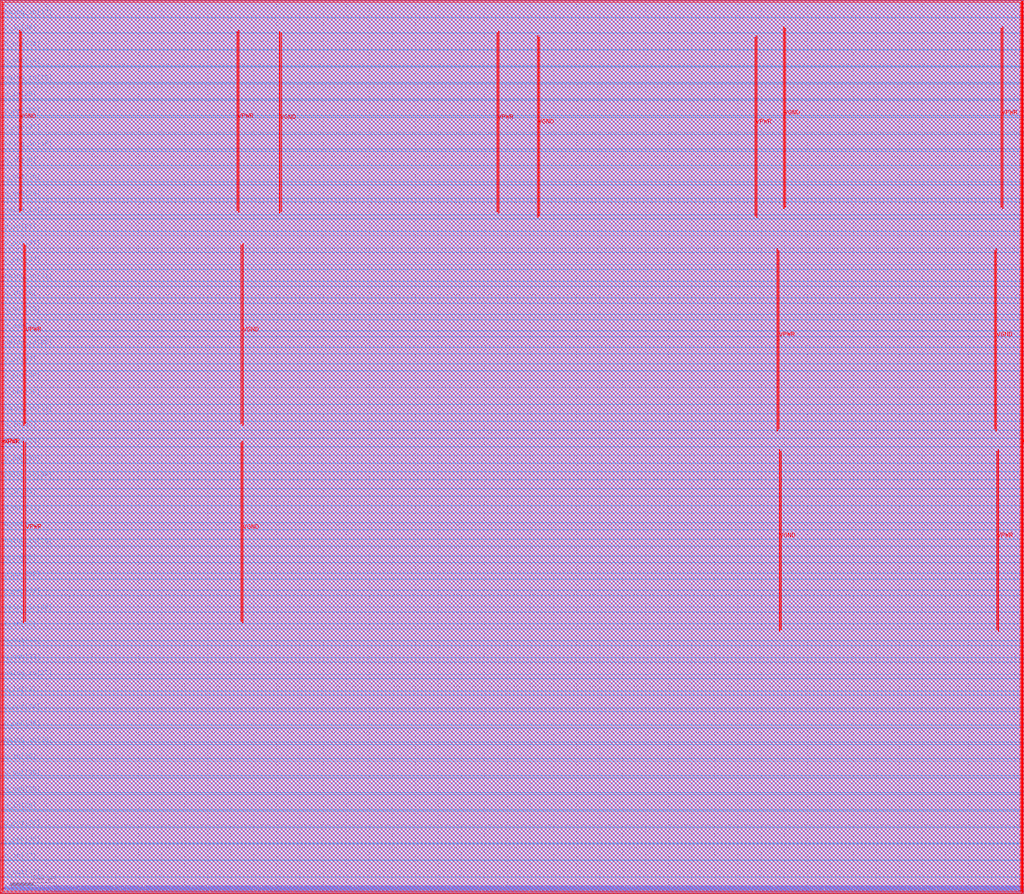
<source format=lef>
##
## LEF for PtnCells ;
## created by Innovus v20.10-p004_1 on Thu Dec 30 22:58:16 2021
##

VERSION 5.8 ;

BUSBITCHARS "[]" ;
DIVIDERCHAR "/" ;

MACRO azadi_soc_top_caravel
  CLASS BLOCK ;
  SIZE 2220.420000 BY 1940.040000 ;
  FOREIGN azadi_soc_top_caravel 0.000000 0.000000 ;
  ORIGIN 0 0 ;
  SYMMETRY X Y R90 ;
  PIN wb_clk_i
    DIRECTION INPUT ;
    USE SIGNAL ;
    PORT
      LAYER met2 ;
        RECT 4.430000 0.000000 4.570000 0.490000 ;
    END
  END wb_clk_i
  PIN wb_rst_i
    DIRECTION INPUT ;
    USE SIGNAL ;
    PORT
      LAYER met2 ;
        RECT 1.530000 0.000000 1.670000 0.490000 ;
    END
  END wb_rst_i
  PIN wbs_stb_i
    DIRECTION INPUT ;
    USE SIGNAL ;
    PORT
      LAYER met2 ;
        RECT 468.230000 0.000000 468.370000 0.490000 ;
    END
  END wbs_stb_i
  PIN wbs_cyc_i
    DIRECTION INPUT ;
    USE SIGNAL ;
    PORT
      LAYER met2 ;
        RECT 157.530000 0.000000 157.670000 0.490000 ;
    END
  END wbs_cyc_i
  PIN wbs_we_i
    DIRECTION INPUT ;
    USE SIGNAL ;
    PORT
      LAYER met2 ;
        RECT 472.730000 0.000000 472.870000 0.490000 ;
    END
  END wbs_we_i
  PIN wbs_sel_i[3]
    DIRECTION INPUT ;
    USE SIGNAL ;
    PORT
      LAYER met2 ;
        RECT 463.730000 0.000000 463.870000 0.490000 ;
    END
  END wbs_sel_i[3]
  PIN wbs_sel_i[2]
    DIRECTION INPUT ;
    USE SIGNAL ;
    PORT
      LAYER met2 ;
        RECT 459.230000 0.000000 459.370000 0.490000 ;
    END
  END wbs_sel_i[2]
  PIN wbs_sel_i[1]
    DIRECTION INPUT ;
    USE SIGNAL ;
    PORT
      LAYER met2 ;
        RECT 454.730000 0.000000 454.870000 0.490000 ;
    END
  END wbs_sel_i[1]
  PIN wbs_sel_i[0]
    DIRECTION INPUT ;
    USE SIGNAL ;
    PORT
      LAYER met2 ;
        RECT 450.230000 0.000000 450.370000 0.490000 ;
    END
  END wbs_sel_i[0]
  PIN wbs_dat_i[31]
    DIRECTION INPUT ;
    USE SIGNAL ;
    PORT
      LAYER met2 ;
        RECT 301.630000 0.000000 301.770000 0.490000 ;
    END
  END wbs_dat_i[31]
  PIN wbs_dat_i[30]
    DIRECTION INPUT ;
    USE SIGNAL ;
    PORT
      LAYER met2 ;
        RECT 297.130000 0.000000 297.270000 0.490000 ;
    END
  END wbs_dat_i[30]
  PIN wbs_dat_i[29]
    DIRECTION INPUT ;
    USE SIGNAL ;
    PORT
      LAYER met2 ;
        RECT 292.530000 0.000000 292.670000 0.490000 ;
    END
  END wbs_dat_i[29]
  PIN wbs_dat_i[28]
    DIRECTION INPUT ;
    USE SIGNAL ;
    PORT
      LAYER met2 ;
        RECT 288.030000 0.000000 288.170000 0.490000 ;
    END
  END wbs_dat_i[28]
  PIN wbs_dat_i[27]
    DIRECTION INPUT ;
    USE SIGNAL ;
    PORT
      LAYER met2 ;
        RECT 283.530000 0.000000 283.670000 0.490000 ;
    END
  END wbs_dat_i[27]
  PIN wbs_dat_i[26]
    DIRECTION INPUT ;
    USE SIGNAL ;
    PORT
      LAYER met2 ;
        RECT 279.030000 0.000000 279.170000 0.490000 ;
    END
  END wbs_dat_i[26]
  PIN wbs_dat_i[25]
    DIRECTION INPUT ;
    USE SIGNAL ;
    PORT
      LAYER met2 ;
        RECT 274.530000 0.000000 274.670000 0.490000 ;
    END
  END wbs_dat_i[25]
  PIN wbs_dat_i[24]
    DIRECTION INPUT ;
    USE SIGNAL ;
    PORT
      LAYER met2 ;
        RECT 270.030000 0.000000 270.170000 0.490000 ;
    END
  END wbs_dat_i[24]
  PIN wbs_dat_i[23]
    DIRECTION INPUT ;
    USE SIGNAL ;
    PORT
      LAYER met2 ;
        RECT 265.530000 0.000000 265.670000 0.490000 ;
    END
  END wbs_dat_i[23]
  PIN wbs_dat_i[22]
    DIRECTION INPUT ;
    USE SIGNAL ;
    PORT
      LAYER met2 ;
        RECT 261.030000 0.000000 261.170000 0.490000 ;
    END
  END wbs_dat_i[22]
  PIN wbs_dat_i[21]
    DIRECTION INPUT ;
    USE SIGNAL ;
    PORT
      LAYER met2 ;
        RECT 256.530000 0.000000 256.670000 0.490000 ;
    END
  END wbs_dat_i[21]
  PIN wbs_dat_i[20]
    DIRECTION INPUT ;
    USE SIGNAL ;
    PORT
      LAYER met2 ;
        RECT 252.030000 0.000000 252.170000 0.490000 ;
    END
  END wbs_dat_i[20]
  PIN wbs_dat_i[19]
    DIRECTION INPUT ;
    USE SIGNAL ;
    PORT
      LAYER met2 ;
        RECT 247.530000 0.000000 247.670000 0.490000 ;
    END
  END wbs_dat_i[19]
  PIN wbs_dat_i[18]
    DIRECTION INPUT ;
    USE SIGNAL ;
    PORT
      LAYER met2 ;
        RECT 243.030000 0.000000 243.170000 0.490000 ;
    END
  END wbs_dat_i[18]
  PIN wbs_dat_i[17]
    DIRECTION INPUT ;
    USE SIGNAL ;
    PORT
      LAYER met2 ;
        RECT 238.530000 0.000000 238.670000 0.490000 ;
    END
  END wbs_dat_i[17]
  PIN wbs_dat_i[16]
    DIRECTION INPUT ;
    USE SIGNAL ;
    PORT
      LAYER met2 ;
        RECT 234.030000 0.000000 234.170000 0.490000 ;
    END
  END wbs_dat_i[16]
  PIN wbs_dat_i[15]
    DIRECTION INPUT ;
    USE SIGNAL ;
    PORT
      LAYER met2 ;
        RECT 229.530000 0.000000 229.670000 0.490000 ;
    END
  END wbs_dat_i[15]
  PIN wbs_dat_i[14]
    DIRECTION INPUT ;
    USE SIGNAL ;
    PORT
      LAYER met2 ;
        RECT 225.030000 0.000000 225.170000 0.490000 ;
    END
  END wbs_dat_i[14]
  PIN wbs_dat_i[13]
    DIRECTION INPUT ;
    USE SIGNAL ;
    PORT
      LAYER met2 ;
        RECT 220.530000 0.000000 220.670000 0.490000 ;
    END
  END wbs_dat_i[13]
  PIN wbs_dat_i[12]
    DIRECTION INPUT ;
    USE SIGNAL ;
    PORT
      LAYER met2 ;
        RECT 216.030000 0.000000 216.170000 0.490000 ;
    END
  END wbs_dat_i[12]
  PIN wbs_dat_i[11]
    DIRECTION INPUT ;
    USE SIGNAL ;
    PORT
      LAYER met2 ;
        RECT 211.530000 0.000000 211.670000 0.490000 ;
    END
  END wbs_dat_i[11]
  PIN wbs_dat_i[10]
    DIRECTION INPUT ;
    USE SIGNAL ;
    PORT
      LAYER met2 ;
        RECT 207.030000 0.000000 207.170000 0.490000 ;
    END
  END wbs_dat_i[10]
  PIN wbs_dat_i[9]
    DIRECTION INPUT ;
    USE SIGNAL ;
    PORT
      LAYER met2 ;
        RECT 202.530000 0.000000 202.670000 0.490000 ;
    END
  END wbs_dat_i[9]
  PIN wbs_dat_i[8]
    DIRECTION INPUT ;
    USE SIGNAL ;
    PORT
      LAYER met2 ;
        RECT 198.030000 0.000000 198.170000 0.490000 ;
    END
  END wbs_dat_i[8]
  PIN wbs_dat_i[7]
    DIRECTION INPUT ;
    USE SIGNAL ;
    PORT
      LAYER met2 ;
        RECT 193.530000 0.000000 193.670000 0.490000 ;
    END
  END wbs_dat_i[7]
  PIN wbs_dat_i[6]
    DIRECTION INPUT ;
    USE SIGNAL ;
    PORT
      LAYER met2 ;
        RECT 189.030000 0.000000 189.170000 0.490000 ;
    END
  END wbs_dat_i[6]
  PIN wbs_dat_i[5]
    DIRECTION INPUT ;
    USE SIGNAL ;
    PORT
      LAYER met2 ;
        RECT 184.530000 0.000000 184.670000 0.490000 ;
    END
  END wbs_dat_i[5]
  PIN wbs_dat_i[4]
    DIRECTION INPUT ;
    USE SIGNAL ;
    PORT
      LAYER met2 ;
        RECT 180.030000 0.000000 180.170000 0.490000 ;
    END
  END wbs_dat_i[4]
  PIN wbs_dat_i[3]
    DIRECTION INPUT ;
    USE SIGNAL ;
    PORT
      LAYER met2 ;
        RECT 175.530000 0.000000 175.670000 0.490000 ;
    END
  END wbs_dat_i[3]
  PIN wbs_dat_i[2]
    DIRECTION INPUT ;
    USE SIGNAL ;
    PORT
      LAYER met2 ;
        RECT 171.030000 0.000000 171.170000 0.490000 ;
    END
  END wbs_dat_i[2]
  PIN wbs_dat_i[1]
    DIRECTION INPUT ;
    USE SIGNAL ;
    PORT
      LAYER met2 ;
        RECT 166.530000 0.000000 166.670000 0.490000 ;
    END
  END wbs_dat_i[1]
  PIN wbs_dat_i[0]
    DIRECTION INPUT ;
    USE SIGNAL ;
    PORT
      LAYER met2 ;
        RECT 162.030000 0.000000 162.170000 0.490000 ;
    END
  END wbs_dat_i[0]
  PIN wbs_adr_i[31]
    DIRECTION INPUT ;
    USE SIGNAL ;
    PORT
      LAYER met2 ;
        RECT 153.030000 0.000000 153.170000 0.490000 ;
    END
  END wbs_adr_i[31]
  PIN wbs_adr_i[30]
    DIRECTION INPUT ;
    USE SIGNAL ;
    PORT
      LAYER met2 ;
        RECT 148.530000 0.000000 148.670000 0.490000 ;
    END
  END wbs_adr_i[30]
  PIN wbs_adr_i[29]
    DIRECTION INPUT ;
    USE SIGNAL ;
    PORT
      LAYER met2 ;
        RECT 143.930000 0.000000 144.070000 0.490000 ;
    END
  END wbs_adr_i[29]
  PIN wbs_adr_i[28]
    DIRECTION INPUT ;
    USE SIGNAL ;
    PORT
      LAYER met2 ;
        RECT 139.430000 0.000000 139.570000 0.490000 ;
    END
  END wbs_adr_i[28]
  PIN wbs_adr_i[27]
    DIRECTION INPUT ;
    USE SIGNAL ;
    PORT
      LAYER met2 ;
        RECT 134.930000 0.000000 135.070000 0.490000 ;
    END
  END wbs_adr_i[27]
  PIN wbs_adr_i[26]
    DIRECTION INPUT ;
    USE SIGNAL ;
    PORT
      LAYER met2 ;
        RECT 130.430000 0.000000 130.570000 0.490000 ;
    END
  END wbs_adr_i[26]
  PIN wbs_adr_i[25]
    DIRECTION INPUT ;
    USE SIGNAL ;
    PORT
      LAYER met2 ;
        RECT 125.930000 0.000000 126.070000 0.490000 ;
    END
  END wbs_adr_i[25]
  PIN wbs_adr_i[24]
    DIRECTION INPUT ;
    USE SIGNAL ;
    PORT
      LAYER met2 ;
        RECT 121.430000 0.000000 121.570000 0.490000 ;
    END
  END wbs_adr_i[24]
  PIN wbs_adr_i[23]
    DIRECTION INPUT ;
    USE SIGNAL ;
    PORT
      LAYER met2 ;
        RECT 116.930000 0.000000 117.070000 0.490000 ;
    END
  END wbs_adr_i[23]
  PIN wbs_adr_i[22]
    DIRECTION INPUT ;
    USE SIGNAL ;
    PORT
      LAYER met2 ;
        RECT 112.430000 0.000000 112.570000 0.490000 ;
    END
  END wbs_adr_i[22]
  PIN wbs_adr_i[21]
    DIRECTION INPUT ;
    USE SIGNAL ;
    PORT
      LAYER met2 ;
        RECT 107.930000 0.000000 108.070000 0.490000 ;
    END
  END wbs_adr_i[21]
  PIN wbs_adr_i[20]
    DIRECTION INPUT ;
    USE SIGNAL ;
    PORT
      LAYER met2 ;
        RECT 103.430000 0.000000 103.570000 0.490000 ;
    END
  END wbs_adr_i[20]
  PIN wbs_adr_i[19]
    DIRECTION INPUT ;
    USE SIGNAL ;
    PORT
      LAYER met2 ;
        RECT 98.930000 0.000000 99.070000 0.490000 ;
    END
  END wbs_adr_i[19]
  PIN wbs_adr_i[18]
    DIRECTION INPUT ;
    USE SIGNAL ;
    PORT
      LAYER met2 ;
        RECT 94.430000 0.000000 94.570000 0.490000 ;
    END
  END wbs_adr_i[18]
  PIN wbs_adr_i[17]
    DIRECTION INPUT ;
    USE SIGNAL ;
    PORT
      LAYER met2 ;
        RECT 89.930000 0.000000 90.070000 0.490000 ;
    END
  END wbs_adr_i[17]
  PIN wbs_adr_i[16]
    DIRECTION INPUT ;
    USE SIGNAL ;
    PORT
      LAYER met2 ;
        RECT 85.430000 0.000000 85.570000 0.490000 ;
    END
  END wbs_adr_i[16]
  PIN wbs_adr_i[15]
    DIRECTION INPUT ;
    USE SIGNAL ;
    PORT
      LAYER met2 ;
        RECT 80.930000 0.000000 81.070000 0.490000 ;
    END
  END wbs_adr_i[15]
  PIN wbs_adr_i[14]
    DIRECTION INPUT ;
    USE SIGNAL ;
    PORT
      LAYER met2 ;
        RECT 76.430000 0.000000 76.570000 0.490000 ;
    END
  END wbs_adr_i[14]
  PIN wbs_adr_i[13]
    DIRECTION INPUT ;
    USE SIGNAL ;
    PORT
      LAYER met2 ;
        RECT 71.930000 0.000000 72.070000 0.490000 ;
    END
  END wbs_adr_i[13]
  PIN wbs_adr_i[12]
    DIRECTION INPUT ;
    USE SIGNAL ;
    PORT
      LAYER met2 ;
        RECT 67.430000 0.000000 67.570000 0.490000 ;
    END
  END wbs_adr_i[12]
  PIN wbs_adr_i[11]
    DIRECTION INPUT ;
    USE SIGNAL ;
    PORT
      LAYER met2 ;
        RECT 62.930000 0.000000 63.070000 0.490000 ;
    END
  END wbs_adr_i[11]
  PIN wbs_adr_i[10]
    DIRECTION INPUT ;
    USE SIGNAL ;
    PORT
      LAYER met2 ;
        RECT 58.430000 0.000000 58.570000 0.490000 ;
    END
  END wbs_adr_i[10]
  PIN wbs_adr_i[9]
    DIRECTION INPUT ;
    USE SIGNAL ;
    PORT
      LAYER met2 ;
        RECT 53.930000 0.000000 54.070000 0.490000 ;
    END
  END wbs_adr_i[9]
  PIN wbs_adr_i[8]
    DIRECTION INPUT ;
    USE SIGNAL ;
    PORT
      LAYER met2 ;
        RECT 49.430000 0.000000 49.570000 0.490000 ;
    END
  END wbs_adr_i[8]
  PIN wbs_adr_i[7]
    DIRECTION INPUT ;
    USE SIGNAL ;
    PORT
      LAYER met2 ;
        RECT 44.930000 0.000000 45.070000 0.490000 ;
    END
  END wbs_adr_i[7]
  PIN wbs_adr_i[6]
    DIRECTION INPUT ;
    USE SIGNAL ;
    PORT
      LAYER met2 ;
        RECT 40.430000 0.000000 40.570000 0.490000 ;
    END
  END wbs_adr_i[6]
  PIN wbs_adr_i[5]
    DIRECTION INPUT ;
    USE SIGNAL ;
    PORT
      LAYER met2 ;
        RECT 35.930000 0.000000 36.070000 0.490000 ;
    END
  END wbs_adr_i[5]
  PIN wbs_adr_i[4]
    DIRECTION INPUT ;
    USE SIGNAL ;
    PORT
      LAYER met2 ;
        RECT 31.430000 0.000000 31.570000 0.490000 ;
    END
  END wbs_adr_i[4]
  PIN wbs_adr_i[3]
    DIRECTION INPUT ;
    USE SIGNAL ;
    PORT
      LAYER met2 ;
        RECT 26.930000 0.000000 27.070000 0.490000 ;
    END
  END wbs_adr_i[3]
  PIN wbs_adr_i[2]
    DIRECTION INPUT ;
    USE SIGNAL ;
    PORT
      LAYER met2 ;
        RECT 22.430000 0.000000 22.570000 0.490000 ;
    END
  END wbs_adr_i[2]
  PIN wbs_adr_i[1]
    DIRECTION INPUT ;
    USE SIGNAL ;
    PORT
      LAYER met2 ;
        RECT 17.930000 0.000000 18.070000 0.490000 ;
    END
  END wbs_adr_i[1]
  PIN wbs_adr_i[0]
    DIRECTION INPUT ;
    USE SIGNAL ;
    PORT
      LAYER met2 ;
        RECT 13.430000 0.000000 13.570000 0.490000 ;
    END
  END wbs_adr_i[0]
  PIN wbs_ack_o
    DIRECTION OUTPUT ;
    USE SIGNAL ;
    PORT
      LAYER met2 ;
        RECT 8.930000 0.000000 9.070000 0.490000 ;
    END
  END wbs_ack_o
  PIN wbs_dat_o[31]
    DIRECTION OUTPUT ;
    USE SIGNAL ;
    PORT
      LAYER met2 ;
        RECT 445.630000 0.000000 445.770000 0.490000 ;
    END
  END wbs_dat_o[31]
  PIN wbs_dat_o[30]
    DIRECTION OUTPUT ;
    USE SIGNAL ;
    PORT
      LAYER met2 ;
        RECT 441.130000 0.000000 441.270000 0.490000 ;
    END
  END wbs_dat_o[30]
  PIN wbs_dat_o[29]
    DIRECTION OUTPUT ;
    USE SIGNAL ;
    PORT
      LAYER met2 ;
        RECT 436.630000 0.000000 436.770000 0.490000 ;
    END
  END wbs_dat_o[29]
  PIN wbs_dat_o[28]
    DIRECTION OUTPUT ;
    USE SIGNAL ;
    PORT
      LAYER met2 ;
        RECT 432.130000 0.000000 432.270000 0.490000 ;
    END
  END wbs_dat_o[28]
  PIN wbs_dat_o[27]
    DIRECTION OUTPUT ;
    USE SIGNAL ;
    PORT
      LAYER met2 ;
        RECT 427.630000 0.000000 427.770000 0.490000 ;
    END
  END wbs_dat_o[27]
  PIN wbs_dat_o[26]
    DIRECTION OUTPUT ;
    USE SIGNAL ;
    PORT
      LAYER met2 ;
        RECT 423.130000 0.000000 423.270000 0.490000 ;
    END
  END wbs_dat_o[26]
  PIN wbs_dat_o[25]
    DIRECTION OUTPUT ;
    USE SIGNAL ;
    PORT
      LAYER met2 ;
        RECT 418.630000 0.000000 418.770000 0.490000 ;
    END
  END wbs_dat_o[25]
  PIN wbs_dat_o[24]
    DIRECTION OUTPUT ;
    USE SIGNAL ;
    PORT
      LAYER met2 ;
        RECT 414.130000 0.000000 414.270000 0.490000 ;
    END
  END wbs_dat_o[24]
  PIN wbs_dat_o[23]
    DIRECTION OUTPUT ;
    USE SIGNAL ;
    PORT
      LAYER met2 ;
        RECT 409.630000 0.000000 409.770000 0.490000 ;
    END
  END wbs_dat_o[23]
  PIN wbs_dat_o[22]
    DIRECTION OUTPUT ;
    USE SIGNAL ;
    PORT
      LAYER met2 ;
        RECT 405.130000 0.000000 405.270000 0.490000 ;
    END
  END wbs_dat_o[22]
  PIN wbs_dat_o[21]
    DIRECTION OUTPUT ;
    USE SIGNAL ;
    PORT
      LAYER met2 ;
        RECT 400.630000 0.000000 400.770000 0.490000 ;
    END
  END wbs_dat_o[21]
  PIN wbs_dat_o[20]
    DIRECTION OUTPUT ;
    USE SIGNAL ;
    PORT
      LAYER met2 ;
        RECT 396.130000 0.000000 396.270000 0.490000 ;
    END
  END wbs_dat_o[20]
  PIN wbs_dat_o[19]
    DIRECTION OUTPUT ;
    USE SIGNAL ;
    PORT
      LAYER met2 ;
        RECT 391.630000 0.000000 391.770000 0.490000 ;
    END
  END wbs_dat_o[19]
  PIN wbs_dat_o[18]
    DIRECTION OUTPUT ;
    USE SIGNAL ;
    PORT
      LAYER met2 ;
        RECT 387.130000 0.000000 387.270000 0.490000 ;
    END
  END wbs_dat_o[18]
  PIN wbs_dat_o[17]
    DIRECTION OUTPUT ;
    USE SIGNAL ;
    PORT
      LAYER met2 ;
        RECT 382.630000 0.000000 382.770000 0.490000 ;
    END
  END wbs_dat_o[17]
  PIN wbs_dat_o[16]
    DIRECTION OUTPUT ;
    USE SIGNAL ;
    PORT
      LAYER met2 ;
        RECT 378.130000 0.000000 378.270000 0.490000 ;
    END
  END wbs_dat_o[16]
  PIN wbs_dat_o[15]
    DIRECTION OUTPUT ;
    USE SIGNAL ;
    PORT
      LAYER met2 ;
        RECT 373.630000 0.000000 373.770000 0.490000 ;
    END
  END wbs_dat_o[15]
  PIN wbs_dat_o[14]
    DIRECTION OUTPUT ;
    USE SIGNAL ;
    PORT
      LAYER met2 ;
        RECT 369.130000 0.000000 369.270000 0.490000 ;
    END
  END wbs_dat_o[14]
  PIN wbs_dat_o[13]
    DIRECTION OUTPUT ;
    USE SIGNAL ;
    PORT
      LAYER met2 ;
        RECT 364.630000 0.000000 364.770000 0.490000 ;
    END
  END wbs_dat_o[13]
  PIN wbs_dat_o[12]
    DIRECTION OUTPUT ;
    USE SIGNAL ;
    PORT
      LAYER met2 ;
        RECT 360.130000 0.000000 360.270000 0.490000 ;
    END
  END wbs_dat_o[12]
  PIN wbs_dat_o[11]
    DIRECTION OUTPUT ;
    USE SIGNAL ;
    PORT
      LAYER met2 ;
        RECT 355.630000 0.000000 355.770000 0.490000 ;
    END
  END wbs_dat_o[11]
  PIN wbs_dat_o[10]
    DIRECTION OUTPUT ;
    USE SIGNAL ;
    PORT
      LAYER met2 ;
        RECT 351.130000 0.000000 351.270000 0.490000 ;
    END
  END wbs_dat_o[10]
  PIN wbs_dat_o[9]
    DIRECTION OUTPUT ;
    USE SIGNAL ;
    PORT
      LAYER met2 ;
        RECT 346.630000 0.000000 346.770000 0.490000 ;
    END
  END wbs_dat_o[9]
  PIN wbs_dat_o[8]
    DIRECTION OUTPUT ;
    USE SIGNAL ;
    PORT
      LAYER met2 ;
        RECT 342.130000 0.000000 342.270000 0.490000 ;
    END
  END wbs_dat_o[8]
  PIN wbs_dat_o[7]
    DIRECTION OUTPUT ;
    USE SIGNAL ;
    PORT
      LAYER met2 ;
        RECT 337.630000 0.000000 337.770000 0.490000 ;
    END
  END wbs_dat_o[7]
  PIN wbs_dat_o[6]
    DIRECTION OUTPUT ;
    USE SIGNAL ;
    PORT
      LAYER met2 ;
        RECT 333.130000 0.000000 333.270000 0.490000 ;
    END
  END wbs_dat_o[6]
  PIN wbs_dat_o[5]
    DIRECTION OUTPUT ;
    USE SIGNAL ;
    PORT
      LAYER met2 ;
        RECT 328.630000 0.000000 328.770000 0.490000 ;
    END
  END wbs_dat_o[5]
  PIN wbs_dat_o[4]
    DIRECTION OUTPUT ;
    USE SIGNAL ;
    PORT
      LAYER met2 ;
        RECT 324.130000 0.000000 324.270000 0.490000 ;
    END
  END wbs_dat_o[4]
  PIN wbs_dat_o[3]
    DIRECTION OUTPUT ;
    USE SIGNAL ;
    PORT
      LAYER met2 ;
        RECT 319.630000 0.000000 319.770000 0.490000 ;
    END
  END wbs_dat_o[3]
  PIN wbs_dat_o[2]
    DIRECTION OUTPUT ;
    USE SIGNAL ;
    PORT
      LAYER met2 ;
        RECT 315.130000 0.000000 315.270000 0.490000 ;
    END
  END wbs_dat_o[2]
  PIN wbs_dat_o[1]
    DIRECTION OUTPUT ;
    USE SIGNAL ;
    PORT
      LAYER met2 ;
        RECT 310.630000 0.000000 310.770000 0.490000 ;
    END
  END wbs_dat_o[1]
  PIN wbs_dat_o[0]
    DIRECTION OUTPUT ;
    USE SIGNAL ;
    PORT
      LAYER met2 ;
        RECT 306.130000 0.000000 306.270000 0.490000 ;
    END
  END wbs_dat_o[0]
  PIN la_data_in[127]
    DIRECTION INPUT ;
    USE SIGNAL ;
    PORT
      LAYER met2 ;
        RECT 1049.130000 0.000000 1049.270000 0.490000 ;
    END
  END la_data_in[127]
  PIN la_data_in[126]
    DIRECTION INPUT ;
    USE SIGNAL ;
    PORT
      LAYER met2 ;
        RECT 1044.530000 0.000000 1044.670000 0.490000 ;
    END
  END la_data_in[126]
  PIN la_data_in[125]
    DIRECTION INPUT ;
    USE SIGNAL ;
    PORT
      LAYER met2 ;
        RECT 1040.030000 0.000000 1040.170000 0.490000 ;
    END
  END la_data_in[125]
  PIN la_data_in[124]
    DIRECTION INPUT ;
    USE SIGNAL ;
    PORT
      LAYER met2 ;
        RECT 1035.530000 0.000000 1035.670000 0.490000 ;
    END
  END la_data_in[124]
  PIN la_data_in[123]
    DIRECTION INPUT ;
    USE SIGNAL ;
    PORT
      LAYER met2 ;
        RECT 1031.030000 0.000000 1031.170000 0.490000 ;
    END
  END la_data_in[123]
  PIN la_data_in[122]
    DIRECTION INPUT ;
    USE SIGNAL ;
    PORT
      LAYER met2 ;
        RECT 1026.530000 0.000000 1026.670000 0.490000 ;
    END
  END la_data_in[122]
  PIN la_data_in[121]
    DIRECTION INPUT ;
    USE SIGNAL ;
    PORT
      LAYER met2 ;
        RECT 1022.030000 0.000000 1022.170000 0.490000 ;
    END
  END la_data_in[121]
  PIN la_data_in[120]
    DIRECTION INPUT ;
    USE SIGNAL ;
    PORT
      LAYER met2 ;
        RECT 1017.530000 0.000000 1017.670000 0.490000 ;
    END
  END la_data_in[120]
  PIN la_data_in[119]
    DIRECTION INPUT ;
    USE SIGNAL ;
    PORT
      LAYER met2 ;
        RECT 1013.030000 0.000000 1013.170000 0.490000 ;
    END
  END la_data_in[119]
  PIN la_data_in[118]
    DIRECTION INPUT ;
    USE SIGNAL ;
    PORT
      LAYER met2 ;
        RECT 1008.530000 0.000000 1008.670000 0.490000 ;
    END
  END la_data_in[118]
  PIN la_data_in[117]
    DIRECTION INPUT ;
    USE SIGNAL ;
    PORT
      LAYER met2 ;
        RECT 1004.030000 0.000000 1004.170000 0.490000 ;
    END
  END la_data_in[117]
  PIN la_data_in[116]
    DIRECTION INPUT ;
    USE SIGNAL ;
    PORT
      LAYER met2 ;
        RECT 999.530000 0.000000 999.670000 0.490000 ;
    END
  END la_data_in[116]
  PIN la_data_in[115]
    DIRECTION INPUT ;
    USE SIGNAL ;
    PORT
      LAYER met2 ;
        RECT 995.030000 0.000000 995.170000 0.490000 ;
    END
  END la_data_in[115]
  PIN la_data_in[114]
    DIRECTION INPUT ;
    USE SIGNAL ;
    PORT
      LAYER met2 ;
        RECT 990.530000 0.000000 990.670000 0.490000 ;
    END
  END la_data_in[114]
  PIN la_data_in[113]
    DIRECTION INPUT ;
    USE SIGNAL ;
    PORT
      LAYER met2 ;
        RECT 986.030000 0.000000 986.170000 0.490000 ;
    END
  END la_data_in[113]
  PIN la_data_in[112]
    DIRECTION INPUT ;
    USE SIGNAL ;
    PORT
      LAYER met2 ;
        RECT 981.530000 0.000000 981.670000 0.490000 ;
    END
  END la_data_in[112]
  PIN la_data_in[111]
    DIRECTION INPUT ;
    USE SIGNAL ;
    PORT
      LAYER met2 ;
        RECT 977.030000 0.000000 977.170000 0.490000 ;
    END
  END la_data_in[111]
  PIN la_data_in[110]
    DIRECTION INPUT ;
    USE SIGNAL ;
    PORT
      LAYER met2 ;
        RECT 972.530000 0.000000 972.670000 0.490000 ;
    END
  END la_data_in[110]
  PIN la_data_in[109]
    DIRECTION INPUT ;
    USE SIGNAL ;
    PORT
      LAYER met2 ;
        RECT 968.030000 0.000000 968.170000 0.490000 ;
    END
  END la_data_in[109]
  PIN la_data_in[108]
    DIRECTION INPUT ;
    USE SIGNAL ;
    PORT
      LAYER met2 ;
        RECT 963.530000 0.000000 963.670000 0.490000 ;
    END
  END la_data_in[108]
  PIN la_data_in[107]
    DIRECTION INPUT ;
    USE SIGNAL ;
    PORT
      LAYER met2 ;
        RECT 959.030000 0.000000 959.170000 0.490000 ;
    END
  END la_data_in[107]
  PIN la_data_in[106]
    DIRECTION INPUT ;
    USE SIGNAL ;
    PORT
      LAYER met2 ;
        RECT 954.530000 0.000000 954.670000 0.490000 ;
    END
  END la_data_in[106]
  PIN la_data_in[105]
    DIRECTION INPUT ;
    USE SIGNAL ;
    PORT
      LAYER met2 ;
        RECT 950.030000 0.000000 950.170000 0.490000 ;
    END
  END la_data_in[105]
  PIN la_data_in[104]
    DIRECTION INPUT ;
    USE SIGNAL ;
    PORT
      LAYER met2 ;
        RECT 945.530000 0.000000 945.670000 0.490000 ;
    END
  END la_data_in[104]
  PIN la_data_in[103]
    DIRECTION INPUT ;
    USE SIGNAL ;
    PORT
      LAYER met2 ;
        RECT 941.030000 0.000000 941.170000 0.490000 ;
    END
  END la_data_in[103]
  PIN la_data_in[102]
    DIRECTION INPUT ;
    USE SIGNAL ;
    PORT
      LAYER met2 ;
        RECT 936.530000 0.000000 936.670000 0.490000 ;
    END
  END la_data_in[102]
  PIN la_data_in[101]
    DIRECTION INPUT ;
    USE SIGNAL ;
    PORT
      LAYER met2 ;
        RECT 932.030000 0.000000 932.170000 0.490000 ;
    END
  END la_data_in[101]
  PIN la_data_in[100]
    DIRECTION INPUT ;
    USE SIGNAL ;
    PORT
      LAYER met2 ;
        RECT 927.530000 0.000000 927.670000 0.490000 ;
    END
  END la_data_in[100]
  PIN la_data_in[99]
    DIRECTION INPUT ;
    USE SIGNAL ;
    PORT
      LAYER met2 ;
        RECT 923.030000 0.000000 923.170000 0.490000 ;
    END
  END la_data_in[99]
  PIN la_data_in[98]
    DIRECTION INPUT ;
    USE SIGNAL ;
    PORT
      LAYER met2 ;
        RECT 918.530000 0.000000 918.670000 0.490000 ;
    END
  END la_data_in[98]
  PIN la_data_in[97]
    DIRECTION INPUT ;
    USE SIGNAL ;
    PORT
      LAYER met2 ;
        RECT 914.030000 0.000000 914.170000 0.490000 ;
    END
  END la_data_in[97]
  PIN la_data_in[96]
    DIRECTION INPUT ;
    USE SIGNAL ;
    PORT
      LAYER met2 ;
        RECT 909.530000 0.000000 909.670000 0.490000 ;
    END
  END la_data_in[96]
  PIN la_data_in[95]
    DIRECTION INPUT ;
    USE SIGNAL ;
    PORT
      LAYER met2 ;
        RECT 905.030000 0.000000 905.170000 0.490000 ;
    END
  END la_data_in[95]
  PIN la_data_in[94]
    DIRECTION INPUT ;
    USE SIGNAL ;
    PORT
      LAYER met2 ;
        RECT 900.530000 0.000000 900.670000 0.490000 ;
    END
  END la_data_in[94]
  PIN la_data_in[93]
    DIRECTION INPUT ;
    USE SIGNAL ;
    PORT
      LAYER met2 ;
        RECT 895.930000 0.000000 896.070000 0.490000 ;
    END
  END la_data_in[93]
  PIN la_data_in[92]
    DIRECTION INPUT ;
    USE SIGNAL ;
    PORT
      LAYER met2 ;
        RECT 891.430000 0.000000 891.570000 0.490000 ;
    END
  END la_data_in[92]
  PIN la_data_in[91]
    DIRECTION INPUT ;
    USE SIGNAL ;
    PORT
      LAYER met2 ;
        RECT 886.930000 0.000000 887.070000 0.490000 ;
    END
  END la_data_in[91]
  PIN la_data_in[90]
    DIRECTION INPUT ;
    USE SIGNAL ;
    PORT
      LAYER met2 ;
        RECT 882.430000 0.000000 882.570000 0.490000 ;
    END
  END la_data_in[90]
  PIN la_data_in[89]
    DIRECTION INPUT ;
    USE SIGNAL ;
    PORT
      LAYER met2 ;
        RECT 877.930000 0.000000 878.070000 0.490000 ;
    END
  END la_data_in[89]
  PIN la_data_in[88]
    DIRECTION INPUT ;
    USE SIGNAL ;
    PORT
      LAYER met2 ;
        RECT 873.430000 0.000000 873.570000 0.490000 ;
    END
  END la_data_in[88]
  PIN la_data_in[87]
    DIRECTION INPUT ;
    USE SIGNAL ;
    PORT
      LAYER met2 ;
        RECT 868.930000 0.000000 869.070000 0.490000 ;
    END
  END la_data_in[87]
  PIN la_data_in[86]
    DIRECTION INPUT ;
    USE SIGNAL ;
    PORT
      LAYER met2 ;
        RECT 864.430000 0.000000 864.570000 0.490000 ;
    END
  END la_data_in[86]
  PIN la_data_in[85]
    DIRECTION INPUT ;
    USE SIGNAL ;
    PORT
      LAYER met2 ;
        RECT 859.930000 0.000000 860.070000 0.490000 ;
    END
  END la_data_in[85]
  PIN la_data_in[84]
    DIRECTION INPUT ;
    USE SIGNAL ;
    PORT
      LAYER met2 ;
        RECT 855.430000 0.000000 855.570000 0.490000 ;
    END
  END la_data_in[84]
  PIN la_data_in[83]
    DIRECTION INPUT ;
    USE SIGNAL ;
    PORT
      LAYER met2 ;
        RECT 850.930000 0.000000 851.070000 0.490000 ;
    END
  END la_data_in[83]
  PIN la_data_in[82]
    DIRECTION INPUT ;
    USE SIGNAL ;
    PORT
      LAYER met2 ;
        RECT 846.430000 0.000000 846.570000 0.490000 ;
    END
  END la_data_in[82]
  PIN la_data_in[81]
    DIRECTION INPUT ;
    USE SIGNAL ;
    PORT
      LAYER met2 ;
        RECT 841.930000 0.000000 842.070000 0.490000 ;
    END
  END la_data_in[81]
  PIN la_data_in[80]
    DIRECTION INPUT ;
    USE SIGNAL ;
    PORT
      LAYER met2 ;
        RECT 837.430000 0.000000 837.570000 0.490000 ;
    END
  END la_data_in[80]
  PIN la_data_in[79]
    DIRECTION INPUT ;
    USE SIGNAL ;
    PORT
      LAYER met2 ;
        RECT 832.930000 0.000000 833.070000 0.490000 ;
    END
  END la_data_in[79]
  PIN la_data_in[78]
    DIRECTION INPUT ;
    USE SIGNAL ;
    PORT
      LAYER met2 ;
        RECT 828.430000 0.000000 828.570000 0.490000 ;
    END
  END la_data_in[78]
  PIN la_data_in[77]
    DIRECTION INPUT ;
    USE SIGNAL ;
    PORT
      LAYER met2 ;
        RECT 823.930000 0.000000 824.070000 0.490000 ;
    END
  END la_data_in[77]
  PIN la_data_in[76]
    DIRECTION INPUT ;
    USE SIGNAL ;
    PORT
      LAYER met2 ;
        RECT 819.430000 0.000000 819.570000 0.490000 ;
    END
  END la_data_in[76]
  PIN la_data_in[75]
    DIRECTION INPUT ;
    USE SIGNAL ;
    PORT
      LAYER met2 ;
        RECT 814.930000 0.000000 815.070000 0.490000 ;
    END
  END la_data_in[75]
  PIN la_data_in[74]
    DIRECTION INPUT ;
    USE SIGNAL ;
    PORT
      LAYER met2 ;
        RECT 810.430000 0.000000 810.570000 0.490000 ;
    END
  END la_data_in[74]
  PIN la_data_in[73]
    DIRECTION INPUT ;
    USE SIGNAL ;
    PORT
      LAYER met2 ;
        RECT 805.930000 0.000000 806.070000 0.490000 ;
    END
  END la_data_in[73]
  PIN la_data_in[72]
    DIRECTION INPUT ;
    USE SIGNAL ;
    PORT
      LAYER met2 ;
        RECT 801.430000 0.000000 801.570000 0.490000 ;
    END
  END la_data_in[72]
  PIN la_data_in[71]
    DIRECTION INPUT ;
    USE SIGNAL ;
    PORT
      LAYER met2 ;
        RECT 796.930000 0.000000 797.070000 0.490000 ;
    END
  END la_data_in[71]
  PIN la_data_in[70]
    DIRECTION INPUT ;
    USE SIGNAL ;
    PORT
      LAYER met2 ;
        RECT 792.430000 0.000000 792.570000 0.490000 ;
    END
  END la_data_in[70]
  PIN la_data_in[69]
    DIRECTION INPUT ;
    USE SIGNAL ;
    PORT
      LAYER met2 ;
        RECT 787.930000 0.000000 788.070000 0.490000 ;
    END
  END la_data_in[69]
  PIN la_data_in[68]
    DIRECTION INPUT ;
    USE SIGNAL ;
    PORT
      LAYER met2 ;
        RECT 783.430000 0.000000 783.570000 0.490000 ;
    END
  END la_data_in[68]
  PIN la_data_in[67]
    DIRECTION INPUT ;
    USE SIGNAL ;
    PORT
      LAYER met2 ;
        RECT 778.930000 0.000000 779.070000 0.490000 ;
    END
  END la_data_in[67]
  PIN la_data_in[66]
    DIRECTION INPUT ;
    USE SIGNAL ;
    PORT
      LAYER met2 ;
        RECT 774.430000 0.000000 774.570000 0.490000 ;
    END
  END la_data_in[66]
  PIN la_data_in[65]
    DIRECTION INPUT ;
    USE SIGNAL ;
    PORT
      LAYER met2 ;
        RECT 769.930000 0.000000 770.070000 0.490000 ;
    END
  END la_data_in[65]
  PIN la_data_in[64]
    DIRECTION INPUT ;
    USE SIGNAL ;
    PORT
      LAYER met2 ;
        RECT 765.430000 0.000000 765.570000 0.490000 ;
    END
  END la_data_in[64]
  PIN la_data_in[63]
    DIRECTION INPUT ;
    USE SIGNAL ;
    PORT
      LAYER met2 ;
        RECT 760.930000 0.000000 761.070000 0.490000 ;
    END
  END la_data_in[63]
  PIN la_data_in[62]
    DIRECTION INPUT ;
    USE SIGNAL ;
    PORT
      LAYER met2 ;
        RECT 756.430000 0.000000 756.570000 0.490000 ;
    END
  END la_data_in[62]
  PIN la_data_in[61]
    DIRECTION INPUT ;
    USE SIGNAL ;
    PORT
      LAYER met2 ;
        RECT 751.930000 0.000000 752.070000 0.490000 ;
    END
  END la_data_in[61]
  PIN la_data_in[60]
    DIRECTION INPUT ;
    USE SIGNAL ;
    PORT
      LAYER met2 ;
        RECT 747.430000 0.000000 747.570000 0.490000 ;
    END
  END la_data_in[60]
  PIN la_data_in[59]
    DIRECTION INPUT ;
    USE SIGNAL ;
    PORT
      LAYER met2 ;
        RECT 742.830000 0.000000 742.970000 0.490000 ;
    END
  END la_data_in[59]
  PIN la_data_in[58]
    DIRECTION INPUT ;
    USE SIGNAL ;
    PORT
      LAYER met2 ;
        RECT 738.330000 0.000000 738.470000 0.490000 ;
    END
  END la_data_in[58]
  PIN la_data_in[57]
    DIRECTION INPUT ;
    USE SIGNAL ;
    PORT
      LAYER met2 ;
        RECT 733.830000 0.000000 733.970000 0.490000 ;
    END
  END la_data_in[57]
  PIN la_data_in[56]
    DIRECTION INPUT ;
    USE SIGNAL ;
    PORT
      LAYER met2 ;
        RECT 729.330000 0.000000 729.470000 0.490000 ;
    END
  END la_data_in[56]
  PIN la_data_in[55]
    DIRECTION INPUT ;
    USE SIGNAL ;
    PORT
      LAYER met2 ;
        RECT 724.830000 0.000000 724.970000 0.490000 ;
    END
  END la_data_in[55]
  PIN la_data_in[54]
    DIRECTION INPUT ;
    USE SIGNAL ;
    PORT
      LAYER met2 ;
        RECT 720.330000 0.000000 720.470000 0.490000 ;
    END
  END la_data_in[54]
  PIN la_data_in[53]
    DIRECTION INPUT ;
    USE SIGNAL ;
    PORT
      LAYER met2 ;
        RECT 715.830000 0.000000 715.970000 0.490000 ;
    END
  END la_data_in[53]
  PIN la_data_in[52]
    DIRECTION INPUT ;
    USE SIGNAL ;
    PORT
      LAYER met2 ;
        RECT 711.330000 0.000000 711.470000 0.490000 ;
    END
  END la_data_in[52]
  PIN la_data_in[51]
    DIRECTION INPUT ;
    USE SIGNAL ;
    PORT
      LAYER met2 ;
        RECT 706.830000 0.000000 706.970000 0.490000 ;
    END
  END la_data_in[51]
  PIN la_data_in[50]
    DIRECTION INPUT ;
    USE SIGNAL ;
    PORT
      LAYER met2 ;
        RECT 702.330000 0.000000 702.470000 0.490000 ;
    END
  END la_data_in[50]
  PIN la_data_in[49]
    DIRECTION INPUT ;
    USE SIGNAL ;
    PORT
      LAYER met2 ;
        RECT 697.830000 0.000000 697.970000 0.490000 ;
    END
  END la_data_in[49]
  PIN la_data_in[48]
    DIRECTION INPUT ;
    USE SIGNAL ;
    PORT
      LAYER met2 ;
        RECT 693.330000 0.000000 693.470000 0.490000 ;
    END
  END la_data_in[48]
  PIN la_data_in[47]
    DIRECTION INPUT ;
    USE SIGNAL ;
    PORT
      LAYER met2 ;
        RECT 688.830000 0.000000 688.970000 0.490000 ;
    END
  END la_data_in[47]
  PIN la_data_in[46]
    DIRECTION INPUT ;
    USE SIGNAL ;
    PORT
      LAYER met2 ;
        RECT 684.330000 0.000000 684.470000 0.490000 ;
    END
  END la_data_in[46]
  PIN la_data_in[45]
    DIRECTION INPUT ;
    USE SIGNAL ;
    PORT
      LAYER met2 ;
        RECT 679.830000 0.000000 679.970000 0.490000 ;
    END
  END la_data_in[45]
  PIN la_data_in[44]
    DIRECTION INPUT ;
    USE SIGNAL ;
    PORT
      LAYER met2 ;
        RECT 675.330000 0.000000 675.470000 0.490000 ;
    END
  END la_data_in[44]
  PIN la_data_in[43]
    DIRECTION INPUT ;
    USE SIGNAL ;
    PORT
      LAYER met2 ;
        RECT 670.830000 0.000000 670.970000 0.490000 ;
    END
  END la_data_in[43]
  PIN la_data_in[42]
    DIRECTION INPUT ;
    USE SIGNAL ;
    PORT
      LAYER met2 ;
        RECT 666.330000 0.000000 666.470000 0.490000 ;
    END
  END la_data_in[42]
  PIN la_data_in[41]
    DIRECTION INPUT ;
    USE SIGNAL ;
    PORT
      LAYER met2 ;
        RECT 661.830000 0.000000 661.970000 0.490000 ;
    END
  END la_data_in[41]
  PIN la_data_in[40]
    DIRECTION INPUT ;
    USE SIGNAL ;
    PORT
      LAYER met2 ;
        RECT 657.330000 0.000000 657.470000 0.490000 ;
    END
  END la_data_in[40]
  PIN la_data_in[39]
    DIRECTION INPUT ;
    USE SIGNAL ;
    PORT
      LAYER met2 ;
        RECT 652.830000 0.000000 652.970000 0.490000 ;
    END
  END la_data_in[39]
  PIN la_data_in[38]
    DIRECTION INPUT ;
    USE SIGNAL ;
    PORT
      LAYER met2 ;
        RECT 648.330000 0.000000 648.470000 0.490000 ;
    END
  END la_data_in[38]
  PIN la_data_in[37]
    DIRECTION INPUT ;
    USE SIGNAL ;
    PORT
      LAYER met2 ;
        RECT 643.830000 0.000000 643.970000 0.490000 ;
    END
  END la_data_in[37]
  PIN la_data_in[36]
    DIRECTION INPUT ;
    USE SIGNAL ;
    PORT
      LAYER met2 ;
        RECT 639.330000 0.000000 639.470000 0.490000 ;
    END
  END la_data_in[36]
  PIN la_data_in[35]
    DIRECTION INPUT ;
    USE SIGNAL ;
    PORT
      LAYER met2 ;
        RECT 634.830000 0.000000 634.970000 0.490000 ;
    END
  END la_data_in[35]
  PIN la_data_in[34]
    DIRECTION INPUT ;
    USE SIGNAL ;
    PORT
      LAYER met2 ;
        RECT 630.330000 0.000000 630.470000 0.490000 ;
    END
  END la_data_in[34]
  PIN la_data_in[33]
    DIRECTION INPUT ;
    USE SIGNAL ;
    PORT
      LAYER met2 ;
        RECT 625.830000 0.000000 625.970000 0.490000 ;
    END
  END la_data_in[33]
  PIN la_data_in[32]
    DIRECTION INPUT ;
    USE SIGNAL ;
    PORT
      LAYER met2 ;
        RECT 621.330000 0.000000 621.470000 0.490000 ;
    END
  END la_data_in[32]
  PIN la_data_in[31]
    DIRECTION INPUT ;
    USE SIGNAL ;
    PORT
      LAYER met2 ;
        RECT 616.830000 0.000000 616.970000 0.490000 ;
    END
  END la_data_in[31]
  PIN la_data_in[30]
    DIRECTION INPUT ;
    USE SIGNAL ;
    PORT
      LAYER met2 ;
        RECT 612.330000 0.000000 612.470000 0.490000 ;
    END
  END la_data_in[30]
  PIN la_data_in[29]
    DIRECTION INPUT ;
    USE SIGNAL ;
    PORT
      LAYER met2 ;
        RECT 607.830000 0.000000 607.970000 0.490000 ;
    END
  END la_data_in[29]
  PIN la_data_in[28]
    DIRECTION INPUT ;
    USE SIGNAL ;
    PORT
      LAYER met2 ;
        RECT 603.330000 0.000000 603.470000 0.490000 ;
    END
  END la_data_in[28]
  PIN la_data_in[27]
    DIRECTION INPUT ;
    USE SIGNAL ;
    PORT
      LAYER met2 ;
        RECT 598.830000 0.000000 598.970000 0.490000 ;
    END
  END la_data_in[27]
  PIN la_data_in[26]
    DIRECTION INPUT ;
    USE SIGNAL ;
    PORT
      LAYER met2 ;
        RECT 594.230000 0.000000 594.370000 0.490000 ;
    END
  END la_data_in[26]
  PIN la_data_in[25]
    DIRECTION INPUT ;
    USE SIGNAL ;
    PORT
      LAYER met2 ;
        RECT 589.730000 0.000000 589.870000 0.490000 ;
    END
  END la_data_in[25]
  PIN la_data_in[24]
    DIRECTION INPUT ;
    USE SIGNAL ;
    PORT
      LAYER met2 ;
        RECT 585.230000 0.000000 585.370000 0.490000 ;
    END
  END la_data_in[24]
  PIN la_data_in[23]
    DIRECTION INPUT ;
    USE SIGNAL ;
    PORT
      LAYER met2 ;
        RECT 580.730000 0.000000 580.870000 0.490000 ;
    END
  END la_data_in[23]
  PIN la_data_in[22]
    DIRECTION INPUT ;
    USE SIGNAL ;
    PORT
      LAYER met2 ;
        RECT 576.230000 0.000000 576.370000 0.490000 ;
    END
  END la_data_in[22]
  PIN la_data_in[21]
    DIRECTION INPUT ;
    USE SIGNAL ;
    PORT
      LAYER met2 ;
        RECT 571.730000 0.000000 571.870000 0.490000 ;
    END
  END la_data_in[21]
  PIN la_data_in[20]
    DIRECTION INPUT ;
    USE SIGNAL ;
    PORT
      LAYER met2 ;
        RECT 567.230000 0.000000 567.370000 0.490000 ;
    END
  END la_data_in[20]
  PIN la_data_in[19]
    DIRECTION INPUT ;
    USE SIGNAL ;
    PORT
      LAYER met2 ;
        RECT 562.730000 0.000000 562.870000 0.490000 ;
    END
  END la_data_in[19]
  PIN la_data_in[18]
    DIRECTION INPUT ;
    USE SIGNAL ;
    PORT
      LAYER met2 ;
        RECT 558.230000 0.000000 558.370000 0.490000 ;
    END
  END la_data_in[18]
  PIN la_data_in[17]
    DIRECTION INPUT ;
    USE SIGNAL ;
    PORT
      LAYER met2 ;
        RECT 553.730000 0.000000 553.870000 0.490000 ;
    END
  END la_data_in[17]
  PIN la_data_in[16]
    DIRECTION INPUT ;
    USE SIGNAL ;
    PORT
      LAYER met2 ;
        RECT 549.230000 0.000000 549.370000 0.490000 ;
    END
  END la_data_in[16]
  PIN la_data_in[15]
    DIRECTION INPUT ;
    USE SIGNAL ;
    PORT
      LAYER met2 ;
        RECT 544.730000 0.000000 544.870000 0.490000 ;
    END
  END la_data_in[15]
  PIN la_data_in[14]
    DIRECTION INPUT ;
    USE SIGNAL ;
    PORT
      LAYER met2 ;
        RECT 540.230000 0.000000 540.370000 0.490000 ;
    END
  END la_data_in[14]
  PIN la_data_in[13]
    DIRECTION INPUT ;
    USE SIGNAL ;
    PORT
      LAYER met2 ;
        RECT 535.730000 0.000000 535.870000 0.490000 ;
    END
  END la_data_in[13]
  PIN la_data_in[12]
    DIRECTION INPUT ;
    USE SIGNAL ;
    PORT
      LAYER met2 ;
        RECT 531.230000 0.000000 531.370000 0.490000 ;
    END
  END la_data_in[12]
  PIN la_data_in[11]
    DIRECTION INPUT ;
    USE SIGNAL ;
    PORT
      LAYER met2 ;
        RECT 526.730000 0.000000 526.870000 0.490000 ;
    END
  END la_data_in[11]
  PIN la_data_in[10]
    DIRECTION INPUT ;
    USE SIGNAL ;
    PORT
      LAYER met2 ;
        RECT 522.230000 0.000000 522.370000 0.490000 ;
    END
  END la_data_in[10]
  PIN la_data_in[9]
    DIRECTION INPUT ;
    USE SIGNAL ;
    PORT
      LAYER met2 ;
        RECT 517.730000 0.000000 517.870000 0.490000 ;
    END
  END la_data_in[9]
  PIN la_data_in[8]
    DIRECTION INPUT ;
    USE SIGNAL ;
    PORT
      LAYER met2 ;
        RECT 513.230000 0.000000 513.370000 0.490000 ;
    END
  END la_data_in[8]
  PIN la_data_in[7]
    DIRECTION INPUT ;
    USE SIGNAL ;
    PORT
      LAYER met2 ;
        RECT 508.730000 0.000000 508.870000 0.490000 ;
    END
  END la_data_in[7]
  PIN la_data_in[6]
    DIRECTION INPUT ;
    USE SIGNAL ;
    PORT
      LAYER met2 ;
        RECT 504.230000 0.000000 504.370000 0.490000 ;
    END
  END la_data_in[6]
  PIN la_data_in[5]
    DIRECTION INPUT ;
    USE SIGNAL ;
    PORT
      LAYER met2 ;
        RECT 499.730000 0.000000 499.870000 0.490000 ;
    END
  END la_data_in[5]
  PIN la_data_in[4]
    DIRECTION INPUT ;
    USE SIGNAL ;
    PORT
      LAYER met2 ;
        RECT 495.230000 0.000000 495.370000 0.490000 ;
    END
  END la_data_in[4]
  PIN la_data_in[3]
    DIRECTION INPUT ;
    USE SIGNAL ;
    PORT
      LAYER met2 ;
        RECT 490.730000 0.000000 490.870000 0.490000 ;
    END
  END la_data_in[3]
  PIN la_data_in[2]
    DIRECTION INPUT ;
    USE SIGNAL ;
    PORT
      LAYER met2 ;
        RECT 486.230000 0.000000 486.370000 0.490000 ;
    END
  END la_data_in[2]
  PIN la_data_in[1]
    DIRECTION INPUT ;
    USE SIGNAL ;
    PORT
      LAYER met2 ;
        RECT 481.730000 0.000000 481.870000 0.490000 ;
    END
  END la_data_in[1]
  PIN la_data_in[0]
    DIRECTION INPUT ;
    USE SIGNAL ;
    PORT
      LAYER met2 ;
        RECT 477.230000 0.000000 477.370000 0.490000 ;
    END
  END la_data_in[0]
  PIN la_data_out[127]
    DIRECTION OUTPUT ;
    USE SIGNAL ;
    PORT
      LAYER met2 ;
        RECT 1625.430000 0.000000 1625.570000 0.490000 ;
    END
  END la_data_out[127]
  PIN la_data_out[126]
    DIRECTION OUTPUT ;
    USE SIGNAL ;
    PORT
      LAYER met2 ;
        RECT 1620.930000 0.000000 1621.070000 0.490000 ;
    END
  END la_data_out[126]
  PIN la_data_out[125]
    DIRECTION OUTPUT ;
    USE SIGNAL ;
    PORT
      LAYER met2 ;
        RECT 1616.430000 0.000000 1616.570000 0.490000 ;
    END
  END la_data_out[125]
  PIN la_data_out[124]
    DIRECTION OUTPUT ;
    USE SIGNAL ;
    PORT
      LAYER met2 ;
        RECT 1611.930000 0.000000 1612.070000 0.490000 ;
    END
  END la_data_out[124]
  PIN la_data_out[123]
    DIRECTION OUTPUT ;
    USE SIGNAL ;
    PORT
      LAYER met2 ;
        RECT 1607.430000 0.000000 1607.570000 0.490000 ;
    END
  END la_data_out[123]
  PIN la_data_out[122]
    DIRECTION OUTPUT ;
    USE SIGNAL ;
    PORT
      LAYER met2 ;
        RECT 1602.930000 0.000000 1603.070000 0.490000 ;
    END
  END la_data_out[122]
  PIN la_data_out[121]
    DIRECTION OUTPUT ;
    USE SIGNAL ;
    PORT
      LAYER met2 ;
        RECT 1598.430000 0.000000 1598.570000 0.490000 ;
    END
  END la_data_out[121]
  PIN la_data_out[120]
    DIRECTION OUTPUT ;
    USE SIGNAL ;
    PORT
      LAYER met2 ;
        RECT 1593.930000 0.000000 1594.070000 0.490000 ;
    END
  END la_data_out[120]
  PIN la_data_out[119]
    DIRECTION OUTPUT ;
    USE SIGNAL ;
    PORT
      LAYER met2 ;
        RECT 1589.430000 0.000000 1589.570000 0.490000 ;
    END
  END la_data_out[119]
  PIN la_data_out[118]
    DIRECTION OUTPUT ;
    USE SIGNAL ;
    PORT
      LAYER met2 ;
        RECT 1584.930000 0.000000 1585.070000 0.490000 ;
    END
  END la_data_out[118]
  PIN la_data_out[117]
    DIRECTION OUTPUT ;
    USE SIGNAL ;
    PORT
      LAYER met2 ;
        RECT 1580.430000 0.000000 1580.570000 0.490000 ;
    END
  END la_data_out[117]
  PIN la_data_out[116]
    DIRECTION OUTPUT ;
    USE SIGNAL ;
    PORT
      LAYER met2 ;
        RECT 1575.930000 0.000000 1576.070000 0.490000 ;
    END
  END la_data_out[116]
  PIN la_data_out[115]
    DIRECTION OUTPUT ;
    USE SIGNAL ;
    PORT
      LAYER met2 ;
        RECT 1571.430000 0.000000 1571.570000 0.490000 ;
    END
  END la_data_out[115]
  PIN la_data_out[114]
    DIRECTION OUTPUT ;
    USE SIGNAL ;
    PORT
      LAYER met2 ;
        RECT 1566.930000 0.000000 1567.070000 0.490000 ;
    END
  END la_data_out[114]
  PIN la_data_out[113]
    DIRECTION OUTPUT ;
    USE SIGNAL ;
    PORT
      LAYER met2 ;
        RECT 1562.430000 0.000000 1562.570000 0.490000 ;
    END
  END la_data_out[113]
  PIN la_data_out[112]
    DIRECTION OUTPUT ;
    USE SIGNAL ;
    PORT
      LAYER met2 ;
        RECT 1557.930000 0.000000 1558.070000 0.490000 ;
    END
  END la_data_out[112]
  PIN la_data_out[111]
    DIRECTION OUTPUT ;
    USE SIGNAL ;
    PORT
      LAYER met2 ;
        RECT 1553.430000 0.000000 1553.570000 0.490000 ;
    END
  END la_data_out[111]
  PIN la_data_out[110]
    DIRECTION OUTPUT ;
    USE SIGNAL ;
    PORT
      LAYER met2 ;
        RECT 1548.930000 0.000000 1549.070000 0.490000 ;
    END
  END la_data_out[110]
  PIN la_data_out[109]
    DIRECTION OUTPUT ;
    USE SIGNAL ;
    PORT
      LAYER met2 ;
        RECT 1544.430000 0.000000 1544.570000 0.490000 ;
    END
  END la_data_out[109]
  PIN la_data_out[108]
    DIRECTION OUTPUT ;
    USE SIGNAL ;
    PORT
      LAYER met2 ;
        RECT 1539.930000 0.000000 1540.070000 0.490000 ;
    END
  END la_data_out[108]
  PIN la_data_out[107]
    DIRECTION OUTPUT ;
    USE SIGNAL ;
    PORT
      LAYER met2 ;
        RECT 1535.430000 0.000000 1535.570000 0.490000 ;
    END
  END la_data_out[107]
  PIN la_data_out[106]
    DIRECTION OUTPUT ;
    USE SIGNAL ;
    PORT
      LAYER met2 ;
        RECT 1530.930000 0.000000 1531.070000 0.490000 ;
    END
  END la_data_out[106]
  PIN la_data_out[105]
    DIRECTION OUTPUT ;
    USE SIGNAL ;
    PORT
      LAYER met2 ;
        RECT 1526.430000 0.000000 1526.570000 0.490000 ;
    END
  END la_data_out[105]
  PIN la_data_out[104]
    DIRECTION OUTPUT ;
    USE SIGNAL ;
    PORT
      LAYER met2 ;
        RECT 1521.930000 0.000000 1522.070000 0.490000 ;
    END
  END la_data_out[104]
  PIN la_data_out[103]
    DIRECTION OUTPUT ;
    USE SIGNAL ;
    PORT
      LAYER met2 ;
        RECT 1517.430000 0.000000 1517.570000 0.490000 ;
    END
  END la_data_out[103]
  PIN la_data_out[102]
    DIRECTION OUTPUT ;
    USE SIGNAL ;
    PORT
      LAYER met2 ;
        RECT 1512.930000 0.000000 1513.070000 0.490000 ;
    END
  END la_data_out[102]
  PIN la_data_out[101]
    DIRECTION OUTPUT ;
    USE SIGNAL ;
    PORT
      LAYER met2 ;
        RECT 1508.430000 0.000000 1508.570000 0.490000 ;
    END
  END la_data_out[101]
  PIN la_data_out[100]
    DIRECTION OUTPUT ;
    USE SIGNAL ;
    PORT
      LAYER met2 ;
        RECT 1503.930000 0.000000 1504.070000 0.490000 ;
    END
  END la_data_out[100]
  PIN la_data_out[99]
    DIRECTION OUTPUT ;
    USE SIGNAL ;
    PORT
      LAYER met2 ;
        RECT 1499.430000 0.000000 1499.570000 0.490000 ;
    END
  END la_data_out[99]
  PIN la_data_out[98]
    DIRECTION OUTPUT ;
    USE SIGNAL ;
    PORT
      LAYER met2 ;
        RECT 1494.830000 0.000000 1494.970000 0.490000 ;
    END
  END la_data_out[98]
  PIN la_data_out[97]
    DIRECTION OUTPUT ;
    USE SIGNAL ;
    PORT
      LAYER met2 ;
        RECT 1490.330000 0.000000 1490.470000 0.490000 ;
    END
  END la_data_out[97]
  PIN la_data_out[96]
    DIRECTION OUTPUT ;
    USE SIGNAL ;
    PORT
      LAYER met2 ;
        RECT 1485.830000 0.000000 1485.970000 0.490000 ;
    END
  END la_data_out[96]
  PIN la_data_out[95]
    DIRECTION OUTPUT ;
    USE SIGNAL ;
    PORT
      LAYER met2 ;
        RECT 1481.330000 0.000000 1481.470000 0.490000 ;
    END
  END la_data_out[95]
  PIN la_data_out[94]
    DIRECTION OUTPUT ;
    USE SIGNAL ;
    PORT
      LAYER met2 ;
        RECT 1476.830000 0.000000 1476.970000 0.490000 ;
    END
  END la_data_out[94]
  PIN la_data_out[93]
    DIRECTION OUTPUT ;
    USE SIGNAL ;
    PORT
      LAYER met2 ;
        RECT 1472.330000 0.000000 1472.470000 0.490000 ;
    END
  END la_data_out[93]
  PIN la_data_out[92]
    DIRECTION OUTPUT ;
    USE SIGNAL ;
    PORT
      LAYER met2 ;
        RECT 1467.830000 0.000000 1467.970000 0.490000 ;
    END
  END la_data_out[92]
  PIN la_data_out[91]
    DIRECTION OUTPUT ;
    USE SIGNAL ;
    PORT
      LAYER met2 ;
        RECT 1463.330000 0.000000 1463.470000 0.490000 ;
    END
  END la_data_out[91]
  PIN la_data_out[90]
    DIRECTION OUTPUT ;
    USE SIGNAL ;
    PORT
      LAYER met2 ;
        RECT 1458.830000 0.000000 1458.970000 0.490000 ;
    END
  END la_data_out[90]
  PIN la_data_out[89]
    DIRECTION OUTPUT ;
    USE SIGNAL ;
    PORT
      LAYER met2 ;
        RECT 1454.330000 0.000000 1454.470000 0.490000 ;
    END
  END la_data_out[89]
  PIN la_data_out[88]
    DIRECTION OUTPUT ;
    USE SIGNAL ;
    PORT
      LAYER met2 ;
        RECT 1449.830000 0.000000 1449.970000 0.490000 ;
    END
  END la_data_out[88]
  PIN la_data_out[87]
    DIRECTION OUTPUT ;
    USE SIGNAL ;
    PORT
      LAYER met2 ;
        RECT 1445.330000 0.000000 1445.470000 0.490000 ;
    END
  END la_data_out[87]
  PIN la_data_out[86]
    DIRECTION OUTPUT ;
    USE SIGNAL ;
    PORT
      LAYER met2 ;
        RECT 1440.830000 0.000000 1440.970000 0.490000 ;
    END
  END la_data_out[86]
  PIN la_data_out[85]
    DIRECTION OUTPUT ;
    USE SIGNAL ;
    PORT
      LAYER met2 ;
        RECT 1436.330000 0.000000 1436.470000 0.490000 ;
    END
  END la_data_out[85]
  PIN la_data_out[84]
    DIRECTION OUTPUT ;
    USE SIGNAL ;
    PORT
      LAYER met2 ;
        RECT 1431.830000 0.000000 1431.970000 0.490000 ;
    END
  END la_data_out[84]
  PIN la_data_out[83]
    DIRECTION OUTPUT ;
    USE SIGNAL ;
    PORT
      LAYER met2 ;
        RECT 1427.330000 0.000000 1427.470000 0.490000 ;
    END
  END la_data_out[83]
  PIN la_data_out[82]
    DIRECTION OUTPUT ;
    USE SIGNAL ;
    PORT
      LAYER met2 ;
        RECT 1422.830000 0.000000 1422.970000 0.490000 ;
    END
  END la_data_out[82]
  PIN la_data_out[81]
    DIRECTION OUTPUT ;
    USE SIGNAL ;
    PORT
      LAYER met2 ;
        RECT 1418.330000 0.000000 1418.470000 0.490000 ;
    END
  END la_data_out[81]
  PIN la_data_out[80]
    DIRECTION OUTPUT ;
    USE SIGNAL ;
    PORT
      LAYER met2 ;
        RECT 1413.830000 0.000000 1413.970000 0.490000 ;
    END
  END la_data_out[80]
  PIN la_data_out[79]
    DIRECTION OUTPUT ;
    USE SIGNAL ;
    PORT
      LAYER met2 ;
        RECT 1409.330000 0.000000 1409.470000 0.490000 ;
    END
  END la_data_out[79]
  PIN la_data_out[78]
    DIRECTION OUTPUT ;
    USE SIGNAL ;
    PORT
      LAYER met2 ;
        RECT 1404.830000 0.000000 1404.970000 0.490000 ;
    END
  END la_data_out[78]
  PIN la_data_out[77]
    DIRECTION OUTPUT ;
    USE SIGNAL ;
    PORT
      LAYER met2 ;
        RECT 1400.330000 0.000000 1400.470000 0.490000 ;
    END
  END la_data_out[77]
  PIN la_data_out[76]
    DIRECTION OUTPUT ;
    USE SIGNAL ;
    PORT
      LAYER met2 ;
        RECT 1395.830000 0.000000 1395.970000 0.490000 ;
    END
  END la_data_out[76]
  PIN la_data_out[75]
    DIRECTION OUTPUT ;
    USE SIGNAL ;
    PORT
      LAYER met2 ;
        RECT 1391.330000 0.000000 1391.470000 0.490000 ;
    END
  END la_data_out[75]
  PIN la_data_out[74]
    DIRECTION OUTPUT ;
    USE SIGNAL ;
    PORT
      LAYER met2 ;
        RECT 1386.830000 0.000000 1386.970000 0.490000 ;
    END
  END la_data_out[74]
  PIN la_data_out[73]
    DIRECTION OUTPUT ;
    USE SIGNAL ;
    PORT
      LAYER met2 ;
        RECT 1382.330000 0.000000 1382.470000 0.490000 ;
    END
  END la_data_out[73]
  PIN la_data_out[72]
    DIRECTION OUTPUT ;
    USE SIGNAL ;
    PORT
      LAYER met2 ;
        RECT 1377.830000 0.000000 1377.970000 0.490000 ;
    END
  END la_data_out[72]
  PIN la_data_out[71]
    DIRECTION OUTPUT ;
    USE SIGNAL ;
    PORT
      LAYER met2 ;
        RECT 1373.330000 0.000000 1373.470000 0.490000 ;
    END
  END la_data_out[71]
  PIN la_data_out[70]
    DIRECTION OUTPUT ;
    USE SIGNAL ;
    PORT
      LAYER met2 ;
        RECT 1368.830000 0.000000 1368.970000 0.490000 ;
    END
  END la_data_out[70]
  PIN la_data_out[69]
    DIRECTION OUTPUT ;
    USE SIGNAL ;
    PORT
      LAYER met2 ;
        RECT 1364.330000 0.000000 1364.470000 0.490000 ;
    END
  END la_data_out[69]
  PIN la_data_out[68]
    DIRECTION OUTPUT ;
    USE SIGNAL ;
    PORT
      LAYER met2 ;
        RECT 1359.830000 0.000000 1359.970000 0.490000 ;
    END
  END la_data_out[68]
  PIN la_data_out[67]
    DIRECTION OUTPUT ;
    USE SIGNAL ;
    PORT
      LAYER met2 ;
        RECT 1355.330000 0.000000 1355.470000 0.490000 ;
    END
  END la_data_out[67]
  PIN la_data_out[66]
    DIRECTION OUTPUT ;
    USE SIGNAL ;
    PORT
      LAYER met2 ;
        RECT 1350.830000 0.000000 1350.970000 0.490000 ;
    END
  END la_data_out[66]
  PIN la_data_out[65]
    DIRECTION OUTPUT ;
    USE SIGNAL ;
    PORT
      LAYER met2 ;
        RECT 1346.230000 0.000000 1346.370000 0.490000 ;
    END
  END la_data_out[65]
  PIN la_data_out[64]
    DIRECTION OUTPUT ;
    USE SIGNAL ;
    PORT
      LAYER met2 ;
        RECT 1341.730000 0.000000 1341.870000 0.490000 ;
    END
  END la_data_out[64]
  PIN la_data_out[63]
    DIRECTION OUTPUT ;
    USE SIGNAL ;
    PORT
      LAYER met2 ;
        RECT 1337.230000 0.000000 1337.370000 0.490000 ;
    END
  END la_data_out[63]
  PIN la_data_out[62]
    DIRECTION OUTPUT ;
    USE SIGNAL ;
    PORT
      LAYER met2 ;
        RECT 1332.730000 0.000000 1332.870000 0.490000 ;
    END
  END la_data_out[62]
  PIN la_data_out[61]
    DIRECTION OUTPUT ;
    USE SIGNAL ;
    PORT
      LAYER met2 ;
        RECT 1328.230000 0.000000 1328.370000 0.490000 ;
    END
  END la_data_out[61]
  PIN la_data_out[60]
    DIRECTION OUTPUT ;
    USE SIGNAL ;
    PORT
      LAYER met2 ;
        RECT 1323.730000 0.000000 1323.870000 0.490000 ;
    END
  END la_data_out[60]
  PIN la_data_out[59]
    DIRECTION OUTPUT ;
    USE SIGNAL ;
    PORT
      LAYER met2 ;
        RECT 1319.230000 0.000000 1319.370000 0.490000 ;
    END
  END la_data_out[59]
  PIN la_data_out[58]
    DIRECTION OUTPUT ;
    USE SIGNAL ;
    PORT
      LAYER met2 ;
        RECT 1314.730000 0.000000 1314.870000 0.490000 ;
    END
  END la_data_out[58]
  PIN la_data_out[57]
    DIRECTION OUTPUT ;
    USE SIGNAL ;
    PORT
      LAYER met2 ;
        RECT 1310.230000 0.000000 1310.370000 0.490000 ;
    END
  END la_data_out[57]
  PIN la_data_out[56]
    DIRECTION OUTPUT ;
    USE SIGNAL ;
    PORT
      LAYER met2 ;
        RECT 1305.730000 0.000000 1305.870000 0.490000 ;
    END
  END la_data_out[56]
  PIN la_data_out[55]
    DIRECTION OUTPUT ;
    USE SIGNAL ;
    PORT
      LAYER met2 ;
        RECT 1301.230000 0.000000 1301.370000 0.490000 ;
    END
  END la_data_out[55]
  PIN la_data_out[54]
    DIRECTION OUTPUT ;
    USE SIGNAL ;
    PORT
      LAYER met2 ;
        RECT 1296.730000 0.000000 1296.870000 0.490000 ;
    END
  END la_data_out[54]
  PIN la_data_out[53]
    DIRECTION OUTPUT ;
    USE SIGNAL ;
    PORT
      LAYER met2 ;
        RECT 1292.230000 0.000000 1292.370000 0.490000 ;
    END
  END la_data_out[53]
  PIN la_data_out[52]
    DIRECTION OUTPUT ;
    USE SIGNAL ;
    PORT
      LAYER met2 ;
        RECT 1287.730000 0.000000 1287.870000 0.490000 ;
    END
  END la_data_out[52]
  PIN la_data_out[51]
    DIRECTION OUTPUT ;
    USE SIGNAL ;
    PORT
      LAYER met2 ;
        RECT 1283.230000 0.000000 1283.370000 0.490000 ;
    END
  END la_data_out[51]
  PIN la_data_out[50]
    DIRECTION OUTPUT ;
    USE SIGNAL ;
    PORT
      LAYER met2 ;
        RECT 1278.730000 0.000000 1278.870000 0.490000 ;
    END
  END la_data_out[50]
  PIN la_data_out[49]
    DIRECTION OUTPUT ;
    USE SIGNAL ;
    PORT
      LAYER met2 ;
        RECT 1274.230000 0.000000 1274.370000 0.490000 ;
    END
  END la_data_out[49]
  PIN la_data_out[48]
    DIRECTION OUTPUT ;
    USE SIGNAL ;
    PORT
      LAYER met2 ;
        RECT 1269.730000 0.000000 1269.870000 0.490000 ;
    END
  END la_data_out[48]
  PIN la_data_out[47]
    DIRECTION OUTPUT ;
    USE SIGNAL ;
    PORT
      LAYER met2 ;
        RECT 1265.230000 0.000000 1265.370000 0.490000 ;
    END
  END la_data_out[47]
  PIN la_data_out[46]
    DIRECTION OUTPUT ;
    USE SIGNAL ;
    PORT
      LAYER met2 ;
        RECT 1260.730000 0.000000 1260.870000 0.490000 ;
    END
  END la_data_out[46]
  PIN la_data_out[45]
    DIRECTION OUTPUT ;
    USE SIGNAL ;
    PORT
      LAYER met2 ;
        RECT 1256.230000 0.000000 1256.370000 0.490000 ;
    END
  END la_data_out[45]
  PIN la_data_out[44]
    DIRECTION OUTPUT ;
    USE SIGNAL ;
    PORT
      LAYER met2 ;
        RECT 1251.730000 0.000000 1251.870000 0.490000 ;
    END
  END la_data_out[44]
  PIN la_data_out[43]
    DIRECTION OUTPUT ;
    USE SIGNAL ;
    PORT
      LAYER met2 ;
        RECT 1247.230000 0.000000 1247.370000 0.490000 ;
    END
  END la_data_out[43]
  PIN la_data_out[42]
    DIRECTION OUTPUT ;
    USE SIGNAL ;
    PORT
      LAYER met2 ;
        RECT 1242.730000 0.000000 1242.870000 0.490000 ;
    END
  END la_data_out[42]
  PIN la_data_out[41]
    DIRECTION OUTPUT ;
    USE SIGNAL ;
    PORT
      LAYER met2 ;
        RECT 1238.230000 0.000000 1238.370000 0.490000 ;
    END
  END la_data_out[41]
  PIN la_data_out[40]
    DIRECTION OUTPUT ;
    USE SIGNAL ;
    PORT
      LAYER met2 ;
        RECT 1233.730000 0.000000 1233.870000 0.490000 ;
    END
  END la_data_out[40]
  PIN la_data_out[39]
    DIRECTION OUTPUT ;
    USE SIGNAL ;
    PORT
      LAYER met2 ;
        RECT 1229.230000 0.000000 1229.370000 0.490000 ;
    END
  END la_data_out[39]
  PIN la_data_out[38]
    DIRECTION OUTPUT ;
    USE SIGNAL ;
    PORT
      LAYER met2 ;
        RECT 1224.730000 0.000000 1224.870000 0.490000 ;
    END
  END la_data_out[38]
  PIN la_data_out[37]
    DIRECTION OUTPUT ;
    USE SIGNAL ;
    PORT
      LAYER met2 ;
        RECT 1220.230000 0.000000 1220.370000 0.490000 ;
    END
  END la_data_out[37]
  PIN la_data_out[36]
    DIRECTION OUTPUT ;
    USE SIGNAL ;
    PORT
      LAYER met2 ;
        RECT 1215.730000 0.000000 1215.870000 0.490000 ;
    END
  END la_data_out[36]
  PIN la_data_out[35]
    DIRECTION OUTPUT ;
    USE SIGNAL ;
    PORT
      LAYER met2 ;
        RECT 1211.230000 0.000000 1211.370000 0.490000 ;
    END
  END la_data_out[35]
  PIN la_data_out[34]
    DIRECTION OUTPUT ;
    USE SIGNAL ;
    PORT
      LAYER met2 ;
        RECT 1206.730000 0.000000 1206.870000 0.490000 ;
    END
  END la_data_out[34]
  PIN la_data_out[33]
    DIRECTION OUTPUT ;
    USE SIGNAL ;
    PORT
      LAYER met2 ;
        RECT 1202.230000 0.000000 1202.370000 0.490000 ;
    END
  END la_data_out[33]
  PIN la_data_out[32]
    DIRECTION OUTPUT ;
    USE SIGNAL ;
    PORT
      LAYER met2 ;
        RECT 1197.730000 0.000000 1197.870000 0.490000 ;
    END
  END la_data_out[32]
  PIN la_data_out[31]
    DIRECTION OUTPUT ;
    USE SIGNAL ;
    PORT
      LAYER met2 ;
        RECT 1193.130000 0.000000 1193.270000 0.490000 ;
    END
  END la_data_out[31]
  PIN la_data_out[30]
    DIRECTION OUTPUT ;
    USE SIGNAL ;
    PORT
      LAYER met2 ;
        RECT 1188.630000 0.000000 1188.770000 0.490000 ;
    END
  END la_data_out[30]
  PIN la_data_out[29]
    DIRECTION OUTPUT ;
    USE SIGNAL ;
    PORT
      LAYER met2 ;
        RECT 1184.130000 0.000000 1184.270000 0.490000 ;
    END
  END la_data_out[29]
  PIN la_data_out[28]
    DIRECTION OUTPUT ;
    USE SIGNAL ;
    PORT
      LAYER met2 ;
        RECT 1179.630000 0.000000 1179.770000 0.490000 ;
    END
  END la_data_out[28]
  PIN la_data_out[27]
    DIRECTION OUTPUT ;
    USE SIGNAL ;
    PORT
      LAYER met2 ;
        RECT 1175.130000 0.000000 1175.270000 0.490000 ;
    END
  END la_data_out[27]
  PIN la_data_out[26]
    DIRECTION OUTPUT ;
    USE SIGNAL ;
    PORT
      LAYER met2 ;
        RECT 1170.630000 0.000000 1170.770000 0.490000 ;
    END
  END la_data_out[26]
  PIN la_data_out[25]
    DIRECTION OUTPUT ;
    USE SIGNAL ;
    PORT
      LAYER met2 ;
        RECT 1166.130000 0.000000 1166.270000 0.490000 ;
    END
  END la_data_out[25]
  PIN la_data_out[24]
    DIRECTION OUTPUT ;
    USE SIGNAL ;
    PORT
      LAYER met2 ;
        RECT 1161.630000 0.000000 1161.770000 0.490000 ;
    END
  END la_data_out[24]
  PIN la_data_out[23]
    DIRECTION OUTPUT ;
    USE SIGNAL ;
    PORT
      LAYER met2 ;
        RECT 1157.130000 0.000000 1157.270000 0.490000 ;
    END
  END la_data_out[23]
  PIN la_data_out[22]
    DIRECTION OUTPUT ;
    USE SIGNAL ;
    PORT
      LAYER met2 ;
        RECT 1152.630000 0.000000 1152.770000 0.490000 ;
    END
  END la_data_out[22]
  PIN la_data_out[21]
    DIRECTION OUTPUT ;
    USE SIGNAL ;
    PORT
      LAYER met2 ;
        RECT 1148.130000 0.000000 1148.270000 0.490000 ;
    END
  END la_data_out[21]
  PIN la_data_out[20]
    DIRECTION OUTPUT ;
    USE SIGNAL ;
    PORT
      LAYER met2 ;
        RECT 1143.630000 0.000000 1143.770000 0.490000 ;
    END
  END la_data_out[20]
  PIN la_data_out[19]
    DIRECTION OUTPUT ;
    USE SIGNAL ;
    PORT
      LAYER met2 ;
        RECT 1139.130000 0.000000 1139.270000 0.490000 ;
    END
  END la_data_out[19]
  PIN la_data_out[18]
    DIRECTION OUTPUT ;
    USE SIGNAL ;
    PORT
      LAYER met2 ;
        RECT 1134.630000 0.000000 1134.770000 0.490000 ;
    END
  END la_data_out[18]
  PIN la_data_out[17]
    DIRECTION OUTPUT ;
    USE SIGNAL ;
    PORT
      LAYER met2 ;
        RECT 1130.130000 0.000000 1130.270000 0.490000 ;
    END
  END la_data_out[17]
  PIN la_data_out[16]
    DIRECTION OUTPUT ;
    USE SIGNAL ;
    PORT
      LAYER met2 ;
        RECT 1125.630000 0.000000 1125.770000 0.490000 ;
    END
  END la_data_out[16]
  PIN la_data_out[15]
    DIRECTION OUTPUT ;
    USE SIGNAL ;
    PORT
      LAYER met2 ;
        RECT 1121.130000 0.000000 1121.270000 0.490000 ;
    END
  END la_data_out[15]
  PIN la_data_out[14]
    DIRECTION OUTPUT ;
    USE SIGNAL ;
    PORT
      LAYER met2 ;
        RECT 1116.630000 0.000000 1116.770000 0.490000 ;
    END
  END la_data_out[14]
  PIN la_data_out[13]
    DIRECTION OUTPUT ;
    USE SIGNAL ;
    PORT
      LAYER met2 ;
        RECT 1112.130000 0.000000 1112.270000 0.490000 ;
    END
  END la_data_out[13]
  PIN la_data_out[12]
    DIRECTION OUTPUT ;
    USE SIGNAL ;
    PORT
      LAYER met2 ;
        RECT 1107.630000 0.000000 1107.770000 0.490000 ;
    END
  END la_data_out[12]
  PIN la_data_out[11]
    DIRECTION OUTPUT ;
    USE SIGNAL ;
    PORT
      LAYER met2 ;
        RECT 1103.130000 0.000000 1103.270000 0.490000 ;
    END
  END la_data_out[11]
  PIN la_data_out[10]
    DIRECTION OUTPUT ;
    USE SIGNAL ;
    PORT
      LAYER met2 ;
        RECT 1098.630000 0.000000 1098.770000 0.490000 ;
    END
  END la_data_out[10]
  PIN la_data_out[9]
    DIRECTION OUTPUT ;
    USE SIGNAL ;
    PORT
      LAYER met2 ;
        RECT 1094.130000 0.000000 1094.270000 0.490000 ;
    END
  END la_data_out[9]
  PIN la_data_out[8]
    DIRECTION OUTPUT ;
    USE SIGNAL ;
    PORT
      LAYER met2 ;
        RECT 1089.630000 0.000000 1089.770000 0.490000 ;
    END
  END la_data_out[8]
  PIN la_data_out[7]
    DIRECTION OUTPUT ;
    USE SIGNAL ;
    PORT
      LAYER met2 ;
        RECT 1085.130000 0.000000 1085.270000 0.490000 ;
    END
  END la_data_out[7]
  PIN la_data_out[6]
    DIRECTION OUTPUT ;
    USE SIGNAL ;
    PORT
      LAYER met2 ;
        RECT 1080.630000 0.000000 1080.770000 0.490000 ;
    END
  END la_data_out[6]
  PIN la_data_out[5]
    DIRECTION OUTPUT ;
    USE SIGNAL ;
    PORT
      LAYER met2 ;
        RECT 1076.130000 0.000000 1076.270000 0.490000 ;
    END
  END la_data_out[5]
  PIN la_data_out[4]
    DIRECTION OUTPUT ;
    USE SIGNAL ;
    PORT
      LAYER met2 ;
        RECT 1071.630000 0.000000 1071.770000 0.490000 ;
    END
  END la_data_out[4]
  PIN la_data_out[3]
    DIRECTION OUTPUT ;
    USE SIGNAL ;
    PORT
      LAYER met2 ;
        RECT 1067.130000 0.000000 1067.270000 0.490000 ;
    END
  END la_data_out[3]
  PIN la_data_out[2]
    DIRECTION OUTPUT ;
    USE SIGNAL ;
    PORT
      LAYER met2 ;
        RECT 1062.630000 0.000000 1062.770000 0.490000 ;
    END
  END la_data_out[2]
  PIN la_data_out[1]
    DIRECTION OUTPUT ;
    USE SIGNAL ;
    PORT
      LAYER met2 ;
        RECT 1058.130000 0.000000 1058.270000 0.490000 ;
    END
  END la_data_out[1]
  PIN la_data_out[0]
    DIRECTION OUTPUT ;
    USE SIGNAL ;
    PORT
      LAYER met2 ;
        RECT 1053.630000 0.000000 1053.770000 0.490000 ;
    END
  END la_data_out[0]
  PIN la_oenb[127]
    DIRECTION INPUT ;
    USE SIGNAL ;
    PORT
      LAYER met2 ;
        RECT 2201.830000 0.000000 2201.970000 0.490000 ;
    END
  END la_oenb[127]
  PIN la_oenb[126]
    DIRECTION INPUT ;
    USE SIGNAL ;
    PORT
      LAYER met2 ;
        RECT 2197.330000 0.000000 2197.470000 0.490000 ;
    END
  END la_oenb[126]
  PIN la_oenb[125]
    DIRECTION INPUT ;
    USE SIGNAL ;
    PORT
      LAYER met2 ;
        RECT 2192.830000 0.000000 2192.970000 0.490000 ;
    END
  END la_oenb[125]
  PIN la_oenb[124]
    DIRECTION INPUT ;
    USE SIGNAL ;
    PORT
      LAYER met2 ;
        RECT 2188.330000 0.000000 2188.470000 0.490000 ;
    END
  END la_oenb[124]
  PIN la_oenb[123]
    DIRECTION INPUT ;
    USE SIGNAL ;
    PORT
      LAYER met2 ;
        RECT 2183.830000 0.000000 2183.970000 0.490000 ;
    END
  END la_oenb[123]
  PIN la_oenb[122]
    DIRECTION INPUT ;
    USE SIGNAL ;
    PORT
      LAYER met2 ;
        RECT 2179.330000 0.000000 2179.470000 0.490000 ;
    END
  END la_oenb[122]
  PIN la_oenb[121]
    DIRECTION INPUT ;
    USE SIGNAL ;
    PORT
      LAYER met2 ;
        RECT 2174.830000 0.000000 2174.970000 0.490000 ;
    END
  END la_oenb[121]
  PIN la_oenb[120]
    DIRECTION INPUT ;
    USE SIGNAL ;
    PORT
      LAYER met2 ;
        RECT 2170.330000 0.000000 2170.470000 0.490000 ;
    END
  END la_oenb[120]
  PIN la_oenb[119]
    DIRECTION INPUT ;
    USE SIGNAL ;
    PORT
      LAYER met2 ;
        RECT 2165.830000 0.000000 2165.970000 0.490000 ;
    END
  END la_oenb[119]
  PIN la_oenb[118]
    DIRECTION INPUT ;
    USE SIGNAL ;
    PORT
      LAYER met2 ;
        RECT 2161.330000 0.000000 2161.470000 0.490000 ;
    END
  END la_oenb[118]
  PIN la_oenb[117]
    DIRECTION INPUT ;
    USE SIGNAL ;
    PORT
      LAYER met2 ;
        RECT 2156.830000 0.000000 2156.970000 0.490000 ;
    END
  END la_oenb[117]
  PIN la_oenb[116]
    DIRECTION INPUT ;
    USE SIGNAL ;
    PORT
      LAYER met2 ;
        RECT 2152.330000 0.000000 2152.470000 0.490000 ;
    END
  END la_oenb[116]
  PIN la_oenb[115]
    DIRECTION INPUT ;
    USE SIGNAL ;
    PORT
      LAYER met2 ;
        RECT 2147.830000 0.000000 2147.970000 0.490000 ;
    END
  END la_oenb[115]
  PIN la_oenb[114]
    DIRECTION INPUT ;
    USE SIGNAL ;
    PORT
      LAYER met2 ;
        RECT 2143.330000 0.000000 2143.470000 0.490000 ;
    END
  END la_oenb[114]
  PIN la_oenb[113]
    DIRECTION INPUT ;
    USE SIGNAL ;
    PORT
      LAYER met2 ;
        RECT 2138.830000 0.000000 2138.970000 0.490000 ;
    END
  END la_oenb[113]
  PIN la_oenb[112]
    DIRECTION INPUT ;
    USE SIGNAL ;
    PORT
      LAYER met2 ;
        RECT 2134.330000 0.000000 2134.470000 0.490000 ;
    END
  END la_oenb[112]
  PIN la_oenb[111]
    DIRECTION INPUT ;
    USE SIGNAL ;
    PORT
      LAYER met2 ;
        RECT 2129.830000 0.000000 2129.970000 0.490000 ;
    END
  END la_oenb[111]
  PIN la_oenb[110]
    DIRECTION INPUT ;
    USE SIGNAL ;
    PORT
      LAYER met2 ;
        RECT 2125.330000 0.000000 2125.470000 0.490000 ;
    END
  END la_oenb[110]
  PIN la_oenb[109]
    DIRECTION INPUT ;
    USE SIGNAL ;
    PORT
      LAYER met2 ;
        RECT 2120.830000 0.000000 2120.970000 0.490000 ;
    END
  END la_oenb[109]
  PIN la_oenb[108]
    DIRECTION INPUT ;
    USE SIGNAL ;
    PORT
      LAYER met2 ;
        RECT 2116.330000 0.000000 2116.470000 0.490000 ;
    END
  END la_oenb[108]
  PIN la_oenb[107]
    DIRECTION INPUT ;
    USE SIGNAL ;
    PORT
      LAYER met2 ;
        RECT 2111.830000 0.000000 2111.970000 0.490000 ;
    END
  END la_oenb[107]
  PIN la_oenb[106]
    DIRECTION INPUT ;
    USE SIGNAL ;
    PORT
      LAYER met2 ;
        RECT 2107.330000 0.000000 2107.470000 0.490000 ;
    END
  END la_oenb[106]
  PIN la_oenb[105]
    DIRECTION INPUT ;
    USE SIGNAL ;
    PORT
      LAYER met2 ;
        RECT 2102.830000 0.000000 2102.970000 0.490000 ;
    END
  END la_oenb[105]
  PIN la_oenb[104]
    DIRECTION INPUT ;
    USE SIGNAL ;
    PORT
      LAYER met2 ;
        RECT 2098.330000 0.000000 2098.470000 0.490000 ;
    END
  END la_oenb[104]
  PIN la_oenb[103]
    DIRECTION INPUT ;
    USE SIGNAL ;
    PORT
      LAYER met2 ;
        RECT 2093.730000 0.000000 2093.870000 0.490000 ;
    END
  END la_oenb[103]
  PIN la_oenb[102]
    DIRECTION INPUT ;
    USE SIGNAL ;
    PORT
      LAYER met2 ;
        RECT 2089.230000 0.000000 2089.370000 0.490000 ;
    END
  END la_oenb[102]
  PIN la_oenb[101]
    DIRECTION INPUT ;
    USE SIGNAL ;
    PORT
      LAYER met2 ;
        RECT 2084.730000 0.000000 2084.870000 0.490000 ;
    END
  END la_oenb[101]
  PIN la_oenb[100]
    DIRECTION INPUT ;
    USE SIGNAL ;
    PORT
      LAYER met2 ;
        RECT 2080.230000 0.000000 2080.370000 0.490000 ;
    END
  END la_oenb[100]
  PIN la_oenb[99]
    DIRECTION INPUT ;
    USE SIGNAL ;
    PORT
      LAYER met2 ;
        RECT 2075.730000 0.000000 2075.870000 0.490000 ;
    END
  END la_oenb[99]
  PIN la_oenb[98]
    DIRECTION INPUT ;
    USE SIGNAL ;
    PORT
      LAYER met2 ;
        RECT 2071.230000 0.000000 2071.370000 0.490000 ;
    END
  END la_oenb[98]
  PIN la_oenb[97]
    DIRECTION INPUT ;
    USE SIGNAL ;
    PORT
      LAYER met2 ;
        RECT 2066.730000 0.000000 2066.870000 0.490000 ;
    END
  END la_oenb[97]
  PIN la_oenb[96]
    DIRECTION INPUT ;
    USE SIGNAL ;
    PORT
      LAYER met2 ;
        RECT 2062.230000 0.000000 2062.370000 0.490000 ;
    END
  END la_oenb[96]
  PIN la_oenb[95]
    DIRECTION INPUT ;
    USE SIGNAL ;
    PORT
      LAYER met2 ;
        RECT 2057.730000 0.000000 2057.870000 0.490000 ;
    END
  END la_oenb[95]
  PIN la_oenb[94]
    DIRECTION INPUT ;
    USE SIGNAL ;
    PORT
      LAYER met2 ;
        RECT 2053.230000 0.000000 2053.370000 0.490000 ;
    END
  END la_oenb[94]
  PIN la_oenb[93]
    DIRECTION INPUT ;
    USE SIGNAL ;
    PORT
      LAYER met2 ;
        RECT 2048.730000 0.000000 2048.870000 0.490000 ;
    END
  END la_oenb[93]
  PIN la_oenb[92]
    DIRECTION INPUT ;
    USE SIGNAL ;
    PORT
      LAYER met2 ;
        RECT 2044.230000 0.000000 2044.370000 0.490000 ;
    END
  END la_oenb[92]
  PIN la_oenb[91]
    DIRECTION INPUT ;
    USE SIGNAL ;
    PORT
      LAYER met2 ;
        RECT 2039.730000 0.000000 2039.870000 0.490000 ;
    END
  END la_oenb[91]
  PIN la_oenb[90]
    DIRECTION INPUT ;
    USE SIGNAL ;
    PORT
      LAYER met2 ;
        RECT 2035.230000 0.000000 2035.370000 0.490000 ;
    END
  END la_oenb[90]
  PIN la_oenb[89]
    DIRECTION INPUT ;
    USE SIGNAL ;
    PORT
      LAYER met2 ;
        RECT 2030.730000 0.000000 2030.870000 0.490000 ;
    END
  END la_oenb[89]
  PIN la_oenb[88]
    DIRECTION INPUT ;
    USE SIGNAL ;
    PORT
      LAYER met2 ;
        RECT 2026.230000 0.000000 2026.370000 0.490000 ;
    END
  END la_oenb[88]
  PIN la_oenb[87]
    DIRECTION INPUT ;
    USE SIGNAL ;
    PORT
      LAYER met2 ;
        RECT 2021.730000 0.000000 2021.870000 0.490000 ;
    END
  END la_oenb[87]
  PIN la_oenb[86]
    DIRECTION INPUT ;
    USE SIGNAL ;
    PORT
      LAYER met2 ;
        RECT 2017.230000 0.000000 2017.370000 0.490000 ;
    END
  END la_oenb[86]
  PIN la_oenb[85]
    DIRECTION INPUT ;
    USE SIGNAL ;
    PORT
      LAYER met2 ;
        RECT 2012.730000 0.000000 2012.870000 0.490000 ;
    END
  END la_oenb[85]
  PIN la_oenb[84]
    DIRECTION INPUT ;
    USE SIGNAL ;
    PORT
      LAYER met2 ;
        RECT 2008.230000 0.000000 2008.370000 0.490000 ;
    END
  END la_oenb[84]
  PIN la_oenb[83]
    DIRECTION INPUT ;
    USE SIGNAL ;
    PORT
      LAYER met2 ;
        RECT 2003.730000 0.000000 2003.870000 0.490000 ;
    END
  END la_oenb[83]
  PIN la_oenb[82]
    DIRECTION INPUT ;
    USE SIGNAL ;
    PORT
      LAYER met2 ;
        RECT 1999.230000 0.000000 1999.370000 0.490000 ;
    END
  END la_oenb[82]
  PIN la_oenb[81]
    DIRECTION INPUT ;
    USE SIGNAL ;
    PORT
      LAYER met2 ;
        RECT 1994.730000 0.000000 1994.870000 0.490000 ;
    END
  END la_oenb[81]
  PIN la_oenb[80]
    DIRECTION INPUT ;
    USE SIGNAL ;
    PORT
      LAYER met2 ;
        RECT 1990.230000 0.000000 1990.370000 0.490000 ;
    END
  END la_oenb[80]
  PIN la_oenb[79]
    DIRECTION INPUT ;
    USE SIGNAL ;
    PORT
      LAYER met2 ;
        RECT 1985.730000 0.000000 1985.870000 0.490000 ;
    END
  END la_oenb[79]
  PIN la_oenb[78]
    DIRECTION INPUT ;
    USE SIGNAL ;
    PORT
      LAYER met2 ;
        RECT 1981.230000 0.000000 1981.370000 0.490000 ;
    END
  END la_oenb[78]
  PIN la_oenb[77]
    DIRECTION INPUT ;
    USE SIGNAL ;
    PORT
      LAYER met2 ;
        RECT 1976.730000 0.000000 1976.870000 0.490000 ;
    END
  END la_oenb[77]
  PIN la_oenb[76]
    DIRECTION INPUT ;
    USE SIGNAL ;
    PORT
      LAYER met2 ;
        RECT 1972.230000 0.000000 1972.370000 0.490000 ;
    END
  END la_oenb[76]
  PIN la_oenb[75]
    DIRECTION INPUT ;
    USE SIGNAL ;
    PORT
      LAYER met2 ;
        RECT 1967.730000 0.000000 1967.870000 0.490000 ;
    END
  END la_oenb[75]
  PIN la_oenb[74]
    DIRECTION INPUT ;
    USE SIGNAL ;
    PORT
      LAYER met2 ;
        RECT 1963.230000 0.000000 1963.370000 0.490000 ;
    END
  END la_oenb[74]
  PIN la_oenb[73]
    DIRECTION INPUT ;
    USE SIGNAL ;
    PORT
      LAYER met2 ;
        RECT 1958.730000 0.000000 1958.870000 0.490000 ;
    END
  END la_oenb[73]
  PIN la_oenb[72]
    DIRECTION INPUT ;
    USE SIGNAL ;
    PORT
      LAYER met2 ;
        RECT 1954.230000 0.000000 1954.370000 0.490000 ;
    END
  END la_oenb[72]
  PIN la_oenb[71]
    DIRECTION INPUT ;
    USE SIGNAL ;
    PORT
      LAYER met2 ;
        RECT 1949.730000 0.000000 1949.870000 0.490000 ;
    END
  END la_oenb[71]
  PIN la_oenb[70]
    DIRECTION INPUT ;
    USE SIGNAL ;
    PORT
      LAYER met2 ;
        RECT 1945.130000 0.000000 1945.270000 0.490000 ;
    END
  END la_oenb[70]
  PIN la_oenb[69]
    DIRECTION INPUT ;
    USE SIGNAL ;
    PORT
      LAYER met2 ;
        RECT 1940.630000 0.000000 1940.770000 0.490000 ;
    END
  END la_oenb[69]
  PIN la_oenb[68]
    DIRECTION INPUT ;
    USE SIGNAL ;
    PORT
      LAYER met2 ;
        RECT 1936.130000 0.000000 1936.270000 0.490000 ;
    END
  END la_oenb[68]
  PIN la_oenb[67]
    DIRECTION INPUT ;
    USE SIGNAL ;
    PORT
      LAYER met2 ;
        RECT 1931.630000 0.000000 1931.770000 0.490000 ;
    END
  END la_oenb[67]
  PIN la_oenb[66]
    DIRECTION INPUT ;
    USE SIGNAL ;
    PORT
      LAYER met2 ;
        RECT 1927.130000 0.000000 1927.270000 0.490000 ;
    END
  END la_oenb[66]
  PIN la_oenb[65]
    DIRECTION INPUT ;
    USE SIGNAL ;
    PORT
      LAYER met2 ;
        RECT 1922.630000 0.000000 1922.770000 0.490000 ;
    END
  END la_oenb[65]
  PIN la_oenb[64]
    DIRECTION INPUT ;
    USE SIGNAL ;
    PORT
      LAYER met2 ;
        RECT 1918.130000 0.000000 1918.270000 0.490000 ;
    END
  END la_oenb[64]
  PIN la_oenb[63]
    DIRECTION INPUT ;
    USE SIGNAL ;
    PORT
      LAYER met2 ;
        RECT 1913.630000 0.000000 1913.770000 0.490000 ;
    END
  END la_oenb[63]
  PIN la_oenb[62]
    DIRECTION INPUT ;
    USE SIGNAL ;
    PORT
      LAYER met2 ;
        RECT 1909.130000 0.000000 1909.270000 0.490000 ;
    END
  END la_oenb[62]
  PIN la_oenb[61]
    DIRECTION INPUT ;
    USE SIGNAL ;
    PORT
      LAYER met2 ;
        RECT 1904.630000 0.000000 1904.770000 0.490000 ;
    END
  END la_oenb[61]
  PIN la_oenb[60]
    DIRECTION INPUT ;
    USE SIGNAL ;
    PORT
      LAYER met2 ;
        RECT 1900.130000 0.000000 1900.270000 0.490000 ;
    END
  END la_oenb[60]
  PIN la_oenb[59]
    DIRECTION INPUT ;
    USE SIGNAL ;
    PORT
      LAYER met2 ;
        RECT 1895.630000 0.000000 1895.770000 0.490000 ;
    END
  END la_oenb[59]
  PIN la_oenb[58]
    DIRECTION INPUT ;
    USE SIGNAL ;
    PORT
      LAYER met2 ;
        RECT 1891.130000 0.000000 1891.270000 0.490000 ;
    END
  END la_oenb[58]
  PIN la_oenb[57]
    DIRECTION INPUT ;
    USE SIGNAL ;
    PORT
      LAYER met2 ;
        RECT 1886.630000 0.000000 1886.770000 0.490000 ;
    END
  END la_oenb[57]
  PIN la_oenb[56]
    DIRECTION INPUT ;
    USE SIGNAL ;
    PORT
      LAYER met2 ;
        RECT 1882.130000 0.000000 1882.270000 0.490000 ;
    END
  END la_oenb[56]
  PIN la_oenb[55]
    DIRECTION INPUT ;
    USE SIGNAL ;
    PORT
      LAYER met2 ;
        RECT 1877.630000 0.000000 1877.770000 0.490000 ;
    END
  END la_oenb[55]
  PIN la_oenb[54]
    DIRECTION INPUT ;
    USE SIGNAL ;
    PORT
      LAYER met2 ;
        RECT 1873.130000 0.000000 1873.270000 0.490000 ;
    END
  END la_oenb[54]
  PIN la_oenb[53]
    DIRECTION INPUT ;
    USE SIGNAL ;
    PORT
      LAYER met2 ;
        RECT 1868.630000 0.000000 1868.770000 0.490000 ;
    END
  END la_oenb[53]
  PIN la_oenb[52]
    DIRECTION INPUT ;
    USE SIGNAL ;
    PORT
      LAYER met2 ;
        RECT 1864.130000 0.000000 1864.270000 0.490000 ;
    END
  END la_oenb[52]
  PIN la_oenb[51]
    DIRECTION INPUT ;
    USE SIGNAL ;
    PORT
      LAYER met2 ;
        RECT 1859.630000 0.000000 1859.770000 0.490000 ;
    END
  END la_oenb[51]
  PIN la_oenb[50]
    DIRECTION INPUT ;
    USE SIGNAL ;
    PORT
      LAYER met2 ;
        RECT 1855.130000 0.000000 1855.270000 0.490000 ;
    END
  END la_oenb[50]
  PIN la_oenb[49]
    DIRECTION INPUT ;
    USE SIGNAL ;
    PORT
      LAYER met2 ;
        RECT 1850.630000 0.000000 1850.770000 0.490000 ;
    END
  END la_oenb[49]
  PIN la_oenb[48]
    DIRECTION INPUT ;
    USE SIGNAL ;
    PORT
      LAYER met2 ;
        RECT 1846.130000 0.000000 1846.270000 0.490000 ;
    END
  END la_oenb[48]
  PIN la_oenb[47]
    DIRECTION INPUT ;
    USE SIGNAL ;
    PORT
      LAYER met2 ;
        RECT 1841.630000 0.000000 1841.770000 0.490000 ;
    END
  END la_oenb[47]
  PIN la_oenb[46]
    DIRECTION INPUT ;
    USE SIGNAL ;
    PORT
      LAYER met2 ;
        RECT 1837.130000 0.000000 1837.270000 0.490000 ;
    END
  END la_oenb[46]
  PIN la_oenb[45]
    DIRECTION INPUT ;
    USE SIGNAL ;
    PORT
      LAYER met2 ;
        RECT 1832.630000 0.000000 1832.770000 0.490000 ;
    END
  END la_oenb[45]
  PIN la_oenb[44]
    DIRECTION INPUT ;
    USE SIGNAL ;
    PORT
      LAYER met2 ;
        RECT 1828.130000 0.000000 1828.270000 0.490000 ;
    END
  END la_oenb[44]
  PIN la_oenb[43]
    DIRECTION INPUT ;
    USE SIGNAL ;
    PORT
      LAYER met2 ;
        RECT 1823.630000 0.000000 1823.770000 0.490000 ;
    END
  END la_oenb[43]
  PIN la_oenb[42]
    DIRECTION INPUT ;
    USE SIGNAL ;
    PORT
      LAYER met2 ;
        RECT 1819.130000 0.000000 1819.270000 0.490000 ;
    END
  END la_oenb[42]
  PIN la_oenb[41]
    DIRECTION INPUT ;
    USE SIGNAL ;
    PORT
      LAYER met2 ;
        RECT 1814.630000 0.000000 1814.770000 0.490000 ;
    END
  END la_oenb[41]
  PIN la_oenb[40]
    DIRECTION INPUT ;
    USE SIGNAL ;
    PORT
      LAYER met2 ;
        RECT 1810.130000 0.000000 1810.270000 0.490000 ;
    END
  END la_oenb[40]
  PIN la_oenb[39]
    DIRECTION INPUT ;
    USE SIGNAL ;
    PORT
      LAYER met2 ;
        RECT 1805.630000 0.000000 1805.770000 0.490000 ;
    END
  END la_oenb[39]
  PIN la_oenb[38]
    DIRECTION INPUT ;
    USE SIGNAL ;
    PORT
      LAYER met2 ;
        RECT 1801.130000 0.000000 1801.270000 0.490000 ;
    END
  END la_oenb[38]
  PIN la_oenb[37]
    DIRECTION INPUT ;
    USE SIGNAL ;
    PORT
      LAYER met2 ;
        RECT 1796.530000 0.000000 1796.670000 0.490000 ;
    END
  END la_oenb[37]
  PIN la_oenb[36]
    DIRECTION INPUT ;
    USE SIGNAL ;
    PORT
      LAYER met2 ;
        RECT 1792.030000 0.000000 1792.170000 0.490000 ;
    END
  END la_oenb[36]
  PIN la_oenb[35]
    DIRECTION INPUT ;
    USE SIGNAL ;
    PORT
      LAYER met2 ;
        RECT 1787.530000 0.000000 1787.670000 0.490000 ;
    END
  END la_oenb[35]
  PIN la_oenb[34]
    DIRECTION INPUT ;
    USE SIGNAL ;
    PORT
      LAYER met2 ;
        RECT 1783.030000 0.000000 1783.170000 0.490000 ;
    END
  END la_oenb[34]
  PIN la_oenb[33]
    DIRECTION INPUT ;
    USE SIGNAL ;
    PORT
      LAYER met2 ;
        RECT 1778.530000 0.000000 1778.670000 0.490000 ;
    END
  END la_oenb[33]
  PIN la_oenb[32]
    DIRECTION INPUT ;
    USE SIGNAL ;
    PORT
      LAYER met2 ;
        RECT 1774.030000 0.000000 1774.170000 0.490000 ;
    END
  END la_oenb[32]
  PIN la_oenb[31]
    DIRECTION INPUT ;
    USE SIGNAL ;
    PORT
      LAYER met2 ;
        RECT 1769.530000 0.000000 1769.670000 0.490000 ;
    END
  END la_oenb[31]
  PIN la_oenb[30]
    DIRECTION INPUT ;
    USE SIGNAL ;
    PORT
      LAYER met2 ;
        RECT 1765.030000 0.000000 1765.170000 0.490000 ;
    END
  END la_oenb[30]
  PIN la_oenb[29]
    DIRECTION INPUT ;
    USE SIGNAL ;
    PORT
      LAYER met2 ;
        RECT 1760.530000 0.000000 1760.670000 0.490000 ;
    END
  END la_oenb[29]
  PIN la_oenb[28]
    DIRECTION INPUT ;
    USE SIGNAL ;
    PORT
      LAYER met2 ;
        RECT 1756.030000 0.000000 1756.170000 0.490000 ;
    END
  END la_oenb[28]
  PIN la_oenb[27]
    DIRECTION INPUT ;
    USE SIGNAL ;
    PORT
      LAYER met2 ;
        RECT 1751.530000 0.000000 1751.670000 0.490000 ;
    END
  END la_oenb[27]
  PIN la_oenb[26]
    DIRECTION INPUT ;
    USE SIGNAL ;
    PORT
      LAYER met2 ;
        RECT 1747.030000 0.000000 1747.170000 0.490000 ;
    END
  END la_oenb[26]
  PIN la_oenb[25]
    DIRECTION INPUT ;
    USE SIGNAL ;
    PORT
      LAYER met2 ;
        RECT 1742.530000 0.000000 1742.670000 0.490000 ;
    END
  END la_oenb[25]
  PIN la_oenb[24]
    DIRECTION INPUT ;
    USE SIGNAL ;
    PORT
      LAYER met2 ;
        RECT 1738.030000 0.000000 1738.170000 0.490000 ;
    END
  END la_oenb[24]
  PIN la_oenb[23]
    DIRECTION INPUT ;
    USE SIGNAL ;
    PORT
      LAYER met2 ;
        RECT 1733.530000 0.000000 1733.670000 0.490000 ;
    END
  END la_oenb[23]
  PIN la_oenb[22]
    DIRECTION INPUT ;
    USE SIGNAL ;
    PORT
      LAYER met2 ;
        RECT 1729.030000 0.000000 1729.170000 0.490000 ;
    END
  END la_oenb[22]
  PIN la_oenb[21]
    DIRECTION INPUT ;
    USE SIGNAL ;
    PORT
      LAYER met2 ;
        RECT 1724.530000 0.000000 1724.670000 0.490000 ;
    END
  END la_oenb[21]
  PIN la_oenb[20]
    DIRECTION INPUT ;
    USE SIGNAL ;
    PORT
      LAYER met2 ;
        RECT 1720.030000 0.000000 1720.170000 0.490000 ;
    END
  END la_oenb[20]
  PIN la_oenb[19]
    DIRECTION INPUT ;
    USE SIGNAL ;
    PORT
      LAYER met2 ;
        RECT 1715.530000 0.000000 1715.670000 0.490000 ;
    END
  END la_oenb[19]
  PIN la_oenb[18]
    DIRECTION INPUT ;
    USE SIGNAL ;
    PORT
      LAYER met2 ;
        RECT 1711.030000 0.000000 1711.170000 0.490000 ;
    END
  END la_oenb[18]
  PIN la_oenb[17]
    DIRECTION INPUT ;
    USE SIGNAL ;
    PORT
      LAYER met2 ;
        RECT 1706.530000 0.000000 1706.670000 0.490000 ;
    END
  END la_oenb[17]
  PIN la_oenb[16]
    DIRECTION INPUT ;
    USE SIGNAL ;
    PORT
      LAYER met2 ;
        RECT 1702.030000 0.000000 1702.170000 0.490000 ;
    END
  END la_oenb[16]
  PIN la_oenb[15]
    DIRECTION INPUT ;
    USE SIGNAL ;
    PORT
      LAYER met2 ;
        RECT 1697.530000 0.000000 1697.670000 0.490000 ;
    END
  END la_oenb[15]
  PIN la_oenb[14]
    DIRECTION INPUT ;
    USE SIGNAL ;
    PORT
      LAYER met2 ;
        RECT 1693.030000 0.000000 1693.170000 0.490000 ;
    END
  END la_oenb[14]
  PIN la_oenb[13]
    DIRECTION INPUT ;
    USE SIGNAL ;
    PORT
      LAYER met2 ;
        RECT 1688.530000 0.000000 1688.670000 0.490000 ;
    END
  END la_oenb[13]
  PIN la_oenb[12]
    DIRECTION INPUT ;
    USE SIGNAL ;
    PORT
      LAYER met2 ;
        RECT 1684.030000 0.000000 1684.170000 0.490000 ;
    END
  END la_oenb[12]
  PIN la_oenb[11]
    DIRECTION INPUT ;
    USE SIGNAL ;
    PORT
      LAYER met2 ;
        RECT 1679.530000 0.000000 1679.670000 0.490000 ;
    END
  END la_oenb[11]
  PIN la_oenb[10]
    DIRECTION INPUT ;
    USE SIGNAL ;
    PORT
      LAYER met2 ;
        RECT 1675.030000 0.000000 1675.170000 0.490000 ;
    END
  END la_oenb[10]
  PIN la_oenb[9]
    DIRECTION INPUT ;
    USE SIGNAL ;
    PORT
      LAYER met2 ;
        RECT 1670.530000 0.000000 1670.670000 0.490000 ;
    END
  END la_oenb[9]
  PIN la_oenb[8]
    DIRECTION INPUT ;
    USE SIGNAL ;
    PORT
      LAYER met2 ;
        RECT 1666.030000 0.000000 1666.170000 0.490000 ;
    END
  END la_oenb[8]
  PIN la_oenb[7]
    DIRECTION INPUT ;
    USE SIGNAL ;
    PORT
      LAYER met2 ;
        RECT 1661.530000 0.000000 1661.670000 0.490000 ;
    END
  END la_oenb[7]
  PIN la_oenb[6]
    DIRECTION INPUT ;
    USE SIGNAL ;
    PORT
      LAYER met2 ;
        RECT 1657.030000 0.000000 1657.170000 0.490000 ;
    END
  END la_oenb[6]
  PIN la_oenb[5]
    DIRECTION INPUT ;
    USE SIGNAL ;
    PORT
      LAYER met2 ;
        RECT 1652.530000 0.000000 1652.670000 0.490000 ;
    END
  END la_oenb[5]
  PIN la_oenb[4]
    DIRECTION INPUT ;
    USE SIGNAL ;
    PORT
      LAYER met2 ;
        RECT 1648.030000 0.000000 1648.170000 0.490000 ;
    END
  END la_oenb[4]
  PIN la_oenb[3]
    DIRECTION INPUT ;
    USE SIGNAL ;
    PORT
      LAYER met2 ;
        RECT 1643.430000 0.000000 1643.570000 0.490000 ;
    END
  END la_oenb[3]
  PIN la_oenb[2]
    DIRECTION INPUT ;
    USE SIGNAL ;
    PORT
      LAYER met2 ;
        RECT 1638.930000 0.000000 1639.070000 0.490000 ;
    END
  END la_oenb[2]
  PIN la_oenb[1]
    DIRECTION INPUT ;
    USE SIGNAL ;
    PORT
      LAYER met2 ;
        RECT 1634.430000 0.000000 1634.570000 0.490000 ;
    END
  END la_oenb[1]
  PIN la_oenb[0]
    DIRECTION INPUT ;
    USE SIGNAL ;
    PORT
      LAYER met2 ;
        RECT 1629.930000 0.000000 1630.070000 0.490000 ;
    END
  END la_oenb[0]
  PIN io_in[37]
    DIRECTION INPUT ;
    USE SIGNAL ;
    PORT
      LAYER met3 ;
        RECT 0.000000 71.660000 0.800000 71.960000 ;
    END
  END io_in[37]
  PIN io_in[36]
    DIRECTION INPUT ;
    USE SIGNAL ;
    PORT
      LAYER met3 ;
        RECT 0.000000 179.415000 0.800000 179.715000 ;
    END
  END io_in[36]
  PIN io_in[35]
    DIRECTION INPUT ;
    USE SIGNAL ;
    PORT
      LAYER met3 ;
        RECT 0.000000 287.250000 0.800000 287.550000 ;
    END
  END io_in[35]
  PIN io_in[34]
    DIRECTION INPUT ;
    USE SIGNAL ;
    PORT
      LAYER met3 ;
        RECT 0.000000 430.955000 0.800000 431.255000 ;
    END
  END io_in[34]
  PIN io_in[33]
    DIRECTION INPUT ;
    USE SIGNAL ;
    PORT
      LAYER met3 ;
        RECT 0.000000 574.655000 0.800000 574.955000 ;
    END
  END io_in[33]
  PIN io_in[32]
    DIRECTION INPUT ;
    USE SIGNAL ;
    PORT
      LAYER met3 ;
        RECT 0.000000 718.355000 0.800000 718.655000 ;
    END
  END io_in[32]
  PIN io_in[31]
    DIRECTION INPUT ;
    USE SIGNAL ;
    PORT
      LAYER met3 ;
        RECT 0.000000 862.135000 0.800000 862.435000 ;
    END
  END io_in[31]
  PIN io_in[30]
    DIRECTION INPUT ;
    USE SIGNAL ;
    PORT
      LAYER met3 ;
        RECT 0.000000 1005.755000 0.800000 1006.055000 ;
    END
  END io_in[30]
  PIN io_in[29]
    DIRECTION INPUT ;
    USE SIGNAL ;
    PORT
      LAYER met3 ;
        RECT 0.000000 1149.535000 0.800000 1149.835000 ;
    END
  END io_in[29]
  PIN io_in[28]
    DIRECTION INPUT ;
    USE SIGNAL ;
    PORT
      LAYER met3 ;
        RECT 0.000000 1293.240000 0.800000 1293.540000 ;
    END
  END io_in[28]
  PIN io_in[27]
    DIRECTION INPUT ;
    USE SIGNAL ;
    PORT
      LAYER met3 ;
        RECT 0.000000 1436.940000 0.800000 1437.240000 ;
    END
  END io_in[27]
  PIN io_in[26]
    DIRECTION INPUT ;
    USE SIGNAL ;
    PORT
      LAYER met3 ;
        RECT 0.000000 1580.720000 0.800000 1581.020000 ;
    END
  END io_in[26]
  PIN io_in[25]
    DIRECTION INPUT ;
    USE SIGNAL ;
    PORT
      LAYER met3 ;
        RECT 0.000000 1724.420000 0.800000 1724.720000 ;
    END
  END io_in[25]
  PIN io_in[24]
    DIRECTION INPUT ;
    USE SIGNAL ;
    PORT
      LAYER met3 ;
        RECT 0.000000 1868.120000 0.800000 1868.420000 ;
    END
  END io_in[24]
  PIN io_in[23]
    DIRECTION INPUT ;
    USE SIGNAL ;
    PORT
      LAYER met2 ;
        RECT 126.730000 1939.550000 126.870000 1940.040000 ;
    END
  END io_in[23]
  PIN io_in[22]
    DIRECTION INPUT ;
    USE SIGNAL ;
    PORT
      LAYER met2 ;
        RECT 380.530000 1939.550000 380.670000 1940.040000 ;
    END
  END io_in[22]
  PIN io_in[21]
    DIRECTION INPUT ;
    USE SIGNAL ;
    PORT
      LAYER met2 ;
        RECT 634.330000 1939.550000 634.470000 1940.040000 ;
    END
  END io_in[21]
  PIN io_in[20]
    DIRECTION INPUT ;
    USE SIGNAL ;
    PORT
      LAYER met2 ;
        RECT 888.030000 1939.550000 888.170000 1940.040000 ;
    END
  END io_in[20]
  PIN io_in[19]
    DIRECTION INPUT ;
    USE SIGNAL ;
    PORT
      LAYER met2 ;
        RECT 1141.830000 1939.550000 1141.970000 1940.040000 ;
    END
  END io_in[19]
  PIN io_in[18]
    DIRECTION INPUT ;
    USE SIGNAL ;
    PORT
      LAYER met2 ;
        RECT 1395.530000 1939.550000 1395.670000 1940.040000 ;
    END
  END io_in[18]
  PIN io_in[17]
    DIRECTION INPUT ;
    USE SIGNAL ;
    PORT
      LAYER met2 ;
        RECT 1649.330000 1939.550000 1649.470000 1940.040000 ;
    END
  END io_in[17]
  PIN io_in[16]
    DIRECTION INPUT ;
    USE SIGNAL ;
    PORT
      LAYER met2 ;
        RECT 1903.130000 1939.550000 1903.270000 1940.040000 ;
    END
  END io_in[16]
  PIN io_in[15]
    DIRECTION INPUT ;
    USE SIGNAL ;
    PORT
      LAYER met2 ;
        RECT 2156.830000 1939.550000 2156.970000 1940.040000 ;
    END
  END io_in[15]
  PIN io_in[14]
    DIRECTION INPUT ;
    USE SIGNAL ;
    PORT
      LAYER met3 ;
        RECT 2219.620000 1830.835000 2220.420000 1831.135000 ;
    END
  END io_in[14]
  PIN io_in[13]
    DIRECTION INPUT ;
    USE SIGNAL ;
    PORT
      LAYER met3 ;
        RECT 2219.620000 1684.365000 2220.420000 1684.665000 ;
    END
  END io_in[13]
  PIN io_in[12]
    DIRECTION INPUT ;
    USE SIGNAL ;
    PORT
      LAYER met3 ;
        RECT 2219.620000 1537.900000 2220.420000 1538.200000 ;
    END
  END io_in[12]
  PIN io_in[11]
    DIRECTION INPUT ;
    USE SIGNAL ;
    PORT
      LAYER met3 ;
        RECT 2219.620000 1391.355000 2220.420000 1391.655000 ;
    END
  END io_in[11]
  PIN io_in[10]
    DIRECTION INPUT ;
    USE SIGNAL ;
    PORT
      LAYER met3 ;
        RECT 2219.620000 1244.890000 2220.420000 1245.190000 ;
    END
  END io_in[10]
  PIN io_in[9]
    DIRECTION INPUT ;
    USE SIGNAL ;
    PORT
      LAYER met3 ;
        RECT 2219.620000 1098.425000 2220.420000 1098.725000 ;
    END
  END io_in[9]
  PIN io_in[8]
    DIRECTION INPUT ;
    USE SIGNAL ;
    PORT
      LAYER met3 ;
        RECT 2219.620000 951.960000 2220.420000 952.260000 ;
    END
  END io_in[8]
  PIN io_in[7]
    DIRECTION INPUT ;
    USE SIGNAL ;
    PORT
      LAYER met3 ;
        RECT 2219.620000 805.415000 2220.420000 805.715000 ;
    END
  END io_in[7]
  PIN io_in[6]
    DIRECTION INPUT ;
    USE SIGNAL ;
    PORT
      LAYER met3 ;
        RECT 2219.620000 658.945000 2220.420000 659.245000 ;
    END
  END io_in[6]
  PIN io_in[5]
    DIRECTION INPUT ;
    USE SIGNAL ;
    PORT
      LAYER met3 ;
        RECT 2219.620000 549.060000 2220.420000 549.360000 ;
    END
  END io_in[5]
  PIN io_in[4]
    DIRECTION INPUT ;
    USE SIGNAL ;
    PORT
      LAYER met3 ;
        RECT 2219.620000 439.250000 2220.420000 439.550000 ;
    END
  END io_in[4]
  PIN io_in[3]
    DIRECTION INPUT ;
    USE SIGNAL ;
    PORT
      LAYER met3 ;
        RECT 2219.620000 329.360000 2220.420000 329.660000 ;
    END
  END io_in[3]
  PIN io_in[2]
    DIRECTION INPUT ;
    USE SIGNAL ;
    PORT
      LAYER met3 ;
        RECT 2219.620000 219.470000 2220.420000 219.770000 ;
    END
  END io_in[2]
  PIN io_in[1]
    DIRECTION INPUT ;
    USE SIGNAL ;
    PORT
      LAYER met3 ;
        RECT 2219.620000 109.580000 2220.420000 109.880000 ;
    END
  END io_in[1]
  PIN io_in[0]
    DIRECTION INPUT ;
    USE SIGNAL ;
    PORT
      LAYER met3 ;
        RECT 2219.620000 1.590000 2220.420000 1.890000 ;
    END
  END io_in[0]
  PIN io_out[37]
    DIRECTION OUTPUT ;
    USE SIGNAL ;
    PORT
      LAYER met3 ;
        RECT 0.000000 35.715000 0.800000 36.015000 ;
    END
  END io_out[37]
  PIN io_out[36]
    DIRECTION OUTPUT ;
    USE SIGNAL ;
    PORT
      LAYER met3 ;
        RECT 0.000000 143.470000 0.800000 143.770000 ;
    END
  END io_out[36]
  PIN io_out[35]
    DIRECTION OUTPUT ;
    USE SIGNAL ;
    PORT
      LAYER met3 ;
        RECT 0.000000 251.305000 0.800000 251.605000 ;
    END
  END io_out[35]
  PIN io_out[34]
    DIRECTION OUTPUT ;
    USE SIGNAL ;
    PORT
      LAYER met3 ;
        RECT 0.000000 395.010000 0.800000 395.310000 ;
    END
  END io_out[34]
  PIN io_out[33]
    DIRECTION OUTPUT ;
    USE SIGNAL ;
    PORT
      LAYER met3 ;
        RECT 0.000000 538.710000 0.800000 539.010000 ;
    END
  END io_out[33]
  PIN io_out[32]
    DIRECTION OUTPUT ;
    USE SIGNAL ;
    PORT
      LAYER met3 ;
        RECT 0.000000 682.490000 0.800000 682.790000 ;
    END
  END io_out[32]
  PIN io_out[31]
    DIRECTION OUTPUT ;
    USE SIGNAL ;
    PORT
      LAYER met3 ;
        RECT 0.000000 826.110000 0.800000 826.410000 ;
    END
  END io_out[31]
  PIN io_out[30]
    DIRECTION OUTPUT ;
    USE SIGNAL ;
    PORT
      LAYER met3 ;
        RECT 0.000000 969.890000 0.800000 970.190000 ;
    END
  END io_out[30]
  PIN io_out[29]
    DIRECTION OUTPUT ;
    USE SIGNAL ;
    PORT
      LAYER met3 ;
        RECT 0.000000 1113.590000 0.800000 1113.890000 ;
    END
  END io_out[29]
  PIN io_out[28]
    DIRECTION OUTPUT ;
    USE SIGNAL ;
    PORT
      LAYER met3 ;
        RECT 0.000000 1257.295000 0.800000 1257.595000 ;
    END
  END io_out[28]
  PIN io_out[27]
    DIRECTION OUTPUT ;
    USE SIGNAL ;
    PORT
      LAYER met3 ;
        RECT 0.000000 1400.995000 0.800000 1401.295000 ;
    END
  END io_out[27]
  PIN io_out[26]
    DIRECTION OUTPUT ;
    USE SIGNAL ;
    PORT
      LAYER met3 ;
        RECT 0.000000 1544.775000 0.800000 1545.075000 ;
    END
  END io_out[26]
  PIN io_out[25]
    DIRECTION OUTPUT ;
    USE SIGNAL ;
    PORT
      LAYER met3 ;
        RECT 0.000000 1688.475000 0.800000 1688.775000 ;
    END
  END io_out[25]
  PIN io_out[24]
    DIRECTION OUTPUT ;
    USE SIGNAL ;
    PORT
      LAYER met3 ;
        RECT 0.000000 1832.175000 0.800000 1832.475000 ;
    END
  END io_out[24]
  PIN io_out[23]
    DIRECTION OUTPUT ;
    USE SIGNAL ;
    PORT
      LAYER met2 ;
        RECT 63.330000 1939.550000 63.470000 1940.040000 ;
    END
  END io_out[23]
  PIN io_out[22]
    DIRECTION OUTPUT ;
    USE SIGNAL ;
    PORT
      LAYER met2 ;
        RECT 317.130000 1939.550000 317.270000 1940.040000 ;
    END
  END io_out[22]
  PIN io_out[21]
    DIRECTION OUTPUT ;
    USE SIGNAL ;
    PORT
      LAYER met2 ;
        RECT 570.830000 1939.550000 570.970000 1940.040000 ;
    END
  END io_out[21]
  PIN io_out[20]
    DIRECTION OUTPUT ;
    USE SIGNAL ;
    PORT
      LAYER met2 ;
        RECT 824.630000 1939.550000 824.770000 1940.040000 ;
    END
  END io_out[20]
  PIN io_out[19]
    DIRECTION OUTPUT ;
    USE SIGNAL ;
    PORT
      LAYER met2 ;
        RECT 1078.330000 1939.550000 1078.470000 1940.040000 ;
    END
  END io_out[19]
  PIN io_out[18]
    DIRECTION OUTPUT ;
    USE SIGNAL ;
    PORT
      LAYER met2 ;
        RECT 1332.130000 1939.550000 1332.270000 1940.040000 ;
    END
  END io_out[18]
  PIN io_out[17]
    DIRECTION OUTPUT ;
    USE SIGNAL ;
    PORT
      LAYER met2 ;
        RECT 1585.930000 1939.550000 1586.070000 1940.040000 ;
    END
  END io_out[17]
  PIN io_out[16]
    DIRECTION OUTPUT ;
    USE SIGNAL ;
    PORT
      LAYER met2 ;
        RECT 1839.630000 1939.550000 1839.770000 1940.040000 ;
    END
  END io_out[16]
  PIN io_out[15]
    DIRECTION OUTPUT ;
    USE SIGNAL ;
    PORT
      LAYER met2 ;
        RECT 2093.430000 1939.550000 2093.570000 1940.040000 ;
    END
  END io_out[15]
  PIN io_out[14]
    DIRECTION OUTPUT ;
    USE SIGNAL ;
    PORT
      LAYER met3 ;
        RECT 2219.620000 1867.410000 2220.420000 1867.710000 ;
    END
  END io_out[14]
  PIN io_out[13]
    DIRECTION OUTPUT ;
    USE SIGNAL ;
    PORT
      LAYER met3 ;
        RECT 2219.620000 1720.945000 2220.420000 1721.245000 ;
    END
  END io_out[13]
  PIN io_out[12]
    DIRECTION OUTPUT ;
    USE SIGNAL ;
    PORT
      LAYER met3 ;
        RECT 2219.620000 1574.480000 2220.420000 1574.780000 ;
    END
  END io_out[12]
  PIN io_out[11]
    DIRECTION OUTPUT ;
    USE SIGNAL ;
    PORT
      LAYER met3 ;
        RECT 2219.620000 1428.010000 2220.420000 1428.310000 ;
    END
  END io_out[11]
  PIN io_out[10]
    DIRECTION OUTPUT ;
    USE SIGNAL ;
    PORT
      LAYER met3 ;
        RECT 2219.620000 1281.465000 2220.420000 1281.765000 ;
    END
  END io_out[10]
  PIN io_out[9]
    DIRECTION OUTPUT ;
    USE SIGNAL ;
    PORT
      LAYER met3 ;
        RECT 2219.620000 1135.000000 2220.420000 1135.300000 ;
    END
  END io_out[9]
  PIN io_out[8]
    DIRECTION OUTPUT ;
    USE SIGNAL ;
    PORT
      LAYER met3 ;
        RECT 2219.620000 988.535000 2220.420000 988.835000 ;
    END
  END io_out[8]
  PIN io_out[7]
    DIRECTION OUTPUT ;
    USE SIGNAL ;
    PORT
      LAYER met3 ;
        RECT 2219.620000 842.070000 2220.420000 842.370000 ;
    END
  END io_out[7]
  PIN io_out[6]
    DIRECTION OUTPUT ;
    USE SIGNAL ;
    PORT
      LAYER met3 ;
        RECT 2219.620000 695.525000 2220.420000 695.825000 ;
    END
  END io_out[6]
  PIN io_out[5]
    DIRECTION OUTPUT ;
    USE SIGNAL ;
    PORT
      LAYER met3 ;
        RECT 2219.620000 585.715000 2220.420000 586.015000 ;
    END
  END io_out[5]
  PIN io_out[4]
    DIRECTION OUTPUT ;
    USE SIGNAL ;
    PORT
      LAYER met3 ;
        RECT 2219.620000 475.905000 2220.420000 476.205000 ;
    END
  END io_out[4]
  PIN io_out[3]
    DIRECTION OUTPUT ;
    USE SIGNAL ;
    PORT
      LAYER met3 ;
        RECT 2219.620000 366.015000 2220.420000 366.315000 ;
    END
  END io_out[3]
  PIN io_out[2]
    DIRECTION OUTPUT ;
    USE SIGNAL ;
    PORT
      LAYER met3 ;
        RECT 2219.620000 256.125000 2220.420000 256.425000 ;
    END
  END io_out[2]
  PIN io_out[1]
    DIRECTION OUTPUT ;
    USE SIGNAL ;
    PORT
      LAYER met3 ;
        RECT 2219.620000 146.315000 2220.420000 146.615000 ;
    END
  END io_out[1]
  PIN io_out[0]
    DIRECTION OUTPUT ;
    USE SIGNAL ;
    PORT
      LAYER met3 ;
        RECT 2219.620000 36.425000 2220.420000 36.725000 ;
    END
  END io_out[0]
  PIN io_oeb[37]
    DIRECTION OUTPUT ;
    USE SIGNAL ;
    PORT
      LAYER met3 ;
        RECT 0.000000 1.985000 0.800000 2.285000 ;
    END
  END io_oeb[37]
  PIN io_oeb[36]
    DIRECTION OUTPUT ;
    USE SIGNAL ;
    PORT
      LAYER met3 ;
        RECT 0.000000 107.525000 0.800000 107.825000 ;
    END
  END io_oeb[36]
  PIN io_oeb[35]
    DIRECTION OUTPUT ;
    USE SIGNAL ;
    PORT
      LAYER met3 ;
        RECT 0.000000 215.360000 0.800000 215.660000 ;
    END
  END io_oeb[35]
  PIN io_oeb[34]
    DIRECTION OUTPUT ;
    USE SIGNAL ;
    PORT
      LAYER met3 ;
        RECT 0.000000 359.065000 0.800000 359.365000 ;
    END
  END io_oeb[34]
  PIN io_oeb[33]
    DIRECTION OUTPUT ;
    USE SIGNAL ;
    PORT
      LAYER met3 ;
        RECT 0.000000 502.765000 0.800000 503.065000 ;
    END
  END io_oeb[33]
  PIN io_oeb[32]
    DIRECTION OUTPUT ;
    USE SIGNAL ;
    PORT
      LAYER met3 ;
        RECT 0.000000 646.545000 0.800000 646.845000 ;
    END
  END io_oeb[32]
  PIN io_oeb[31]
    DIRECTION OUTPUT ;
    USE SIGNAL ;
    PORT
      LAYER met3 ;
        RECT 0.000000 790.245000 0.800000 790.545000 ;
    END
  END io_oeb[31]
  PIN io_oeb[30]
    DIRECTION OUTPUT ;
    USE SIGNAL ;
    PORT
      LAYER met3 ;
        RECT 0.000000 933.945000 0.800000 934.245000 ;
    END
  END io_oeb[30]
  PIN io_oeb[29]
    DIRECTION OUTPUT ;
    USE SIGNAL ;
    PORT
      LAYER met3 ;
        RECT 0.000000 1077.725000 0.800000 1078.025000 ;
    END
  END io_oeb[29]
  PIN io_oeb[28]
    DIRECTION OUTPUT ;
    USE SIGNAL ;
    PORT
      LAYER met3 ;
        RECT 0.000000 1221.350000 0.800000 1221.650000 ;
    END
  END io_oeb[28]
  PIN io_oeb[27]
    DIRECTION OUTPUT ;
    USE SIGNAL ;
    PORT
      LAYER met3 ;
        RECT 0.000000 1365.130000 0.800000 1365.430000 ;
    END
  END io_oeb[27]
  PIN io_oeb[26]
    DIRECTION OUTPUT ;
    USE SIGNAL ;
    PORT
      LAYER met3 ;
        RECT 0.000000 1508.830000 0.800000 1509.130000 ;
    END
  END io_oeb[26]
  PIN io_oeb[25]
    DIRECTION OUTPUT ;
    USE SIGNAL ;
    PORT
      LAYER met3 ;
        RECT 0.000000 1652.530000 0.800000 1652.830000 ;
    END
  END io_oeb[25]
  PIN io_oeb[24]
    DIRECTION OUTPUT ;
    USE SIGNAL ;
    PORT
      LAYER met3 ;
        RECT 0.000000 1796.310000 0.800000 1796.610000 ;
    END
  END io_oeb[24]
  PIN io_oeb[23]
    DIRECTION OUTPUT ;
    USE SIGNAL ;
    PORT
      LAYER met2 ;
        RECT 3.330000 1939.550000 3.470000 1940.040000 ;
    END
  END io_oeb[23]
  PIN io_oeb[22]
    DIRECTION OUTPUT ;
    USE SIGNAL ;
    PORT
      LAYER met2 ;
        RECT 253.630000 1939.550000 253.770000 1940.040000 ;
    END
  END io_oeb[22]
  PIN io_oeb[21]
    DIRECTION OUTPUT ;
    USE SIGNAL ;
    PORT
      LAYER met2 ;
        RECT 507.430000 1939.550000 507.570000 1940.040000 ;
    END
  END io_oeb[21]
  PIN io_oeb[20]
    DIRECTION OUTPUT ;
    USE SIGNAL ;
    PORT
      LAYER met2 ;
        RECT 761.130000 1939.550000 761.270000 1940.040000 ;
    END
  END io_oeb[20]
  PIN io_oeb[19]
    DIRECTION OUTPUT ;
    USE SIGNAL ;
    PORT
      LAYER met2 ;
        RECT 1014.930000 1939.550000 1015.070000 1940.040000 ;
    END
  END io_oeb[19]
  PIN io_oeb[18]
    DIRECTION OUTPUT ;
    USE SIGNAL ;
    PORT
      LAYER met2 ;
        RECT 1268.730000 1939.550000 1268.870000 1940.040000 ;
    END
  END io_oeb[18]
  PIN io_oeb[17]
    DIRECTION OUTPUT ;
    USE SIGNAL ;
    PORT
      LAYER met2 ;
        RECT 1522.430000 1939.550000 1522.570000 1940.040000 ;
    END
  END io_oeb[17]
  PIN io_oeb[16]
    DIRECTION OUTPUT ;
    USE SIGNAL ;
    PORT
      LAYER met2 ;
        RECT 1776.230000 1939.550000 1776.370000 1940.040000 ;
    END
  END io_oeb[16]
  PIN io_oeb[15]
    DIRECTION OUTPUT ;
    USE SIGNAL ;
    PORT
      LAYER met2 ;
        RECT 2029.930000 1939.550000 2030.070000 1940.040000 ;
    END
  END io_oeb[15]
  PIN io_oeb[14]
    DIRECTION OUTPUT ;
    USE SIGNAL ;
    PORT
      LAYER met3 ;
        RECT 2219.620000 1901.065000 2220.420000 1901.365000 ;
    END
  END io_oeb[14]
  PIN io_oeb[13]
    DIRECTION OUTPUT ;
    USE SIGNAL ;
    PORT
      LAYER met3 ;
        RECT 2219.620000 1757.520000 2220.420000 1757.820000 ;
    END
  END io_oeb[13]
  PIN io_oeb[12]
    DIRECTION OUTPUT ;
    USE SIGNAL ;
    PORT
      LAYER met3 ;
        RECT 2219.620000 1611.055000 2220.420000 1611.355000 ;
    END
  END io_oeb[12]
  PIN io_oeb[11]
    DIRECTION OUTPUT ;
    USE SIGNAL ;
    PORT
      LAYER met3 ;
        RECT 2219.620000 1464.590000 2220.420000 1464.890000 ;
    END
  END io_oeb[11]
  PIN io_oeb[10]
    DIRECTION OUTPUT ;
    USE SIGNAL ;
    PORT
      LAYER met3 ;
        RECT 2219.620000 1318.125000 2220.420000 1318.425000 ;
    END
  END io_oeb[10]
  PIN io_oeb[9]
    DIRECTION OUTPUT ;
    USE SIGNAL ;
    PORT
      LAYER met3 ;
        RECT 2219.620000 1171.655000 2220.420000 1171.955000 ;
    END
  END io_oeb[9]
  PIN io_oeb[8]
    DIRECTION OUTPUT ;
    USE SIGNAL ;
    PORT
      LAYER met3 ;
        RECT 2219.620000 1025.110000 2220.420000 1025.410000 ;
    END
  END io_oeb[8]
  PIN io_oeb[7]
    DIRECTION OUTPUT ;
    USE SIGNAL ;
    PORT
      LAYER met3 ;
        RECT 2219.620000 878.645000 2220.420000 878.945000 ;
    END
  END io_oeb[7]
  PIN io_oeb[6]
    DIRECTION OUTPUT ;
    USE SIGNAL ;
    PORT
      LAYER met3 ;
        RECT 2219.620000 732.180000 2220.420000 732.480000 ;
    END
  END io_oeb[6]
  PIN io_oeb[5]
    DIRECTION OUTPUT ;
    USE SIGNAL ;
    PORT
      LAYER met3 ;
        RECT 2219.620000 622.370000 2220.420000 622.670000 ;
    END
  END io_oeb[5]
  PIN io_oeb[4]
    DIRECTION OUTPUT ;
    USE SIGNAL ;
    PORT
      LAYER met3 ;
        RECT 2219.620000 512.480000 2220.420000 512.780000 ;
    END
  END io_oeb[4]
  PIN io_oeb[3]
    DIRECTION OUTPUT ;
    USE SIGNAL ;
    PORT
      LAYER met3 ;
        RECT 2219.620000 402.590000 2220.420000 402.890000 ;
    END
  END io_oeb[3]
  PIN io_oeb[2]
    DIRECTION OUTPUT ;
    USE SIGNAL ;
    PORT
      LAYER met3 ;
        RECT 2219.620000 292.780000 2220.420000 293.080000 ;
    END
  END io_oeb[2]
  PIN io_oeb[1]
    DIRECTION OUTPUT ;
    USE SIGNAL ;
    PORT
      LAYER met3 ;
        RECT 2219.620000 182.895000 2220.420000 183.195000 ;
    END
  END io_oeb[1]
  PIN io_oeb[0]
    DIRECTION OUTPUT ;
    USE SIGNAL ;
    PORT
      LAYER met3 ;
        RECT 2219.620000 73.005000 2220.420000 73.305000 ;
    END
  END io_oeb[0]
  PIN analog_io[28]
    DIRECTION INOUT ;
    USE SIGNAL ;
    PORT
      LAYER met3 ;
        RECT 0.000000 323.120000 0.800000 323.420000 ;
    END
  END analog_io[28]
  PIN analog_io[27]
    DIRECTION INOUT ;
    USE SIGNAL ;
    PORT
      LAYER met3 ;
        RECT 0.000000 466.900000 0.800000 467.200000 ;
    END
  END analog_io[27]
  PIN analog_io[26]
    DIRECTION INOUT ;
    USE SIGNAL ;
    PORT
      LAYER met3 ;
        RECT 0.000000 610.520000 0.800000 610.820000 ;
    END
  END analog_io[26]
  PIN analog_io[25]
    DIRECTION INOUT ;
    USE SIGNAL ;
    PORT
      LAYER met3 ;
        RECT 0.000000 754.300000 0.800000 754.600000 ;
    END
  END analog_io[25]
  PIN analog_io[24]
    DIRECTION INOUT ;
    USE SIGNAL ;
    PORT
      LAYER met3 ;
        RECT 0.000000 898.080000 0.800000 898.380000 ;
    END
  END analog_io[24]
  PIN analog_io[23]
    DIRECTION INOUT ;
    USE SIGNAL ;
    PORT
      LAYER met3 ;
        RECT 0.000000 1041.700000 0.800000 1042.000000 ;
    END
  END analog_io[23]
  PIN analog_io[22]
    DIRECTION INOUT ;
    USE SIGNAL ;
    PORT
      LAYER met3 ;
        RECT 0.000000 1185.480000 0.800000 1185.780000 ;
    END
  END analog_io[22]
  PIN analog_io[21]
    DIRECTION INOUT ;
    USE SIGNAL ;
    PORT
      LAYER met3 ;
        RECT 0.000000 1329.185000 0.800000 1329.485000 ;
    END
  END analog_io[21]
  PIN analog_io[20]
    DIRECTION INOUT ;
    USE SIGNAL ;
    PORT
      LAYER met3 ;
        RECT 0.000000 1472.885000 0.800000 1473.185000 ;
    END
  END analog_io[20]
  PIN analog_io[19]
    DIRECTION INOUT ;
    USE SIGNAL ;
    PORT
      LAYER met3 ;
        RECT 0.000000 1616.585000 0.800000 1616.885000 ;
    END
  END analog_io[19]
  PIN analog_io[18]
    DIRECTION INOUT ;
    USE SIGNAL ;
    PORT
      LAYER met3 ;
        RECT 0.000000 1760.365000 0.800000 1760.665000 ;
    END
  END analog_io[18]
  PIN analog_io[17]
    DIRECTION INOUT ;
    USE SIGNAL ;
    PORT
      LAYER met3 ;
        RECT 0.000000 1901.460000 0.800000 1901.760000 ;
    END
  END analog_io[17]
  PIN analog_io[16]
    DIRECTION INOUT ;
    USE SIGNAL ;
    PORT
      LAYER met2 ;
        RECT 190.230000 1939.550000 190.370000 1940.040000 ;
    END
  END analog_io[16]
  PIN analog_io[15]
    DIRECTION INOUT ;
    USE SIGNAL ;
    PORT
      LAYER met2 ;
        RECT 443.930000 1939.550000 444.070000 1940.040000 ;
    END
  END analog_io[15]
  PIN analog_io[14]
    DIRECTION INOUT ;
    USE SIGNAL ;
    PORT
      LAYER met2 ;
        RECT 697.730000 1939.550000 697.870000 1940.040000 ;
    END
  END analog_io[14]
  PIN analog_io[13]
    DIRECTION INOUT ;
    USE SIGNAL ;
    PORT
      LAYER met2 ;
        RECT 951.530000 1939.550000 951.670000 1940.040000 ;
    END
  END analog_io[13]
  PIN analog_io[12]
    DIRECTION INOUT ;
    USE SIGNAL ;
    PORT
      LAYER met2 ;
        RECT 1205.230000 1939.550000 1205.370000 1940.040000 ;
    END
  END analog_io[12]
  PIN analog_io[11]
    DIRECTION INOUT ;
    USE SIGNAL ;
    PORT
      LAYER met2 ;
        RECT 1459.030000 1939.550000 1459.170000 1940.040000 ;
    END
  END analog_io[11]
  PIN analog_io[10]
    DIRECTION INOUT ;
    USE SIGNAL ;
    PORT
      LAYER met2 ;
        RECT 1712.730000 1939.550000 1712.870000 1940.040000 ;
    END
  END analog_io[10]
  PIN analog_io[9]
    DIRECTION INOUT ;
    USE SIGNAL ;
    PORT
      LAYER met2 ;
        RECT 1966.530000 1939.550000 1966.670000 1940.040000 ;
    END
  END analog_io[9]
  PIN analog_io[8]
    DIRECTION INOUT ;
    USE SIGNAL ;
    PORT
      LAYER met2 ;
        RECT 2215.930000 1939.550000 2216.070000 1940.040000 ;
    END
  END analog_io[8]
  PIN analog_io[7]
    DIRECTION INOUT ;
    USE SIGNAL ;
    PORT
      LAYER met3 ;
        RECT 2219.620000 1794.255000 2220.420000 1794.555000 ;
    END
  END analog_io[7]
  PIN analog_io[6]
    DIRECTION INOUT ;
    USE SIGNAL ;
    PORT
      LAYER met3 ;
        RECT 2219.620000 1647.710000 2220.420000 1648.010000 ;
    END
  END analog_io[6]
  PIN analog_io[5]
    DIRECTION INOUT ;
    USE SIGNAL ;
    PORT
      LAYER met3 ;
        RECT 2219.620000 1501.245000 2220.420000 1501.545000 ;
    END
  END analog_io[5]
  PIN analog_io[4]
    DIRECTION INOUT ;
    USE SIGNAL ;
    PORT
      LAYER met3 ;
        RECT 2219.620000 1354.780000 2220.420000 1355.080000 ;
    END
  END analog_io[4]
  PIN analog_io[3]
    DIRECTION INOUT ;
    USE SIGNAL ;
    PORT
      LAYER met3 ;
        RECT 2219.620000 1208.315000 2220.420000 1208.615000 ;
    END
  END analog_io[3]
  PIN analog_io[2]
    DIRECTION INOUT ;
    USE SIGNAL ;
    PORT
      LAYER met3 ;
        RECT 2219.620000 1061.845000 2220.420000 1062.145000 ;
    END
  END analog_io[2]
  PIN analog_io[1]
    DIRECTION INOUT ;
    USE SIGNAL ;
    PORT
      LAYER met3 ;
        RECT 2219.620000 915.300000 2220.420000 915.600000 ;
    END
  END analog_io[1]
  PIN analog_io[0]
    DIRECTION INOUT ;
    USE SIGNAL ;
    PORT
      LAYER met3 ;
        RECT 2219.620000 768.835000 2220.420000 769.135000 ;
    END
  END analog_io[0]
  PIN user_clock2
    DIRECTION INPUT ;
    USE SIGNAL ;
    PORT
      LAYER met2 ;
        RECT 2206.330000 0.000000 2206.470000 0.490000 ;
    END
  END user_clock2
  PIN user_irq[2]
    DIRECTION OUTPUT ;
    USE SIGNAL ;
    PORT
      LAYER met2 ;
        RECT 2215.030000 0.000000 2215.170000 0.490000 ;
    END
  END user_irq[2]
  PIN user_irq[1]
    DIRECTION OUTPUT ;
    USE SIGNAL ;
    PORT
      LAYER met2 ;
        RECT 2215.330000 0.000000 2215.470000 0.490000 ;
    END
  END user_irq[1]
  PIN user_irq[0]
    DIRECTION OUTPUT ;
    USE SIGNAL ;
    PORT
      LAYER met2 ;
        RECT 2210.830000 0.000000 2210.970000 0.490000 ;
    END
  END user_irq[0]
  PIN VGND
    DIRECTION INOUT ;
    USE GROUND ;
    PORT
      LAYER met4 ;
        RECT 2216.260000 2.230000 2218.060000 1937.810000 ;
    END
    PORT
      LAYER met4 ;
        RECT 2.360000 2.230000 4.160000 1937.810000 ;
    END

# P/G pin shape extracted from block 'sky130_sram_1kbyte_1rw1r_32x256_8'
    PORT
      LAYER met4 ;
        RECT 516.595000 1479.100000 518.335000 1873.880000 ;
      LAYER met4 ;
        RECT 41.275000 1479.100000 43.015000 1873.880000 ;
    END
# end of P/G pin shape extracted from block 'sky130_sram_1kbyte_1rw1r_32x256_8'


# P/G pin shape extracted from block 'sky130_sram_1kbyte_1rw1r_32x256_8'
    PORT
      LAYER met4 ;
        RECT 1080.250000 1477.290000 1081.990000 1872.070000 ;
      LAYER met4 ;
        RECT 604.930000 1477.290000 606.670000 1872.070000 ;
    END
# end of P/G pin shape extracted from block 'sky130_sram_1kbyte_1rw1r_32x256_8'


# P/G pin shape extracted from block 'sky130_sram_1kbyte_1rw1r_32x256_8'
    PORT
      LAYER met4 ;
        RECT 1640.010000 1467.415000 1641.750000 1862.195000 ;
      LAYER met4 ;
        RECT 1164.690000 1467.415000 1166.430000 1862.195000 ;
    END
# end of P/G pin shape extracted from block 'sky130_sram_1kbyte_1rw1r_32x256_8'


# P/G pin shape extracted from block 'sky130_sram_1kbyte_1rw1r_32x256_8'
    PORT
      LAYER met4 ;
        RECT 2173.520000 1486.870000 2175.260000 1881.650000 ;
      LAYER met4 ;
        RECT 1698.200000 1486.870000 1699.940000 1881.650000 ;
    END
# end of P/G pin shape extracted from block 'sky130_sram_1kbyte_1rw1r_32x256_8'


# P/G pin shape extracted from block 'sky130_sram_1kbyte_1rw1r_32x256_8'
    PORT
      LAYER met4 ;
        RECT 1684.225000 1004.710000 1685.965000 1399.490000 ;
      LAYER met4 ;
        RECT 2159.545000 1004.710000 2161.285000 1399.490000 ;
    END
# end of P/G pin shape extracted from block 'sky130_sram_1kbyte_1rw1r_32x256_8'


# P/G pin shape extracted from block 'sky130_sram_1kbyte_1rw1r_32x256_8'
    PORT
      LAYER met4 ;
        RECT 2164.325000 569.515000 2166.065000 964.295000 ;
      LAYER met4 ;
        RECT 1689.005000 569.515000 1690.745000 964.295000 ;
    END
# end of P/G pin shape extracted from block 'sky130_sram_1kbyte_1rw1r_32x256_8'


# P/G pin shape extracted from block 'sky130_sram_1kbyte_1rw1r_32x256_8'
    PORT
      LAYER met4 ;
        RECT 49.730000 587.810000 51.470000 982.590000 ;
      LAYER met4 ;
        RECT 525.050000 587.810000 526.790000 982.590000 ;
    END
# end of P/G pin shape extracted from block 'sky130_sram_1kbyte_1rw1r_32x256_8'


# P/G pin shape extracted from block 'sky130_sram_1kbyte_1rw1r_32x256_8'
    PORT
      LAYER met4 ;
        RECT 50.130000 1016.580000 51.870000 1411.360000 ;
      LAYER met4 ;
        RECT 525.450000 1016.580000 527.190000 1411.360000 ;
    END
# end of P/G pin shape extracted from block 'sky130_sram_1kbyte_1rw1r_32x256_8'

  END VGND
  PIN VPWR
    DIRECTION INOUT ;
    USE POWER ;
    PORT
      LAYER met4 ;
        RECT 5.960000 5.830000 7.760000 1934.210000 ;
    END
    PORT
      LAYER met4 ;
        RECT 2212.660000 5.830000 2214.460000 1934.210000 ;
    END

# P/G pin shape extracted from block 'sky130_sram_1kbyte_1rw1r_32x256_8'
    PORT
      LAYER met4 ;
        RECT 44.675000 1482.500000 46.415000 1870.480000 ;
      LAYER met4 ;
        RECT 513.195000 1482.500000 514.935000 1870.480000 ;
    END
# end of P/G pin shape extracted from block 'sky130_sram_1kbyte_1rw1r_32x256_8'


# P/G pin shape extracted from block 'sky130_sram_1kbyte_1rw1r_32x256_8'
    PORT
      LAYER met4 ;
        RECT 608.330000 1480.690000 610.070000 1868.670000 ;
      LAYER met4 ;
        RECT 1076.850000 1480.690000 1078.590000 1868.670000 ;
    END
# end of P/G pin shape extracted from block 'sky130_sram_1kbyte_1rw1r_32x256_8'


# P/G pin shape extracted from block 'sky130_sram_1kbyte_1rw1r_32x256_8'
    PORT
      LAYER met4 ;
        RECT 1168.090000 1470.815000 1169.830000 1858.795000 ;
      LAYER met4 ;
        RECT 1636.610000 1470.815000 1638.350000 1858.795000 ;
    END
# end of P/G pin shape extracted from block 'sky130_sram_1kbyte_1rw1r_32x256_8'


# P/G pin shape extracted from block 'sky130_sram_1kbyte_1rw1r_32x256_8'
    PORT
      LAYER met4 ;
        RECT 1701.600000 1490.270000 1703.340000 1878.250000 ;
      LAYER met4 ;
        RECT 2170.120000 1490.270000 2171.860000 1878.250000 ;
    END
# end of P/G pin shape extracted from block 'sky130_sram_1kbyte_1rw1r_32x256_8'


# P/G pin shape extracted from block 'sky130_sram_1kbyte_1rw1r_32x256_8'
    PORT
      LAYER met4 ;
        RECT 2156.145000 1008.110000 2157.885000 1396.090000 ;
      LAYER met4 ;
        RECT 1687.625000 1008.110000 1689.365000 1396.090000 ;
    END
# end of P/G pin shape extracted from block 'sky130_sram_1kbyte_1rw1r_32x256_8'


# P/G pin shape extracted from block 'sky130_sram_1kbyte_1rw1r_32x256_8'
    PORT
      LAYER met4 ;
        RECT 1692.405000 572.915000 1694.145000 960.895000 ;
      LAYER met4 ;
        RECT 2160.925000 572.915000 2162.665000 960.895000 ;
    END
# end of P/G pin shape extracted from block 'sky130_sram_1kbyte_1rw1r_32x256_8'


# P/G pin shape extracted from block 'sky130_sram_1kbyte_1rw1r_32x256_8'
    PORT
      LAYER met4 ;
        RECT 521.650000 591.210000 523.390000 979.190000 ;
      LAYER met4 ;
        RECT 53.130000 591.210000 54.870000 979.190000 ;
    END
# end of P/G pin shape extracted from block 'sky130_sram_1kbyte_1rw1r_32x256_8'


# P/G pin shape extracted from block 'sky130_sram_1kbyte_1rw1r_32x256_8'
    PORT
      LAYER met4 ;
        RECT 522.050000 1019.980000 523.790000 1407.960000 ;
      LAYER met4 ;
        RECT 53.530000 1019.980000 55.270000 1407.960000 ;
    END
# end of P/G pin shape extracted from block 'sky130_sram_1kbyte_1rw1r_32x256_8'

  END VPWR
  OBS
    LAYER li1 ;
      RECT 0.000000 0.000000 2220.420000 1940.040000 ;
    LAYER met1 ;
      RECT 0.000000 0.000000 2220.420000 1940.040000 ;
    LAYER met2 ;
      RECT 2216.210000 1939.410000 2220.420000 1940.040000 ;
      RECT 2157.110000 1939.410000 2215.790000 1940.040000 ;
      RECT 2093.710000 1939.410000 2156.690000 1940.040000 ;
      RECT 2030.210000 1939.410000 2093.290000 1940.040000 ;
      RECT 1966.810000 1939.410000 2029.790000 1940.040000 ;
      RECT 1903.410000 1939.410000 1966.390000 1940.040000 ;
      RECT 1839.910000 1939.410000 1902.990000 1940.040000 ;
      RECT 1776.510000 1939.410000 1839.490000 1940.040000 ;
      RECT 1713.010000 1939.410000 1776.090000 1940.040000 ;
      RECT 1649.610000 1939.410000 1712.590000 1940.040000 ;
      RECT 1586.210000 1939.410000 1649.190000 1940.040000 ;
      RECT 1522.710000 1939.410000 1585.790000 1940.040000 ;
      RECT 1459.310000 1939.410000 1522.290000 1940.040000 ;
      RECT 1395.810000 1939.410000 1458.890000 1940.040000 ;
      RECT 1332.410000 1939.410000 1395.390000 1940.040000 ;
      RECT 1269.010000 1939.410000 1331.990000 1940.040000 ;
      RECT 1205.510000 1939.410000 1268.590000 1940.040000 ;
      RECT 1142.110000 1939.410000 1205.090000 1940.040000 ;
      RECT 1078.610000 1939.410000 1141.690000 1940.040000 ;
      RECT 1015.210000 1939.410000 1078.190000 1940.040000 ;
      RECT 951.810000 1939.410000 1014.790000 1940.040000 ;
      RECT 888.310000 1939.410000 951.390000 1940.040000 ;
      RECT 824.910000 1939.410000 887.890000 1940.040000 ;
      RECT 761.410000 1939.410000 824.490000 1940.040000 ;
      RECT 698.010000 1939.410000 760.990000 1940.040000 ;
      RECT 634.610000 1939.410000 697.590000 1940.040000 ;
      RECT 571.110000 1939.410000 634.190000 1940.040000 ;
      RECT 507.710000 1939.410000 570.690000 1940.040000 ;
      RECT 444.210000 1939.410000 507.290000 1940.040000 ;
      RECT 380.810000 1939.410000 443.790000 1940.040000 ;
      RECT 317.410000 1939.410000 380.390000 1940.040000 ;
      RECT 253.910000 1939.410000 316.990000 1940.040000 ;
      RECT 190.510000 1939.410000 253.490000 1940.040000 ;
      RECT 127.010000 1939.410000 190.090000 1940.040000 ;
      RECT 63.610000 1939.410000 126.590000 1940.040000 ;
      RECT 3.610000 1939.410000 63.190000 1940.040000 ;
      RECT 0.000000 1939.410000 3.190000 1940.040000 ;
      RECT 0.000000 0.630000 2220.420000 1939.410000 ;
      RECT 2215.610000 0.000000 2220.420000 0.630000 ;
      RECT 2211.110000 0.000000 2214.890000 0.630000 ;
      RECT 2206.610000 0.000000 2210.690000 0.630000 ;
      RECT 2202.110000 0.000000 2206.190000 0.630000 ;
      RECT 2197.610000 0.000000 2201.690000 0.630000 ;
      RECT 2193.110000 0.000000 2197.190000 0.630000 ;
      RECT 2188.610000 0.000000 2192.690000 0.630000 ;
      RECT 2184.110000 0.000000 2188.190000 0.630000 ;
      RECT 2179.610000 0.000000 2183.690000 0.630000 ;
      RECT 2175.110000 0.000000 2179.190000 0.630000 ;
      RECT 2170.610000 0.000000 2174.690000 0.630000 ;
      RECT 2166.110000 0.000000 2170.190000 0.630000 ;
      RECT 2161.610000 0.000000 2165.690000 0.630000 ;
      RECT 2157.110000 0.000000 2161.190000 0.630000 ;
      RECT 2152.610000 0.000000 2156.690000 0.630000 ;
      RECT 2148.110000 0.000000 2152.190000 0.630000 ;
      RECT 2143.610000 0.000000 2147.690000 0.630000 ;
      RECT 2139.110000 0.000000 2143.190000 0.630000 ;
      RECT 2134.610000 0.000000 2138.690000 0.630000 ;
      RECT 2130.110000 0.000000 2134.190000 0.630000 ;
      RECT 2125.610000 0.000000 2129.690000 0.630000 ;
      RECT 2121.110000 0.000000 2125.190000 0.630000 ;
      RECT 2116.610000 0.000000 2120.690000 0.630000 ;
      RECT 2112.110000 0.000000 2116.190000 0.630000 ;
      RECT 2107.610000 0.000000 2111.690000 0.630000 ;
      RECT 2103.110000 0.000000 2107.190000 0.630000 ;
      RECT 2098.610000 0.000000 2102.690000 0.630000 ;
      RECT 2094.010000 0.000000 2098.190000 0.630000 ;
      RECT 2089.510000 0.000000 2093.590000 0.630000 ;
      RECT 2085.010000 0.000000 2089.090000 0.630000 ;
      RECT 2080.510000 0.000000 2084.590000 0.630000 ;
      RECT 2076.010000 0.000000 2080.090000 0.630000 ;
      RECT 2071.510000 0.000000 2075.590000 0.630000 ;
      RECT 2067.010000 0.000000 2071.090000 0.630000 ;
      RECT 2062.510000 0.000000 2066.590000 0.630000 ;
      RECT 2058.010000 0.000000 2062.090000 0.630000 ;
      RECT 2053.510000 0.000000 2057.590000 0.630000 ;
      RECT 2049.010000 0.000000 2053.090000 0.630000 ;
      RECT 2044.510000 0.000000 2048.590000 0.630000 ;
      RECT 2040.010000 0.000000 2044.090000 0.630000 ;
      RECT 2035.510000 0.000000 2039.590000 0.630000 ;
      RECT 2031.010000 0.000000 2035.090000 0.630000 ;
      RECT 2026.510000 0.000000 2030.590000 0.630000 ;
      RECT 2022.010000 0.000000 2026.090000 0.630000 ;
      RECT 2017.510000 0.000000 2021.590000 0.630000 ;
      RECT 2013.010000 0.000000 2017.090000 0.630000 ;
      RECT 2008.510000 0.000000 2012.590000 0.630000 ;
      RECT 2004.010000 0.000000 2008.090000 0.630000 ;
      RECT 1999.510000 0.000000 2003.590000 0.630000 ;
      RECT 1995.010000 0.000000 1999.090000 0.630000 ;
      RECT 1990.510000 0.000000 1994.590000 0.630000 ;
      RECT 1986.010000 0.000000 1990.090000 0.630000 ;
      RECT 1981.510000 0.000000 1985.590000 0.630000 ;
      RECT 1977.010000 0.000000 1981.090000 0.630000 ;
      RECT 1972.510000 0.000000 1976.590000 0.630000 ;
      RECT 1968.010000 0.000000 1972.090000 0.630000 ;
      RECT 1963.510000 0.000000 1967.590000 0.630000 ;
      RECT 1959.010000 0.000000 1963.090000 0.630000 ;
      RECT 1954.510000 0.000000 1958.590000 0.630000 ;
      RECT 1950.010000 0.000000 1954.090000 0.630000 ;
      RECT 1945.410000 0.000000 1949.590000 0.630000 ;
      RECT 1940.910000 0.000000 1944.990000 0.630000 ;
      RECT 1936.410000 0.000000 1940.490000 0.630000 ;
      RECT 1931.910000 0.000000 1935.990000 0.630000 ;
      RECT 1927.410000 0.000000 1931.490000 0.630000 ;
      RECT 1922.910000 0.000000 1926.990000 0.630000 ;
      RECT 1918.410000 0.000000 1922.490000 0.630000 ;
      RECT 1913.910000 0.000000 1917.990000 0.630000 ;
      RECT 1909.410000 0.000000 1913.490000 0.630000 ;
      RECT 1904.910000 0.000000 1908.990000 0.630000 ;
      RECT 1900.410000 0.000000 1904.490000 0.630000 ;
      RECT 1895.910000 0.000000 1899.990000 0.630000 ;
      RECT 1891.410000 0.000000 1895.490000 0.630000 ;
      RECT 1886.910000 0.000000 1890.990000 0.630000 ;
      RECT 1882.410000 0.000000 1886.490000 0.630000 ;
      RECT 1877.910000 0.000000 1881.990000 0.630000 ;
      RECT 1873.410000 0.000000 1877.490000 0.630000 ;
      RECT 1868.910000 0.000000 1872.990000 0.630000 ;
      RECT 1864.410000 0.000000 1868.490000 0.630000 ;
      RECT 1859.910000 0.000000 1863.990000 0.630000 ;
      RECT 1855.410000 0.000000 1859.490000 0.630000 ;
      RECT 1850.910000 0.000000 1854.990000 0.630000 ;
      RECT 1846.410000 0.000000 1850.490000 0.630000 ;
      RECT 1841.910000 0.000000 1845.990000 0.630000 ;
      RECT 1837.410000 0.000000 1841.490000 0.630000 ;
      RECT 1832.910000 0.000000 1836.990000 0.630000 ;
      RECT 1828.410000 0.000000 1832.490000 0.630000 ;
      RECT 1823.910000 0.000000 1827.990000 0.630000 ;
      RECT 1819.410000 0.000000 1823.490000 0.630000 ;
      RECT 1814.910000 0.000000 1818.990000 0.630000 ;
      RECT 1810.410000 0.000000 1814.490000 0.630000 ;
      RECT 1805.910000 0.000000 1809.990000 0.630000 ;
      RECT 1801.410000 0.000000 1805.490000 0.630000 ;
      RECT 1796.810000 0.000000 1800.990000 0.630000 ;
      RECT 1792.310000 0.000000 1796.390000 0.630000 ;
      RECT 1787.810000 0.000000 1791.890000 0.630000 ;
      RECT 1783.310000 0.000000 1787.390000 0.630000 ;
      RECT 1778.810000 0.000000 1782.890000 0.630000 ;
      RECT 1774.310000 0.000000 1778.390000 0.630000 ;
      RECT 1769.810000 0.000000 1773.890000 0.630000 ;
      RECT 1765.310000 0.000000 1769.390000 0.630000 ;
      RECT 1760.810000 0.000000 1764.890000 0.630000 ;
      RECT 1756.310000 0.000000 1760.390000 0.630000 ;
      RECT 1751.810000 0.000000 1755.890000 0.630000 ;
      RECT 1747.310000 0.000000 1751.390000 0.630000 ;
      RECT 1742.810000 0.000000 1746.890000 0.630000 ;
      RECT 1738.310000 0.000000 1742.390000 0.630000 ;
      RECT 1733.810000 0.000000 1737.890000 0.630000 ;
      RECT 1729.310000 0.000000 1733.390000 0.630000 ;
      RECT 1724.810000 0.000000 1728.890000 0.630000 ;
      RECT 1720.310000 0.000000 1724.390000 0.630000 ;
      RECT 1715.810000 0.000000 1719.890000 0.630000 ;
      RECT 1711.310000 0.000000 1715.390000 0.630000 ;
      RECT 1706.810000 0.000000 1710.890000 0.630000 ;
      RECT 1702.310000 0.000000 1706.390000 0.630000 ;
      RECT 1697.810000 0.000000 1701.890000 0.630000 ;
      RECT 1693.310000 0.000000 1697.390000 0.630000 ;
      RECT 1688.810000 0.000000 1692.890000 0.630000 ;
      RECT 1684.310000 0.000000 1688.390000 0.630000 ;
      RECT 1679.810000 0.000000 1683.890000 0.630000 ;
      RECT 1675.310000 0.000000 1679.390000 0.630000 ;
      RECT 1670.810000 0.000000 1674.890000 0.630000 ;
      RECT 1666.310000 0.000000 1670.390000 0.630000 ;
      RECT 1661.810000 0.000000 1665.890000 0.630000 ;
      RECT 1657.310000 0.000000 1661.390000 0.630000 ;
      RECT 1652.810000 0.000000 1656.890000 0.630000 ;
      RECT 1648.310000 0.000000 1652.390000 0.630000 ;
      RECT 1643.710000 0.000000 1647.890000 0.630000 ;
      RECT 1639.210000 0.000000 1643.290000 0.630000 ;
      RECT 1634.710000 0.000000 1638.790000 0.630000 ;
      RECT 1630.210000 0.000000 1634.290000 0.630000 ;
      RECT 1625.710000 0.000000 1629.790000 0.630000 ;
      RECT 1621.210000 0.000000 1625.290000 0.630000 ;
      RECT 1616.710000 0.000000 1620.790000 0.630000 ;
      RECT 1612.210000 0.000000 1616.290000 0.630000 ;
      RECT 1607.710000 0.000000 1611.790000 0.630000 ;
      RECT 1603.210000 0.000000 1607.290000 0.630000 ;
      RECT 1598.710000 0.000000 1602.790000 0.630000 ;
      RECT 1594.210000 0.000000 1598.290000 0.630000 ;
      RECT 1589.710000 0.000000 1593.790000 0.630000 ;
      RECT 1585.210000 0.000000 1589.290000 0.630000 ;
      RECT 1580.710000 0.000000 1584.790000 0.630000 ;
      RECT 1576.210000 0.000000 1580.290000 0.630000 ;
      RECT 1571.710000 0.000000 1575.790000 0.630000 ;
      RECT 1567.210000 0.000000 1571.290000 0.630000 ;
      RECT 1562.710000 0.000000 1566.790000 0.630000 ;
      RECT 1558.210000 0.000000 1562.290000 0.630000 ;
      RECT 1553.710000 0.000000 1557.790000 0.630000 ;
      RECT 1549.210000 0.000000 1553.290000 0.630000 ;
      RECT 1544.710000 0.000000 1548.790000 0.630000 ;
      RECT 1540.210000 0.000000 1544.290000 0.630000 ;
      RECT 1535.710000 0.000000 1539.790000 0.630000 ;
      RECT 1531.210000 0.000000 1535.290000 0.630000 ;
      RECT 1526.710000 0.000000 1530.790000 0.630000 ;
      RECT 1522.210000 0.000000 1526.290000 0.630000 ;
      RECT 1517.710000 0.000000 1521.790000 0.630000 ;
      RECT 1513.210000 0.000000 1517.290000 0.630000 ;
      RECT 1508.710000 0.000000 1512.790000 0.630000 ;
      RECT 1504.210000 0.000000 1508.290000 0.630000 ;
      RECT 1499.710000 0.000000 1503.790000 0.630000 ;
      RECT 1495.110000 0.000000 1499.290000 0.630000 ;
      RECT 1490.610000 0.000000 1494.690000 0.630000 ;
      RECT 1486.110000 0.000000 1490.190000 0.630000 ;
      RECT 1481.610000 0.000000 1485.690000 0.630000 ;
      RECT 1477.110000 0.000000 1481.190000 0.630000 ;
      RECT 1472.610000 0.000000 1476.690000 0.630000 ;
      RECT 1468.110000 0.000000 1472.190000 0.630000 ;
      RECT 1463.610000 0.000000 1467.690000 0.630000 ;
      RECT 1459.110000 0.000000 1463.190000 0.630000 ;
      RECT 1454.610000 0.000000 1458.690000 0.630000 ;
      RECT 1450.110000 0.000000 1454.190000 0.630000 ;
      RECT 1445.610000 0.000000 1449.690000 0.630000 ;
      RECT 1441.110000 0.000000 1445.190000 0.630000 ;
      RECT 1436.610000 0.000000 1440.690000 0.630000 ;
      RECT 1432.110000 0.000000 1436.190000 0.630000 ;
      RECT 1427.610000 0.000000 1431.690000 0.630000 ;
      RECT 1423.110000 0.000000 1427.190000 0.630000 ;
      RECT 1418.610000 0.000000 1422.690000 0.630000 ;
      RECT 1414.110000 0.000000 1418.190000 0.630000 ;
      RECT 1409.610000 0.000000 1413.690000 0.630000 ;
      RECT 1405.110000 0.000000 1409.190000 0.630000 ;
      RECT 1400.610000 0.000000 1404.690000 0.630000 ;
      RECT 1396.110000 0.000000 1400.190000 0.630000 ;
      RECT 1391.610000 0.000000 1395.690000 0.630000 ;
      RECT 1387.110000 0.000000 1391.190000 0.630000 ;
      RECT 1382.610000 0.000000 1386.690000 0.630000 ;
      RECT 1378.110000 0.000000 1382.190000 0.630000 ;
      RECT 1373.610000 0.000000 1377.690000 0.630000 ;
      RECT 1369.110000 0.000000 1373.190000 0.630000 ;
      RECT 1364.610000 0.000000 1368.690000 0.630000 ;
      RECT 1360.110000 0.000000 1364.190000 0.630000 ;
      RECT 1355.610000 0.000000 1359.690000 0.630000 ;
      RECT 1351.110000 0.000000 1355.190000 0.630000 ;
      RECT 1346.510000 0.000000 1350.690000 0.630000 ;
      RECT 1342.010000 0.000000 1346.090000 0.630000 ;
      RECT 1337.510000 0.000000 1341.590000 0.630000 ;
      RECT 1333.010000 0.000000 1337.090000 0.630000 ;
      RECT 1328.510000 0.000000 1332.590000 0.630000 ;
      RECT 1324.010000 0.000000 1328.090000 0.630000 ;
      RECT 1319.510000 0.000000 1323.590000 0.630000 ;
      RECT 1315.010000 0.000000 1319.090000 0.630000 ;
      RECT 1310.510000 0.000000 1314.590000 0.630000 ;
      RECT 1306.010000 0.000000 1310.090000 0.630000 ;
      RECT 1301.510000 0.000000 1305.590000 0.630000 ;
      RECT 1297.010000 0.000000 1301.090000 0.630000 ;
      RECT 1292.510000 0.000000 1296.590000 0.630000 ;
      RECT 1288.010000 0.000000 1292.090000 0.630000 ;
      RECT 1283.510000 0.000000 1287.590000 0.630000 ;
      RECT 1279.010000 0.000000 1283.090000 0.630000 ;
      RECT 1274.510000 0.000000 1278.590000 0.630000 ;
      RECT 1270.010000 0.000000 1274.090000 0.630000 ;
      RECT 1265.510000 0.000000 1269.590000 0.630000 ;
      RECT 1261.010000 0.000000 1265.090000 0.630000 ;
      RECT 1256.510000 0.000000 1260.590000 0.630000 ;
      RECT 1252.010000 0.000000 1256.090000 0.630000 ;
      RECT 1247.510000 0.000000 1251.590000 0.630000 ;
      RECT 1243.010000 0.000000 1247.090000 0.630000 ;
      RECT 1238.510000 0.000000 1242.590000 0.630000 ;
      RECT 1234.010000 0.000000 1238.090000 0.630000 ;
      RECT 1229.510000 0.000000 1233.590000 0.630000 ;
      RECT 1225.010000 0.000000 1229.090000 0.630000 ;
      RECT 1220.510000 0.000000 1224.590000 0.630000 ;
      RECT 1216.010000 0.000000 1220.090000 0.630000 ;
      RECT 1211.510000 0.000000 1215.590000 0.630000 ;
      RECT 1207.010000 0.000000 1211.090000 0.630000 ;
      RECT 1202.510000 0.000000 1206.590000 0.630000 ;
      RECT 1198.010000 0.000000 1202.090000 0.630000 ;
      RECT 1193.410000 0.000000 1197.590000 0.630000 ;
      RECT 1188.910000 0.000000 1192.990000 0.630000 ;
      RECT 1184.410000 0.000000 1188.490000 0.630000 ;
      RECT 1179.910000 0.000000 1183.990000 0.630000 ;
      RECT 1175.410000 0.000000 1179.490000 0.630000 ;
      RECT 1170.910000 0.000000 1174.990000 0.630000 ;
      RECT 1166.410000 0.000000 1170.490000 0.630000 ;
      RECT 1161.910000 0.000000 1165.990000 0.630000 ;
      RECT 1157.410000 0.000000 1161.490000 0.630000 ;
      RECT 1152.910000 0.000000 1156.990000 0.630000 ;
      RECT 1148.410000 0.000000 1152.490000 0.630000 ;
      RECT 1143.910000 0.000000 1147.990000 0.630000 ;
      RECT 1139.410000 0.000000 1143.490000 0.630000 ;
      RECT 1134.910000 0.000000 1138.990000 0.630000 ;
      RECT 1130.410000 0.000000 1134.490000 0.630000 ;
      RECT 1125.910000 0.000000 1129.990000 0.630000 ;
      RECT 1121.410000 0.000000 1125.490000 0.630000 ;
      RECT 1116.910000 0.000000 1120.990000 0.630000 ;
      RECT 1112.410000 0.000000 1116.490000 0.630000 ;
      RECT 1107.910000 0.000000 1111.990000 0.630000 ;
      RECT 1103.410000 0.000000 1107.490000 0.630000 ;
      RECT 1098.910000 0.000000 1102.990000 0.630000 ;
      RECT 1094.410000 0.000000 1098.490000 0.630000 ;
      RECT 1089.910000 0.000000 1093.990000 0.630000 ;
      RECT 1085.410000 0.000000 1089.490000 0.630000 ;
      RECT 1080.910000 0.000000 1084.990000 0.630000 ;
      RECT 1076.410000 0.000000 1080.490000 0.630000 ;
      RECT 1071.910000 0.000000 1075.990000 0.630000 ;
      RECT 1067.410000 0.000000 1071.490000 0.630000 ;
      RECT 1062.910000 0.000000 1066.990000 0.630000 ;
      RECT 1058.410000 0.000000 1062.490000 0.630000 ;
      RECT 1053.910000 0.000000 1057.990000 0.630000 ;
      RECT 1049.410000 0.000000 1053.490000 0.630000 ;
      RECT 1044.810000 0.000000 1048.990000 0.630000 ;
      RECT 1040.310000 0.000000 1044.390000 0.630000 ;
      RECT 1035.810000 0.000000 1039.890000 0.630000 ;
      RECT 1031.310000 0.000000 1035.390000 0.630000 ;
      RECT 1026.810000 0.000000 1030.890000 0.630000 ;
      RECT 1022.310000 0.000000 1026.390000 0.630000 ;
      RECT 1017.810000 0.000000 1021.890000 0.630000 ;
      RECT 1013.310000 0.000000 1017.390000 0.630000 ;
      RECT 1008.810000 0.000000 1012.890000 0.630000 ;
      RECT 1004.310000 0.000000 1008.390000 0.630000 ;
      RECT 999.810000 0.000000 1003.890000 0.630000 ;
      RECT 995.310000 0.000000 999.390000 0.630000 ;
      RECT 990.810000 0.000000 994.890000 0.630000 ;
      RECT 986.310000 0.000000 990.390000 0.630000 ;
      RECT 981.810000 0.000000 985.890000 0.630000 ;
      RECT 977.310000 0.000000 981.390000 0.630000 ;
      RECT 972.810000 0.000000 976.890000 0.630000 ;
      RECT 968.310000 0.000000 972.390000 0.630000 ;
      RECT 963.810000 0.000000 967.890000 0.630000 ;
      RECT 959.310000 0.000000 963.390000 0.630000 ;
      RECT 954.810000 0.000000 958.890000 0.630000 ;
      RECT 950.310000 0.000000 954.390000 0.630000 ;
      RECT 945.810000 0.000000 949.890000 0.630000 ;
      RECT 941.310000 0.000000 945.390000 0.630000 ;
      RECT 936.810000 0.000000 940.890000 0.630000 ;
      RECT 932.310000 0.000000 936.390000 0.630000 ;
      RECT 927.810000 0.000000 931.890000 0.630000 ;
      RECT 923.310000 0.000000 927.390000 0.630000 ;
      RECT 918.810000 0.000000 922.890000 0.630000 ;
      RECT 914.310000 0.000000 918.390000 0.630000 ;
      RECT 909.810000 0.000000 913.890000 0.630000 ;
      RECT 905.310000 0.000000 909.390000 0.630000 ;
      RECT 900.810000 0.000000 904.890000 0.630000 ;
      RECT 896.210000 0.000000 900.390000 0.630000 ;
      RECT 891.710000 0.000000 895.790000 0.630000 ;
      RECT 887.210000 0.000000 891.290000 0.630000 ;
      RECT 882.710000 0.000000 886.790000 0.630000 ;
      RECT 878.210000 0.000000 882.290000 0.630000 ;
      RECT 873.710000 0.000000 877.790000 0.630000 ;
      RECT 869.210000 0.000000 873.290000 0.630000 ;
      RECT 864.710000 0.000000 868.790000 0.630000 ;
      RECT 860.210000 0.000000 864.290000 0.630000 ;
      RECT 855.710000 0.000000 859.790000 0.630000 ;
      RECT 851.210000 0.000000 855.290000 0.630000 ;
      RECT 846.710000 0.000000 850.790000 0.630000 ;
      RECT 842.210000 0.000000 846.290000 0.630000 ;
      RECT 837.710000 0.000000 841.790000 0.630000 ;
      RECT 833.210000 0.000000 837.290000 0.630000 ;
      RECT 828.710000 0.000000 832.790000 0.630000 ;
      RECT 824.210000 0.000000 828.290000 0.630000 ;
      RECT 819.710000 0.000000 823.790000 0.630000 ;
      RECT 815.210000 0.000000 819.290000 0.630000 ;
      RECT 810.710000 0.000000 814.790000 0.630000 ;
      RECT 806.210000 0.000000 810.290000 0.630000 ;
      RECT 801.710000 0.000000 805.790000 0.630000 ;
      RECT 797.210000 0.000000 801.290000 0.630000 ;
      RECT 792.710000 0.000000 796.790000 0.630000 ;
      RECT 788.210000 0.000000 792.290000 0.630000 ;
      RECT 783.710000 0.000000 787.790000 0.630000 ;
      RECT 779.210000 0.000000 783.290000 0.630000 ;
      RECT 774.710000 0.000000 778.790000 0.630000 ;
      RECT 770.210000 0.000000 774.290000 0.630000 ;
      RECT 765.710000 0.000000 769.790000 0.630000 ;
      RECT 761.210000 0.000000 765.290000 0.630000 ;
      RECT 756.710000 0.000000 760.790000 0.630000 ;
      RECT 752.210000 0.000000 756.290000 0.630000 ;
      RECT 747.710000 0.000000 751.790000 0.630000 ;
      RECT 743.110000 0.000000 747.290000 0.630000 ;
      RECT 738.610000 0.000000 742.690000 0.630000 ;
      RECT 734.110000 0.000000 738.190000 0.630000 ;
      RECT 729.610000 0.000000 733.690000 0.630000 ;
      RECT 725.110000 0.000000 729.190000 0.630000 ;
      RECT 720.610000 0.000000 724.690000 0.630000 ;
      RECT 716.110000 0.000000 720.190000 0.630000 ;
      RECT 711.610000 0.000000 715.690000 0.630000 ;
      RECT 707.110000 0.000000 711.190000 0.630000 ;
      RECT 702.610000 0.000000 706.690000 0.630000 ;
      RECT 698.110000 0.000000 702.190000 0.630000 ;
      RECT 693.610000 0.000000 697.690000 0.630000 ;
      RECT 689.110000 0.000000 693.190000 0.630000 ;
      RECT 684.610000 0.000000 688.690000 0.630000 ;
      RECT 680.110000 0.000000 684.190000 0.630000 ;
      RECT 675.610000 0.000000 679.690000 0.630000 ;
      RECT 671.110000 0.000000 675.190000 0.630000 ;
      RECT 666.610000 0.000000 670.690000 0.630000 ;
      RECT 662.110000 0.000000 666.190000 0.630000 ;
      RECT 657.610000 0.000000 661.690000 0.630000 ;
      RECT 653.110000 0.000000 657.190000 0.630000 ;
      RECT 648.610000 0.000000 652.690000 0.630000 ;
      RECT 644.110000 0.000000 648.190000 0.630000 ;
      RECT 639.610000 0.000000 643.690000 0.630000 ;
      RECT 635.110000 0.000000 639.190000 0.630000 ;
      RECT 630.610000 0.000000 634.690000 0.630000 ;
      RECT 626.110000 0.000000 630.190000 0.630000 ;
      RECT 621.610000 0.000000 625.690000 0.630000 ;
      RECT 617.110000 0.000000 621.190000 0.630000 ;
      RECT 612.610000 0.000000 616.690000 0.630000 ;
      RECT 608.110000 0.000000 612.190000 0.630000 ;
      RECT 603.610000 0.000000 607.690000 0.630000 ;
      RECT 599.110000 0.000000 603.190000 0.630000 ;
      RECT 594.510000 0.000000 598.690000 0.630000 ;
      RECT 590.010000 0.000000 594.090000 0.630000 ;
      RECT 585.510000 0.000000 589.590000 0.630000 ;
      RECT 581.010000 0.000000 585.090000 0.630000 ;
      RECT 576.510000 0.000000 580.590000 0.630000 ;
      RECT 572.010000 0.000000 576.090000 0.630000 ;
      RECT 567.510000 0.000000 571.590000 0.630000 ;
      RECT 563.010000 0.000000 567.090000 0.630000 ;
      RECT 558.510000 0.000000 562.590000 0.630000 ;
      RECT 554.010000 0.000000 558.090000 0.630000 ;
      RECT 549.510000 0.000000 553.590000 0.630000 ;
      RECT 545.010000 0.000000 549.090000 0.630000 ;
      RECT 540.510000 0.000000 544.590000 0.630000 ;
      RECT 536.010000 0.000000 540.090000 0.630000 ;
      RECT 531.510000 0.000000 535.590000 0.630000 ;
      RECT 527.010000 0.000000 531.090000 0.630000 ;
      RECT 522.510000 0.000000 526.590000 0.630000 ;
      RECT 518.010000 0.000000 522.090000 0.630000 ;
      RECT 513.510000 0.000000 517.590000 0.630000 ;
      RECT 509.010000 0.000000 513.090000 0.630000 ;
      RECT 504.510000 0.000000 508.590000 0.630000 ;
      RECT 500.010000 0.000000 504.090000 0.630000 ;
      RECT 495.510000 0.000000 499.590000 0.630000 ;
      RECT 491.010000 0.000000 495.090000 0.630000 ;
      RECT 486.510000 0.000000 490.590000 0.630000 ;
      RECT 482.010000 0.000000 486.090000 0.630000 ;
      RECT 477.510000 0.000000 481.590000 0.630000 ;
      RECT 473.010000 0.000000 477.090000 0.630000 ;
      RECT 468.510000 0.000000 472.590000 0.630000 ;
      RECT 464.010000 0.000000 468.090000 0.630000 ;
      RECT 459.510000 0.000000 463.590000 0.630000 ;
      RECT 455.010000 0.000000 459.090000 0.630000 ;
      RECT 450.510000 0.000000 454.590000 0.630000 ;
      RECT 445.910000 0.000000 450.090000 0.630000 ;
      RECT 441.410000 0.000000 445.490000 0.630000 ;
      RECT 436.910000 0.000000 440.990000 0.630000 ;
      RECT 432.410000 0.000000 436.490000 0.630000 ;
      RECT 427.910000 0.000000 431.990000 0.630000 ;
      RECT 423.410000 0.000000 427.490000 0.630000 ;
      RECT 418.910000 0.000000 422.990000 0.630000 ;
      RECT 414.410000 0.000000 418.490000 0.630000 ;
      RECT 409.910000 0.000000 413.990000 0.630000 ;
      RECT 405.410000 0.000000 409.490000 0.630000 ;
      RECT 400.910000 0.000000 404.990000 0.630000 ;
      RECT 396.410000 0.000000 400.490000 0.630000 ;
      RECT 391.910000 0.000000 395.990000 0.630000 ;
      RECT 387.410000 0.000000 391.490000 0.630000 ;
      RECT 382.910000 0.000000 386.990000 0.630000 ;
      RECT 378.410000 0.000000 382.490000 0.630000 ;
      RECT 373.910000 0.000000 377.990000 0.630000 ;
      RECT 369.410000 0.000000 373.490000 0.630000 ;
      RECT 364.910000 0.000000 368.990000 0.630000 ;
      RECT 360.410000 0.000000 364.490000 0.630000 ;
      RECT 355.910000 0.000000 359.990000 0.630000 ;
      RECT 351.410000 0.000000 355.490000 0.630000 ;
      RECT 346.910000 0.000000 350.990000 0.630000 ;
      RECT 342.410000 0.000000 346.490000 0.630000 ;
      RECT 337.910000 0.000000 341.990000 0.630000 ;
      RECT 333.410000 0.000000 337.490000 0.630000 ;
      RECT 328.910000 0.000000 332.990000 0.630000 ;
      RECT 324.410000 0.000000 328.490000 0.630000 ;
      RECT 319.910000 0.000000 323.990000 0.630000 ;
      RECT 315.410000 0.000000 319.490000 0.630000 ;
      RECT 310.910000 0.000000 314.990000 0.630000 ;
      RECT 306.410000 0.000000 310.490000 0.630000 ;
      RECT 301.910000 0.000000 305.990000 0.630000 ;
      RECT 297.410000 0.000000 301.490000 0.630000 ;
      RECT 292.810000 0.000000 296.990000 0.630000 ;
      RECT 288.310000 0.000000 292.390000 0.630000 ;
      RECT 283.810000 0.000000 287.890000 0.630000 ;
      RECT 279.310000 0.000000 283.390000 0.630000 ;
      RECT 274.810000 0.000000 278.890000 0.630000 ;
      RECT 270.310000 0.000000 274.390000 0.630000 ;
      RECT 265.810000 0.000000 269.890000 0.630000 ;
      RECT 261.310000 0.000000 265.390000 0.630000 ;
      RECT 256.810000 0.000000 260.890000 0.630000 ;
      RECT 252.310000 0.000000 256.390000 0.630000 ;
      RECT 247.810000 0.000000 251.890000 0.630000 ;
      RECT 243.310000 0.000000 247.390000 0.630000 ;
      RECT 238.810000 0.000000 242.890000 0.630000 ;
      RECT 234.310000 0.000000 238.390000 0.630000 ;
      RECT 229.810000 0.000000 233.890000 0.630000 ;
      RECT 225.310000 0.000000 229.390000 0.630000 ;
      RECT 220.810000 0.000000 224.890000 0.630000 ;
      RECT 216.310000 0.000000 220.390000 0.630000 ;
      RECT 211.810000 0.000000 215.890000 0.630000 ;
      RECT 207.310000 0.000000 211.390000 0.630000 ;
      RECT 202.810000 0.000000 206.890000 0.630000 ;
      RECT 198.310000 0.000000 202.390000 0.630000 ;
      RECT 193.810000 0.000000 197.890000 0.630000 ;
      RECT 189.310000 0.000000 193.390000 0.630000 ;
      RECT 184.810000 0.000000 188.890000 0.630000 ;
      RECT 180.310000 0.000000 184.390000 0.630000 ;
      RECT 175.810000 0.000000 179.890000 0.630000 ;
      RECT 171.310000 0.000000 175.390000 0.630000 ;
      RECT 166.810000 0.000000 170.890000 0.630000 ;
      RECT 162.310000 0.000000 166.390000 0.630000 ;
      RECT 157.810000 0.000000 161.890000 0.630000 ;
      RECT 153.310000 0.000000 157.390000 0.630000 ;
      RECT 148.810000 0.000000 152.890000 0.630000 ;
      RECT 144.210000 0.000000 148.390000 0.630000 ;
      RECT 139.710000 0.000000 143.790000 0.630000 ;
      RECT 135.210000 0.000000 139.290000 0.630000 ;
      RECT 130.710000 0.000000 134.790000 0.630000 ;
      RECT 126.210000 0.000000 130.290000 0.630000 ;
      RECT 121.710000 0.000000 125.790000 0.630000 ;
      RECT 117.210000 0.000000 121.290000 0.630000 ;
      RECT 112.710000 0.000000 116.790000 0.630000 ;
      RECT 108.210000 0.000000 112.290000 0.630000 ;
      RECT 103.710000 0.000000 107.790000 0.630000 ;
      RECT 99.210000 0.000000 103.290000 0.630000 ;
      RECT 94.710000 0.000000 98.790000 0.630000 ;
      RECT 90.210000 0.000000 94.290000 0.630000 ;
      RECT 85.710000 0.000000 89.790000 0.630000 ;
      RECT 81.210000 0.000000 85.290000 0.630000 ;
      RECT 76.710000 0.000000 80.790000 0.630000 ;
      RECT 72.210000 0.000000 76.290000 0.630000 ;
      RECT 67.710000 0.000000 71.790000 0.630000 ;
      RECT 63.210000 0.000000 67.290000 0.630000 ;
      RECT 58.710000 0.000000 62.790000 0.630000 ;
      RECT 54.210000 0.000000 58.290000 0.630000 ;
      RECT 49.710000 0.000000 53.790000 0.630000 ;
      RECT 45.210000 0.000000 49.290000 0.630000 ;
      RECT 40.710000 0.000000 44.790000 0.630000 ;
      RECT 36.210000 0.000000 40.290000 0.630000 ;
      RECT 31.710000 0.000000 35.790000 0.630000 ;
      RECT 27.210000 0.000000 31.290000 0.630000 ;
      RECT 22.710000 0.000000 26.790000 0.630000 ;
      RECT 18.210000 0.000000 22.290000 0.630000 ;
      RECT 13.710000 0.000000 17.790000 0.630000 ;
      RECT 9.210000 0.000000 13.290000 0.630000 ;
      RECT 4.710000 0.000000 8.790000 0.630000 ;
      RECT 1.810000 0.000000 4.290000 0.630000 ;
      RECT 0.000000 0.000000 1.390000 0.630000 ;
    LAYER met3 ;
      RECT 0.000000 1902.060000 2220.420000 1940.040000 ;
      RECT 1.100000 1901.665000 2220.420000 1902.060000 ;
      RECT 1.100000 1901.160000 2219.320000 1901.665000 ;
      RECT 0.000000 1900.765000 2219.320000 1901.160000 ;
      RECT 0.000000 1868.720000 2220.420000 1900.765000 ;
      RECT 1.100000 1868.010000 2220.420000 1868.720000 ;
      RECT 1.100000 1867.820000 2219.320000 1868.010000 ;
      RECT 0.000000 1867.110000 2219.320000 1867.820000 ;
      RECT 0.000000 1832.775000 2220.420000 1867.110000 ;
      RECT 1.100000 1831.875000 2220.420000 1832.775000 ;
      RECT 0.000000 1831.435000 2220.420000 1831.875000 ;
      RECT 0.000000 1830.535000 2219.320000 1831.435000 ;
      RECT 0.000000 1796.910000 2220.420000 1830.535000 ;
      RECT 1.100000 1796.010000 2220.420000 1796.910000 ;
      RECT 0.000000 1794.855000 2220.420000 1796.010000 ;
      RECT 0.000000 1793.955000 2219.320000 1794.855000 ;
      RECT 0.000000 1760.965000 2220.420000 1793.955000 ;
      RECT 1.100000 1760.065000 2220.420000 1760.965000 ;
      RECT 0.000000 1758.120000 2220.420000 1760.065000 ;
      RECT 0.000000 1757.220000 2219.320000 1758.120000 ;
      RECT 0.000000 1725.020000 2220.420000 1757.220000 ;
      RECT 1.100000 1724.120000 2220.420000 1725.020000 ;
      RECT 0.000000 1721.545000 2220.420000 1724.120000 ;
      RECT 0.000000 1720.645000 2219.320000 1721.545000 ;
      RECT 0.000000 1689.075000 2220.420000 1720.645000 ;
      RECT 1.100000 1688.175000 2220.420000 1689.075000 ;
      RECT 0.000000 1684.965000 2220.420000 1688.175000 ;
      RECT 0.000000 1684.065000 2219.320000 1684.965000 ;
      RECT 0.000000 1653.130000 2220.420000 1684.065000 ;
      RECT 1.100000 1652.230000 2220.420000 1653.130000 ;
      RECT 0.000000 1648.310000 2220.420000 1652.230000 ;
      RECT 0.000000 1647.410000 2219.320000 1648.310000 ;
      RECT 0.000000 1617.185000 2220.420000 1647.410000 ;
      RECT 1.100000 1616.285000 2220.420000 1617.185000 ;
      RECT 0.000000 1611.655000 2220.420000 1616.285000 ;
      RECT 0.000000 1610.755000 2219.320000 1611.655000 ;
      RECT 0.000000 1581.320000 2220.420000 1610.755000 ;
      RECT 1.100000 1580.420000 2220.420000 1581.320000 ;
      RECT 0.000000 1575.080000 2220.420000 1580.420000 ;
      RECT 0.000000 1574.180000 2219.320000 1575.080000 ;
      RECT 0.000000 1545.375000 2220.420000 1574.180000 ;
      RECT 1.100000 1544.475000 2220.420000 1545.375000 ;
      RECT 0.000000 1538.500000 2220.420000 1544.475000 ;
      RECT 0.000000 1537.600000 2219.320000 1538.500000 ;
      RECT 0.000000 1509.430000 2220.420000 1537.600000 ;
      RECT 1.100000 1508.530000 2220.420000 1509.430000 ;
      RECT 0.000000 1501.845000 2220.420000 1508.530000 ;
      RECT 0.000000 1500.945000 2219.320000 1501.845000 ;
      RECT 0.000000 1473.485000 2220.420000 1500.945000 ;
      RECT 1.100000 1472.585000 2220.420000 1473.485000 ;
      RECT 0.000000 1465.190000 2220.420000 1472.585000 ;
      RECT 0.000000 1464.290000 2219.320000 1465.190000 ;
      RECT 0.000000 1437.540000 2220.420000 1464.290000 ;
      RECT 1.100000 1436.640000 2220.420000 1437.540000 ;
      RECT 0.000000 1428.610000 2220.420000 1436.640000 ;
      RECT 0.000000 1427.710000 2219.320000 1428.610000 ;
      RECT 0.000000 1401.595000 2220.420000 1427.710000 ;
      RECT 1.100000 1400.695000 2220.420000 1401.595000 ;
      RECT 0.000000 1391.955000 2220.420000 1400.695000 ;
      RECT 0.000000 1391.055000 2219.320000 1391.955000 ;
      RECT 0.000000 1365.730000 2220.420000 1391.055000 ;
      RECT 1.100000 1364.830000 2220.420000 1365.730000 ;
      RECT 0.000000 1355.380000 2220.420000 1364.830000 ;
      RECT 0.000000 1354.480000 2219.320000 1355.380000 ;
      RECT 0.000000 1329.785000 2220.420000 1354.480000 ;
      RECT 1.100000 1328.885000 2220.420000 1329.785000 ;
      RECT 0.000000 1318.725000 2220.420000 1328.885000 ;
      RECT 0.000000 1317.825000 2219.320000 1318.725000 ;
      RECT 0.000000 1293.840000 2220.420000 1317.825000 ;
      RECT 1.100000 1292.940000 2220.420000 1293.840000 ;
      RECT 0.000000 1282.065000 2220.420000 1292.940000 ;
      RECT 0.000000 1281.165000 2219.320000 1282.065000 ;
      RECT 0.000000 1257.895000 2220.420000 1281.165000 ;
      RECT 1.100000 1256.995000 2220.420000 1257.895000 ;
      RECT 0.000000 1245.490000 2220.420000 1256.995000 ;
      RECT 0.000000 1244.590000 2219.320000 1245.490000 ;
      RECT 0.000000 1221.950000 2220.420000 1244.590000 ;
      RECT 1.100000 1221.050000 2220.420000 1221.950000 ;
      RECT 0.000000 1208.915000 2220.420000 1221.050000 ;
      RECT 0.000000 1208.015000 2219.320000 1208.915000 ;
      RECT 0.000000 1186.080000 2220.420000 1208.015000 ;
      RECT 1.100000 1185.180000 2220.420000 1186.080000 ;
      RECT 0.000000 1172.255000 2220.420000 1185.180000 ;
      RECT 0.000000 1171.355000 2219.320000 1172.255000 ;
      RECT 0.000000 1150.135000 2220.420000 1171.355000 ;
      RECT 1.100000 1149.235000 2220.420000 1150.135000 ;
      RECT 0.000000 1135.600000 2220.420000 1149.235000 ;
      RECT 0.000000 1134.700000 2219.320000 1135.600000 ;
      RECT 0.000000 1114.190000 2220.420000 1134.700000 ;
      RECT 1.100000 1113.290000 2220.420000 1114.190000 ;
      RECT 0.000000 1099.025000 2220.420000 1113.290000 ;
      RECT 0.000000 1098.125000 2219.320000 1099.025000 ;
      RECT 0.000000 1078.325000 2220.420000 1098.125000 ;
      RECT 1.100000 1077.425000 2220.420000 1078.325000 ;
      RECT 0.000000 1062.445000 2220.420000 1077.425000 ;
      RECT 0.000000 1061.545000 2219.320000 1062.445000 ;
      RECT 0.000000 1042.300000 2220.420000 1061.545000 ;
      RECT 1.100000 1041.400000 2220.420000 1042.300000 ;
      RECT 0.000000 1025.710000 2220.420000 1041.400000 ;
      RECT 0.000000 1024.810000 2219.320000 1025.710000 ;
      RECT 0.000000 1006.355000 2220.420000 1024.810000 ;
      RECT 1.100000 1005.455000 2220.420000 1006.355000 ;
      RECT 0.000000 989.135000 2220.420000 1005.455000 ;
      RECT 0.000000 988.235000 2219.320000 989.135000 ;
      RECT 0.000000 970.490000 2220.420000 988.235000 ;
      RECT 1.100000 969.590000 2220.420000 970.490000 ;
      RECT 0.000000 952.560000 2220.420000 969.590000 ;
      RECT 0.000000 951.660000 2219.320000 952.560000 ;
      RECT 0.000000 934.545000 2220.420000 951.660000 ;
      RECT 1.100000 933.645000 2220.420000 934.545000 ;
      RECT 0.000000 915.900000 2220.420000 933.645000 ;
      RECT 0.000000 915.000000 2219.320000 915.900000 ;
      RECT 0.000000 898.680000 2220.420000 915.000000 ;
      RECT 1.100000 897.780000 2220.420000 898.680000 ;
      RECT 0.000000 879.245000 2220.420000 897.780000 ;
      RECT 0.000000 878.345000 2219.320000 879.245000 ;
      RECT 0.000000 862.735000 2220.420000 878.345000 ;
      RECT 1.100000 861.835000 2220.420000 862.735000 ;
      RECT 0.000000 842.670000 2220.420000 861.835000 ;
      RECT 0.000000 841.770000 2219.320000 842.670000 ;
      RECT 0.000000 826.710000 2220.420000 841.770000 ;
      RECT 1.100000 825.810000 2220.420000 826.710000 ;
      RECT 0.000000 806.015000 2220.420000 825.810000 ;
      RECT 0.000000 805.115000 2219.320000 806.015000 ;
      RECT 0.000000 790.845000 2220.420000 805.115000 ;
      RECT 1.100000 789.945000 2220.420000 790.845000 ;
      RECT 0.000000 769.435000 2220.420000 789.945000 ;
      RECT 0.000000 768.535000 2219.320000 769.435000 ;
      RECT 0.000000 754.900000 2220.420000 768.535000 ;
      RECT 1.100000 754.000000 2220.420000 754.900000 ;
      RECT 0.000000 732.780000 2220.420000 754.000000 ;
      RECT 0.000000 731.880000 2219.320000 732.780000 ;
      RECT 0.000000 718.955000 2220.420000 731.880000 ;
      RECT 1.100000 718.055000 2220.420000 718.955000 ;
      RECT 0.000000 696.125000 2220.420000 718.055000 ;
      RECT 0.000000 695.225000 2219.320000 696.125000 ;
      RECT 0.000000 683.090000 2220.420000 695.225000 ;
      RECT 1.100000 682.190000 2220.420000 683.090000 ;
      RECT 0.000000 659.545000 2220.420000 682.190000 ;
      RECT 0.000000 658.645000 2219.320000 659.545000 ;
      RECT 0.000000 647.145000 2220.420000 658.645000 ;
      RECT 1.100000 646.245000 2220.420000 647.145000 ;
      RECT 0.000000 622.970000 2220.420000 646.245000 ;
      RECT 0.000000 622.070000 2219.320000 622.970000 ;
      RECT 0.000000 611.120000 2220.420000 622.070000 ;
      RECT 1.100000 610.220000 2220.420000 611.120000 ;
      RECT 0.000000 586.315000 2220.420000 610.220000 ;
      RECT 0.000000 585.415000 2219.320000 586.315000 ;
      RECT 0.000000 575.255000 2220.420000 585.415000 ;
      RECT 1.100000 574.355000 2220.420000 575.255000 ;
      RECT 0.000000 549.660000 2220.420000 574.355000 ;
      RECT 0.000000 548.760000 2219.320000 549.660000 ;
      RECT 0.000000 539.310000 2220.420000 548.760000 ;
      RECT 1.100000 538.410000 2220.420000 539.310000 ;
      RECT 0.000000 513.080000 2220.420000 538.410000 ;
      RECT 0.000000 512.180000 2219.320000 513.080000 ;
      RECT 0.000000 503.365000 2220.420000 512.180000 ;
      RECT 1.100000 502.465000 2220.420000 503.365000 ;
      RECT 0.000000 476.505000 2220.420000 502.465000 ;
      RECT 0.000000 475.605000 2219.320000 476.505000 ;
      RECT 0.000000 467.500000 2220.420000 475.605000 ;
      RECT 1.100000 466.600000 2220.420000 467.500000 ;
      RECT 0.000000 439.850000 2220.420000 466.600000 ;
      RECT 0.000000 438.950000 2219.320000 439.850000 ;
      RECT 0.000000 431.555000 2220.420000 438.950000 ;
      RECT 1.100000 430.655000 2220.420000 431.555000 ;
      RECT 0.000000 403.190000 2220.420000 430.655000 ;
      RECT 0.000000 402.290000 2219.320000 403.190000 ;
      RECT 0.000000 395.610000 2220.420000 402.290000 ;
      RECT 1.100000 394.710000 2220.420000 395.610000 ;
      RECT 0.000000 366.615000 2220.420000 394.710000 ;
      RECT 0.000000 365.715000 2219.320000 366.615000 ;
      RECT 0.000000 359.665000 2220.420000 365.715000 ;
      RECT 1.100000 358.765000 2220.420000 359.665000 ;
      RECT 0.000000 329.960000 2220.420000 358.765000 ;
      RECT 0.000000 329.060000 2219.320000 329.960000 ;
      RECT 0.000000 323.720000 2220.420000 329.060000 ;
      RECT 1.100000 322.820000 2220.420000 323.720000 ;
      RECT 0.000000 293.380000 2220.420000 322.820000 ;
      RECT 0.000000 292.480000 2219.320000 293.380000 ;
      RECT 0.000000 287.850000 2220.420000 292.480000 ;
      RECT 1.100000 286.950000 2220.420000 287.850000 ;
      RECT 0.000000 256.725000 2220.420000 286.950000 ;
      RECT 0.000000 255.825000 2219.320000 256.725000 ;
      RECT 0.000000 251.905000 2220.420000 255.825000 ;
      RECT 1.100000 251.005000 2220.420000 251.905000 ;
      RECT 0.000000 220.070000 2220.420000 251.005000 ;
      RECT 0.000000 219.170000 2219.320000 220.070000 ;
      RECT 0.000000 215.960000 2220.420000 219.170000 ;
      RECT 1.100000 215.060000 2220.420000 215.960000 ;
      RECT 0.000000 183.495000 2220.420000 215.060000 ;
      RECT 0.000000 182.595000 2219.320000 183.495000 ;
      RECT 0.000000 180.015000 2220.420000 182.595000 ;
      RECT 1.100000 179.115000 2220.420000 180.015000 ;
      RECT 0.000000 146.915000 2220.420000 179.115000 ;
      RECT 0.000000 146.015000 2219.320000 146.915000 ;
      RECT 0.000000 144.070000 2220.420000 146.015000 ;
      RECT 1.100000 143.170000 2220.420000 144.070000 ;
      RECT 0.000000 110.180000 2220.420000 143.170000 ;
      RECT 0.000000 109.280000 2219.320000 110.180000 ;
      RECT 0.000000 108.125000 2220.420000 109.280000 ;
      RECT 1.100000 107.225000 2220.420000 108.125000 ;
      RECT 0.000000 73.605000 2220.420000 107.225000 ;
      RECT 0.000000 72.705000 2219.320000 73.605000 ;
      RECT 0.000000 72.260000 2220.420000 72.705000 ;
      RECT 1.100000 71.360000 2220.420000 72.260000 ;
      RECT 0.000000 37.025000 2220.420000 71.360000 ;
      RECT 0.000000 36.315000 2219.320000 37.025000 ;
      RECT 1.100000 36.125000 2219.320000 36.315000 ;
      RECT 1.100000 35.415000 2220.420000 36.125000 ;
      RECT 0.000000 2.585000 2220.420000 35.415000 ;
      RECT 1.100000 2.190000 2220.420000 2.585000 ;
      RECT 1.100000 1.685000 2219.320000 2.190000 ;
      RECT 0.000000 1.290000 2219.320000 1.685000 ;
      RECT 0.000000 0.000000 2220.420000 1.290000 ;
    LAYER met4 ;
      RECT 0.000000 1938.110000 2220.420000 1940.040000 ;
      RECT 4.460000 1934.510000 2215.960000 1938.110000 ;
      RECT 2214.760000 5.530000 2215.960000 1934.510000 ;
      RECT 8.060000 5.530000 2212.360000 1934.510000 ;
      RECT 4.460000 5.530000 5.660000 1934.510000 ;
      RECT 2218.360000 1.930000 2220.420000 1938.110000 ;
      RECT 4.460000 1.930000 2215.960000 5.530000 ;
      RECT 0.000000 1.930000 2.060000 1938.110000 ;
      RECT 0.000000 0.000000 2220.420000 1.930000 ;
  END
END azadi_soc_top_caravel

END LIBRARY

</source>
